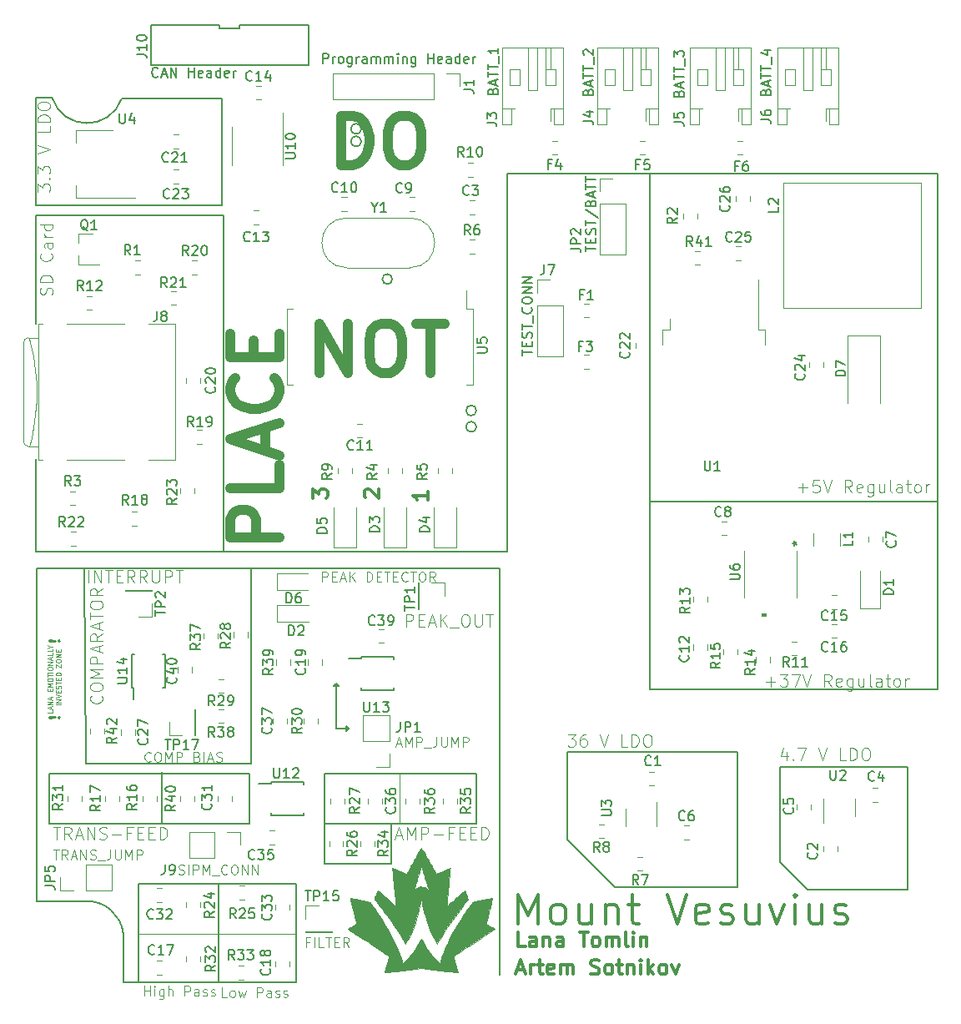
<source format=gbr>
%TF.GenerationSoftware,KiCad,Pcbnew,(5.1.9)-1*%
%TF.CreationDate,2021-06-27T13:52:13-04:00*%
%TF.ProjectId,detector_circuit,64657465-6374-46f7-925f-636972637569,rev?*%
%TF.SameCoordinates,Original*%
%TF.FileFunction,Legend,Top*%
%TF.FilePolarity,Positive*%
%FSLAX46Y46*%
G04 Gerber Fmt 4.6, Leading zero omitted, Abs format (unit mm)*
G04 Created by KiCad (PCBNEW (5.1.9)-1) date 2021-06-27 13:52:13*
%MOMM*%
%LPD*%
G01*
G04 APERTURE LIST*
%ADD10C,0.150000*%
%ADD11C,1.000000*%
%ADD12C,0.300000*%
%ADD13C,0.100000*%
%ADD14C,0.200000*%
%ADD15C,0.250000*%
%ADD16C,0.120000*%
%ADD17C,0.010000*%
G04 APERTURE END LIST*
D10*
X93853000Y-140589000D02*
X93853000Y-145542000D01*
X90043075Y-137289188D02*
X85090000Y-137287000D01*
X90042399Y-137269545D02*
G75*
G02*
X93853000Y-140589000I127601J-3700455D01*
G01*
X111379000Y-145542000D02*
X111379000Y-144780000D01*
X93853000Y-145542000D02*
X111379000Y-145542000D01*
X84963000Y-67691000D02*
X84963000Y-78740000D01*
X103886000Y-55880000D02*
X93686171Y-55870204D01*
X103886000Y-66675000D02*
X103886000Y-55880000D01*
X84963000Y-55753000D02*
X84963000Y-58039000D01*
X86614001Y-55752999D02*
X84963000Y-55753000D01*
X93686172Y-55870204D02*
G75*
G02*
X86614001Y-55752999I-3516172J1260204D01*
G01*
D11*
X109703904Y-100408095D02*
X104703904Y-100408095D01*
X104703904Y-98503333D01*
X104942000Y-98027142D01*
X105180095Y-97789047D01*
X105656285Y-97550952D01*
X106370571Y-97550952D01*
X106846761Y-97789047D01*
X107084857Y-98027142D01*
X107322952Y-98503333D01*
X107322952Y-100408095D01*
X109703904Y-93027142D02*
X109703904Y-95408095D01*
X104703904Y-95408095D01*
X108275333Y-91598571D02*
X108275333Y-89217619D01*
X109703904Y-92074761D02*
X104703904Y-90408095D01*
X109703904Y-88741428D01*
X109227714Y-84217619D02*
X109465809Y-84455714D01*
X109703904Y-85170000D01*
X109703904Y-85646190D01*
X109465809Y-86360476D01*
X108989619Y-86836666D01*
X108513428Y-87074761D01*
X107561047Y-87312857D01*
X106846761Y-87312857D01*
X105894380Y-87074761D01*
X105418190Y-86836666D01*
X104942000Y-86360476D01*
X104703904Y-85646190D01*
X104703904Y-85170000D01*
X104942000Y-84455714D01*
X105180095Y-84217619D01*
X107084857Y-82074761D02*
X107084857Y-80408095D01*
X109703904Y-79693809D02*
X109703904Y-82074761D01*
X104703904Y-82074761D01*
X104703904Y-79693809D01*
X113808619Y-83668904D02*
X113808619Y-78668904D01*
X116665761Y-83668904D01*
X116665761Y-78668904D01*
X119999095Y-78668904D02*
X120951476Y-78668904D01*
X121427666Y-78907000D01*
X121903857Y-79383190D01*
X122141952Y-80335571D01*
X122141952Y-82002238D01*
X121903857Y-82954619D01*
X121427666Y-83430809D01*
X120951476Y-83668904D01*
X119999095Y-83668904D01*
X119522904Y-83430809D01*
X119046714Y-82954619D01*
X118808619Y-82002238D01*
X118808619Y-80335571D01*
X119046714Y-79383190D01*
X119522904Y-78907000D01*
X119999095Y-78668904D01*
X123570523Y-78668904D02*
X126427666Y-78668904D01*
X124999095Y-83668904D02*
X124999095Y-78668904D01*
X115959428Y-62586904D02*
X115959428Y-57586904D01*
X117149904Y-57586904D01*
X117864190Y-57825000D01*
X118340380Y-58301190D01*
X118578476Y-58777380D01*
X118816571Y-59729761D01*
X118816571Y-60444047D01*
X118578476Y-61396428D01*
X118340380Y-61872619D01*
X117864190Y-62348809D01*
X117149904Y-62586904D01*
X115959428Y-62586904D01*
X121911809Y-57586904D02*
X122864190Y-57586904D01*
X123340380Y-57825000D01*
X123816571Y-58301190D01*
X124054666Y-59253571D01*
X124054666Y-60920238D01*
X123816571Y-61872619D01*
X123340380Y-62348809D01*
X122864190Y-62586904D01*
X121911809Y-62586904D01*
X121435619Y-62348809D01*
X120959428Y-61872619D01*
X120721333Y-60920238D01*
X120721333Y-59253571D01*
X120959428Y-58301190D01*
X121435619Y-57825000D01*
X121911809Y-57586904D01*
D10*
X147320000Y-63500000D02*
X132842000Y-63500000D01*
X132842000Y-101854000D02*
X132842000Y-63500000D01*
X84963000Y-101854000D02*
X132842000Y-101854000D01*
D12*
X133807428Y-144268000D02*
X134521714Y-144268000D01*
X133664571Y-144696571D02*
X134164571Y-143196571D01*
X134664571Y-144696571D01*
X135164571Y-144696571D02*
X135164571Y-143696571D01*
X135164571Y-143982285D02*
X135236000Y-143839428D01*
X135307428Y-143768000D01*
X135450285Y-143696571D01*
X135593142Y-143696571D01*
X135878857Y-143696571D02*
X136450285Y-143696571D01*
X136093142Y-143196571D02*
X136093142Y-144482285D01*
X136164571Y-144625142D01*
X136307428Y-144696571D01*
X136450285Y-144696571D01*
X137521714Y-144625142D02*
X137378857Y-144696571D01*
X137093142Y-144696571D01*
X136950285Y-144625142D01*
X136878857Y-144482285D01*
X136878857Y-143910857D01*
X136950285Y-143768000D01*
X137093142Y-143696571D01*
X137378857Y-143696571D01*
X137521714Y-143768000D01*
X137593142Y-143910857D01*
X137593142Y-144053714D01*
X136878857Y-144196571D01*
X138236000Y-144696571D02*
X138236000Y-143696571D01*
X138236000Y-143839428D02*
X138307428Y-143768000D01*
X138450285Y-143696571D01*
X138664571Y-143696571D01*
X138807428Y-143768000D01*
X138878857Y-143910857D01*
X138878857Y-144696571D01*
X138878857Y-143910857D02*
X138950285Y-143768000D01*
X139093142Y-143696571D01*
X139307428Y-143696571D01*
X139450285Y-143768000D01*
X139521714Y-143910857D01*
X139521714Y-144696571D01*
X141307428Y-144625142D02*
X141521714Y-144696571D01*
X141878857Y-144696571D01*
X142021714Y-144625142D01*
X142093142Y-144553714D01*
X142164571Y-144410857D01*
X142164571Y-144268000D01*
X142093142Y-144125142D01*
X142021714Y-144053714D01*
X141878857Y-143982285D01*
X141593142Y-143910857D01*
X141450285Y-143839428D01*
X141378857Y-143768000D01*
X141307428Y-143625142D01*
X141307428Y-143482285D01*
X141378857Y-143339428D01*
X141450285Y-143268000D01*
X141593142Y-143196571D01*
X141950285Y-143196571D01*
X142164571Y-143268000D01*
X143021714Y-144696571D02*
X142878857Y-144625142D01*
X142807428Y-144553714D01*
X142736000Y-144410857D01*
X142736000Y-143982285D01*
X142807428Y-143839428D01*
X142878857Y-143768000D01*
X143021714Y-143696571D01*
X143236000Y-143696571D01*
X143378857Y-143768000D01*
X143450285Y-143839428D01*
X143521714Y-143982285D01*
X143521714Y-144410857D01*
X143450285Y-144553714D01*
X143378857Y-144625142D01*
X143236000Y-144696571D01*
X143021714Y-144696571D01*
X143950285Y-143696571D02*
X144521714Y-143696571D01*
X144164571Y-143196571D02*
X144164571Y-144482285D01*
X144236000Y-144625142D01*
X144378857Y-144696571D01*
X144521714Y-144696571D01*
X145021714Y-143696571D02*
X145021714Y-144696571D01*
X145021714Y-143839428D02*
X145093142Y-143768000D01*
X145236000Y-143696571D01*
X145450285Y-143696571D01*
X145593142Y-143768000D01*
X145664571Y-143910857D01*
X145664571Y-144696571D01*
X146378857Y-144696571D02*
X146378857Y-143696571D01*
X146378857Y-143196571D02*
X146307428Y-143268000D01*
X146378857Y-143339428D01*
X146450285Y-143268000D01*
X146378857Y-143196571D01*
X146378857Y-143339428D01*
X147093142Y-144696571D02*
X147093142Y-143196571D01*
X147236000Y-144125142D02*
X147664571Y-144696571D01*
X147664571Y-143696571D02*
X147093142Y-144268000D01*
X148521714Y-144696571D02*
X148378857Y-144625142D01*
X148307428Y-144553714D01*
X148236000Y-144410857D01*
X148236000Y-143982285D01*
X148307428Y-143839428D01*
X148378857Y-143768000D01*
X148521714Y-143696571D01*
X148736000Y-143696571D01*
X148878857Y-143768000D01*
X148950285Y-143839428D01*
X149021714Y-143982285D01*
X149021714Y-144410857D01*
X148950285Y-144553714D01*
X148878857Y-144625142D01*
X148736000Y-144696571D01*
X148521714Y-144696571D01*
X149521714Y-143696571D02*
X149878857Y-144696571D01*
X150236000Y-143696571D01*
X134640571Y-141902571D02*
X133926285Y-141902571D01*
X133926285Y-140402571D01*
X135783428Y-141902571D02*
X135783428Y-141116857D01*
X135712000Y-140974000D01*
X135569142Y-140902571D01*
X135283428Y-140902571D01*
X135140571Y-140974000D01*
X135783428Y-141831142D02*
X135640571Y-141902571D01*
X135283428Y-141902571D01*
X135140571Y-141831142D01*
X135069142Y-141688285D01*
X135069142Y-141545428D01*
X135140571Y-141402571D01*
X135283428Y-141331142D01*
X135640571Y-141331142D01*
X135783428Y-141259714D01*
X136497714Y-140902571D02*
X136497714Y-141902571D01*
X136497714Y-141045428D02*
X136569142Y-140974000D01*
X136712000Y-140902571D01*
X136926285Y-140902571D01*
X137069142Y-140974000D01*
X137140571Y-141116857D01*
X137140571Y-141902571D01*
X138497714Y-141902571D02*
X138497714Y-141116857D01*
X138426285Y-140974000D01*
X138283428Y-140902571D01*
X137997714Y-140902571D01*
X137854857Y-140974000D01*
X138497714Y-141831142D02*
X138354857Y-141902571D01*
X137997714Y-141902571D01*
X137854857Y-141831142D01*
X137783428Y-141688285D01*
X137783428Y-141545428D01*
X137854857Y-141402571D01*
X137997714Y-141331142D01*
X138354857Y-141331142D01*
X138497714Y-141259714D01*
X140140571Y-140402571D02*
X140997714Y-140402571D01*
X140569142Y-141902571D02*
X140569142Y-140402571D01*
X141712000Y-141902571D02*
X141569142Y-141831142D01*
X141497714Y-141759714D01*
X141426285Y-141616857D01*
X141426285Y-141188285D01*
X141497714Y-141045428D01*
X141569142Y-140974000D01*
X141712000Y-140902571D01*
X141926285Y-140902571D01*
X142069142Y-140974000D01*
X142140571Y-141045428D01*
X142212000Y-141188285D01*
X142212000Y-141616857D01*
X142140571Y-141759714D01*
X142069142Y-141831142D01*
X141926285Y-141902571D01*
X141712000Y-141902571D01*
X142854857Y-141902571D02*
X142854857Y-140902571D01*
X142854857Y-141045428D02*
X142926285Y-140974000D01*
X143069142Y-140902571D01*
X143283428Y-140902571D01*
X143426285Y-140974000D01*
X143497714Y-141116857D01*
X143497714Y-141902571D01*
X143497714Y-141116857D02*
X143569142Y-140974000D01*
X143712000Y-140902571D01*
X143926285Y-140902571D01*
X144069142Y-140974000D01*
X144140571Y-141116857D01*
X144140571Y-141902571D01*
X145069142Y-141902571D02*
X144926285Y-141831142D01*
X144854857Y-141688285D01*
X144854857Y-140402571D01*
X145640571Y-141902571D02*
X145640571Y-140902571D01*
X145640571Y-140402571D02*
X145569142Y-140474000D01*
X145640571Y-140545428D01*
X145712000Y-140474000D01*
X145640571Y-140402571D01*
X145640571Y-140545428D01*
X146354857Y-140902571D02*
X146354857Y-141902571D01*
X146354857Y-141045428D02*
X146426285Y-140974000D01*
X146569142Y-140902571D01*
X146783428Y-140902571D01*
X146926285Y-140974000D01*
X146997714Y-141116857D01*
X146997714Y-141902571D01*
X133915642Y-139596642D02*
X133915642Y-136596642D01*
X134915642Y-138739500D01*
X135915642Y-136596642D01*
X135915642Y-139596642D01*
X137772785Y-139596642D02*
X137487071Y-139453785D01*
X137344214Y-139310928D01*
X137201357Y-139025214D01*
X137201357Y-138168071D01*
X137344214Y-137882357D01*
X137487071Y-137739500D01*
X137772785Y-137596642D01*
X138201357Y-137596642D01*
X138487071Y-137739500D01*
X138629928Y-137882357D01*
X138772785Y-138168071D01*
X138772785Y-139025214D01*
X138629928Y-139310928D01*
X138487071Y-139453785D01*
X138201357Y-139596642D01*
X137772785Y-139596642D01*
X141344214Y-137596642D02*
X141344214Y-139596642D01*
X140058500Y-137596642D02*
X140058500Y-139168071D01*
X140201357Y-139453785D01*
X140487071Y-139596642D01*
X140915642Y-139596642D01*
X141201357Y-139453785D01*
X141344214Y-139310928D01*
X142772785Y-137596642D02*
X142772785Y-139596642D01*
X142772785Y-137882357D02*
X142915642Y-137739500D01*
X143201357Y-137596642D01*
X143629928Y-137596642D01*
X143915642Y-137739500D01*
X144058500Y-138025214D01*
X144058500Y-139596642D01*
X145058500Y-137596642D02*
X146201357Y-137596642D01*
X145487071Y-136596642D02*
X145487071Y-139168071D01*
X145629928Y-139453785D01*
X145915642Y-139596642D01*
X146201357Y-139596642D01*
X149058500Y-136596642D02*
X150058500Y-139596642D01*
X151058500Y-136596642D01*
X153201357Y-139453785D02*
X152915642Y-139596642D01*
X152344214Y-139596642D01*
X152058500Y-139453785D01*
X151915642Y-139168071D01*
X151915642Y-138025214D01*
X152058500Y-137739500D01*
X152344214Y-137596642D01*
X152915642Y-137596642D01*
X153201357Y-137739500D01*
X153344214Y-138025214D01*
X153344214Y-138310928D01*
X151915642Y-138596642D01*
X154487071Y-139453785D02*
X154772785Y-139596642D01*
X155344214Y-139596642D01*
X155629928Y-139453785D01*
X155772785Y-139168071D01*
X155772785Y-139025214D01*
X155629928Y-138739500D01*
X155344214Y-138596642D01*
X154915642Y-138596642D01*
X154629928Y-138453785D01*
X154487071Y-138168071D01*
X154487071Y-138025214D01*
X154629928Y-137739500D01*
X154915642Y-137596642D01*
X155344214Y-137596642D01*
X155629928Y-137739500D01*
X158344214Y-137596642D02*
X158344214Y-139596642D01*
X157058500Y-137596642D02*
X157058500Y-139168071D01*
X157201357Y-139453785D01*
X157487071Y-139596642D01*
X157915642Y-139596642D01*
X158201357Y-139453785D01*
X158344214Y-139310928D01*
X159487071Y-137596642D02*
X160201357Y-139596642D01*
X160915642Y-137596642D01*
X162058500Y-139596642D02*
X162058500Y-137596642D01*
X162058500Y-136596642D02*
X161915642Y-136739500D01*
X162058500Y-136882357D01*
X162201357Y-136739500D01*
X162058500Y-136596642D01*
X162058500Y-136882357D01*
X164772785Y-137596642D02*
X164772785Y-139596642D01*
X163487071Y-137596642D02*
X163487071Y-139168071D01*
X163629928Y-139453785D01*
X163915642Y-139596642D01*
X164344214Y-139596642D01*
X164629928Y-139453785D01*
X164772785Y-139310928D01*
X166058500Y-139453785D02*
X166344214Y-139596642D01*
X166915642Y-139596642D01*
X167201357Y-139453785D01*
X167344214Y-139168071D01*
X167344214Y-139025214D01*
X167201357Y-138739500D01*
X166915642Y-138596642D01*
X166487071Y-138596642D01*
X166201357Y-138453785D01*
X166058500Y-138168071D01*
X166058500Y-138025214D01*
X166201357Y-137739500D01*
X166487071Y-137596642D01*
X166915642Y-137596642D01*
X167201357Y-137739500D01*
D10*
X97371352Y-53595542D02*
X97323733Y-53643161D01*
X97180876Y-53690780D01*
X97085638Y-53690780D01*
X96942780Y-53643161D01*
X96847542Y-53547923D01*
X96799923Y-53452685D01*
X96752304Y-53262209D01*
X96752304Y-53119352D01*
X96799923Y-52928876D01*
X96847542Y-52833638D01*
X96942780Y-52738400D01*
X97085638Y-52690780D01*
X97180876Y-52690780D01*
X97323733Y-52738400D01*
X97371352Y-52786019D01*
X97752304Y-53405066D02*
X98228495Y-53405066D01*
X97657066Y-53690780D02*
X97990400Y-52690780D01*
X98323733Y-53690780D01*
X98657066Y-53690780D02*
X98657066Y-52690780D01*
X99228495Y-53690780D01*
X99228495Y-52690780D01*
X100466590Y-53690780D02*
X100466590Y-52690780D01*
X100466590Y-53166971D02*
X101038019Y-53166971D01*
X101038019Y-53690780D02*
X101038019Y-52690780D01*
X101895161Y-53643161D02*
X101799923Y-53690780D01*
X101609447Y-53690780D01*
X101514209Y-53643161D01*
X101466590Y-53547923D01*
X101466590Y-53166971D01*
X101514209Y-53071733D01*
X101609447Y-53024114D01*
X101799923Y-53024114D01*
X101895161Y-53071733D01*
X101942780Y-53166971D01*
X101942780Y-53262209D01*
X101466590Y-53357447D01*
X102799923Y-53690780D02*
X102799923Y-53166971D01*
X102752304Y-53071733D01*
X102657066Y-53024114D01*
X102466590Y-53024114D01*
X102371352Y-53071733D01*
X102799923Y-53643161D02*
X102704685Y-53690780D01*
X102466590Y-53690780D01*
X102371352Y-53643161D01*
X102323733Y-53547923D01*
X102323733Y-53452685D01*
X102371352Y-53357447D01*
X102466590Y-53309828D01*
X102704685Y-53309828D01*
X102799923Y-53262209D01*
X103704685Y-53690780D02*
X103704685Y-52690780D01*
X103704685Y-53643161D02*
X103609447Y-53690780D01*
X103418971Y-53690780D01*
X103323733Y-53643161D01*
X103276114Y-53595542D01*
X103228495Y-53500304D01*
X103228495Y-53214590D01*
X103276114Y-53119352D01*
X103323733Y-53071733D01*
X103418971Y-53024114D01*
X103609447Y-53024114D01*
X103704685Y-53071733D01*
X104561828Y-53643161D02*
X104466590Y-53690780D01*
X104276114Y-53690780D01*
X104180876Y-53643161D01*
X104133257Y-53547923D01*
X104133257Y-53166971D01*
X104180876Y-53071733D01*
X104276114Y-53024114D01*
X104466590Y-53024114D01*
X104561828Y-53071733D01*
X104609447Y-53166971D01*
X104609447Y-53262209D01*
X104133257Y-53357447D01*
X105038019Y-53690780D02*
X105038019Y-53024114D01*
X105038019Y-53214590D02*
X105085638Y-53119352D01*
X105133257Y-53071733D01*
X105228495Y-53024114D01*
X105323733Y-53024114D01*
D13*
X114046714Y-104846380D02*
X114046714Y-103846380D01*
X114427666Y-103846380D01*
X114522904Y-103894000D01*
X114570523Y-103941619D01*
X114618142Y-104036857D01*
X114618142Y-104179714D01*
X114570523Y-104274952D01*
X114522904Y-104322571D01*
X114427666Y-104370190D01*
X114046714Y-104370190D01*
X115046714Y-104322571D02*
X115380047Y-104322571D01*
X115522904Y-104846380D02*
X115046714Y-104846380D01*
X115046714Y-103846380D01*
X115522904Y-103846380D01*
X115903857Y-104560666D02*
X116380047Y-104560666D01*
X115808619Y-104846380D02*
X116141952Y-103846380D01*
X116475285Y-104846380D01*
X116808619Y-104846380D02*
X116808619Y-103846380D01*
X117380047Y-104846380D02*
X116951476Y-104274952D01*
X117380047Y-103846380D02*
X116808619Y-104417809D01*
X118570523Y-104846380D02*
X118570523Y-103846380D01*
X118808619Y-103846380D01*
X118951476Y-103894000D01*
X119046714Y-103989238D01*
X119094333Y-104084476D01*
X119141952Y-104274952D01*
X119141952Y-104417809D01*
X119094333Y-104608285D01*
X119046714Y-104703523D01*
X118951476Y-104798761D01*
X118808619Y-104846380D01*
X118570523Y-104846380D01*
X119570523Y-104322571D02*
X119903857Y-104322571D01*
X120046714Y-104846380D02*
X119570523Y-104846380D01*
X119570523Y-103846380D01*
X120046714Y-103846380D01*
X120332428Y-103846380D02*
X120903857Y-103846380D01*
X120618142Y-104846380D02*
X120618142Y-103846380D01*
X121237190Y-104322571D02*
X121570523Y-104322571D01*
X121713380Y-104846380D02*
X121237190Y-104846380D01*
X121237190Y-103846380D01*
X121713380Y-103846380D01*
X122713380Y-104751142D02*
X122665761Y-104798761D01*
X122522904Y-104846380D01*
X122427666Y-104846380D01*
X122284809Y-104798761D01*
X122189571Y-104703523D01*
X122141952Y-104608285D01*
X122094333Y-104417809D01*
X122094333Y-104274952D01*
X122141952Y-104084476D01*
X122189571Y-103989238D01*
X122284809Y-103894000D01*
X122427666Y-103846380D01*
X122522904Y-103846380D01*
X122665761Y-103894000D01*
X122713380Y-103941619D01*
X122999095Y-103846380D02*
X123570523Y-103846380D01*
X123284809Y-104846380D02*
X123284809Y-103846380D01*
X124094333Y-103846380D02*
X124284809Y-103846380D01*
X124380047Y-103894000D01*
X124475285Y-103989238D01*
X124522904Y-104179714D01*
X124522904Y-104513047D01*
X124475285Y-104703523D01*
X124380047Y-104798761D01*
X124284809Y-104846380D01*
X124094333Y-104846380D01*
X123999095Y-104798761D01*
X123903857Y-104703523D01*
X123856238Y-104513047D01*
X123856238Y-104179714D01*
X123903857Y-103989238D01*
X123999095Y-103894000D01*
X124094333Y-103846380D01*
X125522904Y-104846380D02*
X125189571Y-104370190D01*
X124951476Y-104846380D02*
X124951476Y-103846380D01*
X125332428Y-103846380D01*
X125427666Y-103894000D01*
X125475285Y-103941619D01*
X125522904Y-104036857D01*
X125522904Y-104179714D01*
X125475285Y-104274952D01*
X125427666Y-104322571D01*
X125332428Y-104370190D01*
X124951476Y-104370190D01*
D10*
X106807000Y-105283000D02*
X106807000Y-103505000D01*
X176530000Y-115824000D02*
X176530000Y-63500000D01*
X147320000Y-63500000D02*
X147320000Y-115824000D01*
X176530000Y-63500000D02*
X147320000Y-63500000D01*
D13*
X162332619Y-95339285D02*
X163285000Y-95339285D01*
X162808809Y-95815476D02*
X162808809Y-94863095D01*
X164475476Y-94565476D02*
X163880238Y-94565476D01*
X163820714Y-95160714D01*
X163880238Y-95101190D01*
X163999285Y-95041666D01*
X164296904Y-95041666D01*
X164415952Y-95101190D01*
X164475476Y-95160714D01*
X164535000Y-95279761D01*
X164535000Y-95577380D01*
X164475476Y-95696428D01*
X164415952Y-95755952D01*
X164296904Y-95815476D01*
X163999285Y-95815476D01*
X163880238Y-95755952D01*
X163820714Y-95696428D01*
X164892142Y-94565476D02*
X165308809Y-95815476D01*
X165725476Y-94565476D01*
X167808809Y-95815476D02*
X167392142Y-95220238D01*
X167094523Y-95815476D02*
X167094523Y-94565476D01*
X167570714Y-94565476D01*
X167689761Y-94625000D01*
X167749285Y-94684523D01*
X167808809Y-94803571D01*
X167808809Y-94982142D01*
X167749285Y-95101190D01*
X167689761Y-95160714D01*
X167570714Y-95220238D01*
X167094523Y-95220238D01*
X168820714Y-95755952D02*
X168701666Y-95815476D01*
X168463571Y-95815476D01*
X168344523Y-95755952D01*
X168285000Y-95636904D01*
X168285000Y-95160714D01*
X168344523Y-95041666D01*
X168463571Y-94982142D01*
X168701666Y-94982142D01*
X168820714Y-95041666D01*
X168880238Y-95160714D01*
X168880238Y-95279761D01*
X168285000Y-95398809D01*
X169951666Y-94982142D02*
X169951666Y-95994047D01*
X169892142Y-96113095D01*
X169832619Y-96172619D01*
X169713571Y-96232142D01*
X169535000Y-96232142D01*
X169415952Y-96172619D01*
X169951666Y-95755952D02*
X169832619Y-95815476D01*
X169594523Y-95815476D01*
X169475476Y-95755952D01*
X169415952Y-95696428D01*
X169356428Y-95577380D01*
X169356428Y-95220238D01*
X169415952Y-95101190D01*
X169475476Y-95041666D01*
X169594523Y-94982142D01*
X169832619Y-94982142D01*
X169951666Y-95041666D01*
X171082619Y-94982142D02*
X171082619Y-95815476D01*
X170546904Y-94982142D02*
X170546904Y-95636904D01*
X170606428Y-95755952D01*
X170725476Y-95815476D01*
X170904047Y-95815476D01*
X171023095Y-95755952D01*
X171082619Y-95696428D01*
X171856428Y-95815476D02*
X171737380Y-95755952D01*
X171677857Y-95636904D01*
X171677857Y-94565476D01*
X172868333Y-95815476D02*
X172868333Y-95160714D01*
X172808809Y-95041666D01*
X172689761Y-94982142D01*
X172451666Y-94982142D01*
X172332619Y-95041666D01*
X172868333Y-95755952D02*
X172749285Y-95815476D01*
X172451666Y-95815476D01*
X172332619Y-95755952D01*
X172273095Y-95636904D01*
X172273095Y-95517857D01*
X172332619Y-95398809D01*
X172451666Y-95339285D01*
X172749285Y-95339285D01*
X172868333Y-95279761D01*
X173285000Y-94982142D02*
X173761190Y-94982142D01*
X173463571Y-94565476D02*
X173463571Y-95636904D01*
X173523095Y-95755952D01*
X173642142Y-95815476D01*
X173761190Y-95815476D01*
X174356428Y-95815476D02*
X174237380Y-95755952D01*
X174177857Y-95696428D01*
X174118333Y-95577380D01*
X174118333Y-95220238D01*
X174177857Y-95101190D01*
X174237380Y-95041666D01*
X174356428Y-94982142D01*
X174535000Y-94982142D01*
X174654047Y-95041666D01*
X174713571Y-95101190D01*
X174773095Y-95220238D01*
X174773095Y-95577380D01*
X174713571Y-95696428D01*
X174654047Y-95755952D01*
X174535000Y-95815476D01*
X174356428Y-95815476D01*
X175308809Y-95815476D02*
X175308809Y-94982142D01*
X175308809Y-95220238D02*
X175368333Y-95101190D01*
X175427857Y-95041666D01*
X175546904Y-94982142D01*
X175665952Y-94982142D01*
X121535619Y-130637333D02*
X122130857Y-130637333D01*
X121416571Y-130994476D02*
X121833238Y-129744476D01*
X122249904Y-130994476D01*
X122666571Y-130994476D02*
X122666571Y-129744476D01*
X123083238Y-130637333D01*
X123499904Y-129744476D01*
X123499904Y-130994476D01*
X124095142Y-130994476D02*
X124095142Y-129744476D01*
X124571333Y-129744476D01*
X124690380Y-129804000D01*
X124749904Y-129863523D01*
X124809428Y-129982571D01*
X124809428Y-130161142D01*
X124749904Y-130280190D01*
X124690380Y-130339714D01*
X124571333Y-130399238D01*
X124095142Y-130399238D01*
X125345142Y-130518285D02*
X126297523Y-130518285D01*
X127309428Y-130339714D02*
X126892761Y-130339714D01*
X126892761Y-130994476D02*
X126892761Y-129744476D01*
X127488000Y-129744476D01*
X127964190Y-130339714D02*
X128380857Y-130339714D01*
X128559428Y-130994476D02*
X127964190Y-130994476D01*
X127964190Y-129744476D01*
X128559428Y-129744476D01*
X129095142Y-130339714D02*
X129511809Y-130339714D01*
X129690380Y-130994476D02*
X129095142Y-130994476D01*
X129095142Y-129744476D01*
X129690380Y-129744476D01*
X130226095Y-130994476D02*
X130226095Y-129744476D01*
X130523714Y-129744476D01*
X130702285Y-129804000D01*
X130821333Y-129923047D01*
X130880857Y-130042095D01*
X130940380Y-130280190D01*
X130940380Y-130458761D01*
X130880857Y-130696857D01*
X130821333Y-130815904D01*
X130702285Y-130934952D01*
X130523714Y-130994476D01*
X130226095Y-130994476D01*
D10*
X95377000Y-135509000D02*
X95377000Y-136144000D01*
X111379000Y-135509000D02*
X95377000Y-135509000D01*
D13*
X103505000Y-140589000D02*
X95377000Y-140589000D01*
X104378476Y-147010380D02*
X103902285Y-147010380D01*
X103902285Y-146010380D01*
X104854666Y-147010380D02*
X104759428Y-146962761D01*
X104711809Y-146915142D01*
X104664190Y-146819904D01*
X104664190Y-146534190D01*
X104711809Y-146438952D01*
X104759428Y-146391333D01*
X104854666Y-146343714D01*
X104997523Y-146343714D01*
X105092761Y-146391333D01*
X105140380Y-146438952D01*
X105188000Y-146534190D01*
X105188000Y-146819904D01*
X105140380Y-146915142D01*
X105092761Y-146962761D01*
X104997523Y-147010380D01*
X104854666Y-147010380D01*
X105521333Y-146343714D02*
X105711809Y-147010380D01*
X105902285Y-146534190D01*
X106092761Y-147010380D01*
X106283238Y-146343714D01*
X107426095Y-147010380D02*
X107426095Y-146010380D01*
X107807047Y-146010380D01*
X107902285Y-146058000D01*
X107949904Y-146105619D01*
X107997523Y-146200857D01*
X107997523Y-146343714D01*
X107949904Y-146438952D01*
X107902285Y-146486571D01*
X107807047Y-146534190D01*
X107426095Y-146534190D01*
X108854666Y-147010380D02*
X108854666Y-146486571D01*
X108807047Y-146391333D01*
X108711809Y-146343714D01*
X108521333Y-146343714D01*
X108426095Y-146391333D01*
X108854666Y-146962761D02*
X108759428Y-147010380D01*
X108521333Y-147010380D01*
X108426095Y-146962761D01*
X108378476Y-146867523D01*
X108378476Y-146772285D01*
X108426095Y-146677047D01*
X108521333Y-146629428D01*
X108759428Y-146629428D01*
X108854666Y-146581809D01*
X109283238Y-146962761D02*
X109378476Y-147010380D01*
X109568952Y-147010380D01*
X109664190Y-146962761D01*
X109711809Y-146867523D01*
X109711809Y-146819904D01*
X109664190Y-146724666D01*
X109568952Y-146677047D01*
X109426095Y-146677047D01*
X109330857Y-146629428D01*
X109283238Y-146534190D01*
X109283238Y-146486571D01*
X109330857Y-146391333D01*
X109426095Y-146343714D01*
X109568952Y-146343714D01*
X109664190Y-146391333D01*
X110092761Y-146962761D02*
X110188000Y-147010380D01*
X110378476Y-147010380D01*
X110473714Y-146962761D01*
X110521333Y-146867523D01*
X110521333Y-146819904D01*
X110473714Y-146724666D01*
X110378476Y-146677047D01*
X110235619Y-146677047D01*
X110140380Y-146629428D01*
X110092761Y-146534190D01*
X110092761Y-146486571D01*
X110140380Y-146391333D01*
X110235619Y-146343714D01*
X110378476Y-146343714D01*
X110473714Y-146391333D01*
X95996571Y-146883380D02*
X95996571Y-145883380D01*
X95996571Y-146359571D02*
X96568000Y-146359571D01*
X96568000Y-146883380D02*
X96568000Y-145883380D01*
X97044190Y-146883380D02*
X97044190Y-146216714D01*
X97044190Y-145883380D02*
X96996571Y-145931000D01*
X97044190Y-145978619D01*
X97091809Y-145931000D01*
X97044190Y-145883380D01*
X97044190Y-145978619D01*
X97948952Y-146216714D02*
X97948952Y-147026238D01*
X97901333Y-147121476D01*
X97853714Y-147169095D01*
X97758476Y-147216714D01*
X97615619Y-147216714D01*
X97520380Y-147169095D01*
X97948952Y-146835761D02*
X97853714Y-146883380D01*
X97663238Y-146883380D01*
X97568000Y-146835761D01*
X97520380Y-146788142D01*
X97472761Y-146692904D01*
X97472761Y-146407190D01*
X97520380Y-146311952D01*
X97568000Y-146264333D01*
X97663238Y-146216714D01*
X97853714Y-146216714D01*
X97948952Y-146264333D01*
X98425142Y-146883380D02*
X98425142Y-145883380D01*
X98853714Y-146883380D02*
X98853714Y-146359571D01*
X98806095Y-146264333D01*
X98710857Y-146216714D01*
X98568000Y-146216714D01*
X98472761Y-146264333D01*
X98425142Y-146311952D01*
X100091809Y-146883380D02*
X100091809Y-145883380D01*
X100472761Y-145883380D01*
X100568000Y-145931000D01*
X100615619Y-145978619D01*
X100663238Y-146073857D01*
X100663238Y-146216714D01*
X100615619Y-146311952D01*
X100568000Y-146359571D01*
X100472761Y-146407190D01*
X100091809Y-146407190D01*
X101520380Y-146883380D02*
X101520380Y-146359571D01*
X101472761Y-146264333D01*
X101377523Y-146216714D01*
X101187047Y-146216714D01*
X101091809Y-146264333D01*
X101520380Y-146835761D02*
X101425142Y-146883380D01*
X101187047Y-146883380D01*
X101091809Y-146835761D01*
X101044190Y-146740523D01*
X101044190Y-146645285D01*
X101091809Y-146550047D01*
X101187047Y-146502428D01*
X101425142Y-146502428D01*
X101520380Y-146454809D01*
X101948952Y-146835761D02*
X102044190Y-146883380D01*
X102234666Y-146883380D01*
X102329904Y-146835761D01*
X102377523Y-146740523D01*
X102377523Y-146692904D01*
X102329904Y-146597666D01*
X102234666Y-146550047D01*
X102091809Y-146550047D01*
X101996571Y-146502428D01*
X101948952Y-146407190D01*
X101948952Y-146359571D01*
X101996571Y-146264333D01*
X102091809Y-146216714D01*
X102234666Y-146216714D01*
X102329904Y-146264333D01*
X102758476Y-146835761D02*
X102853714Y-146883380D01*
X103044190Y-146883380D01*
X103139428Y-146835761D01*
X103187047Y-146740523D01*
X103187047Y-146692904D01*
X103139428Y-146597666D01*
X103044190Y-146550047D01*
X102901333Y-146550047D01*
X102806095Y-146502428D01*
X102758476Y-146407190D01*
X102758476Y-146359571D01*
X102806095Y-146264333D01*
X102901333Y-146216714D01*
X103044190Y-146216714D01*
X103139428Y-146264333D01*
D10*
X115697000Y-115443000D02*
X115443000Y-115189000D01*
X115189000Y-115443000D02*
X115697000Y-115443000D01*
X115443000Y-115189000D02*
X115189000Y-115443000D01*
X116459000Y-119507000D02*
X116459000Y-120015000D01*
X116459000Y-120015000D02*
X116713000Y-119761000D01*
X116459000Y-119507000D02*
X116713000Y-119761000D01*
X116713000Y-119761000D02*
X116459000Y-119507000D01*
X115443000Y-119761000D02*
X116713000Y-119761000D01*
X115443000Y-115189000D02*
X115443000Y-119761000D01*
X129667000Y-129413000D02*
X129667000Y-124333000D01*
X114300000Y-129413000D02*
X114300000Y-133477000D01*
D14*
X117998634Y-60198000D02*
G75*
G03*
X117998634Y-60198000I-523634J0D01*
G01*
X117998634Y-58928000D02*
G75*
G03*
X117998634Y-58928000I-523634J0D01*
G01*
X129682634Y-89154000D02*
G75*
G03*
X129682634Y-89154000I-523634J0D01*
G01*
X129682634Y-87503000D02*
G75*
G03*
X129682634Y-87503000I-523634J0D01*
G01*
D13*
X161171428Y-122160142D02*
X161171428Y-122993476D01*
X160873809Y-121683952D02*
X160576190Y-122576809D01*
X161350000Y-122576809D01*
X161826190Y-122874428D02*
X161885714Y-122933952D01*
X161826190Y-122993476D01*
X161766666Y-122933952D01*
X161826190Y-122874428D01*
X161826190Y-122993476D01*
X162302380Y-121743476D02*
X163135714Y-121743476D01*
X162600000Y-122993476D01*
X164385714Y-121743476D02*
X164802380Y-122993476D01*
X165219047Y-121743476D01*
X167183333Y-122993476D02*
X166588095Y-122993476D01*
X166588095Y-121743476D01*
X167600000Y-122993476D02*
X167600000Y-121743476D01*
X167897619Y-121743476D01*
X168076190Y-121803000D01*
X168195238Y-121922047D01*
X168254761Y-122041095D01*
X168314285Y-122279190D01*
X168314285Y-122457761D01*
X168254761Y-122695857D01*
X168195238Y-122814904D01*
X168076190Y-122933952D01*
X167897619Y-122993476D01*
X167600000Y-122993476D01*
X169088095Y-121743476D02*
X169326190Y-121743476D01*
X169445238Y-121803000D01*
X169564285Y-121922047D01*
X169623809Y-122160142D01*
X169623809Y-122576809D01*
X169564285Y-122814904D01*
X169445238Y-122933952D01*
X169326190Y-122993476D01*
X169088095Y-122993476D01*
X168969047Y-122933952D01*
X168850000Y-122814904D01*
X168790476Y-122576809D01*
X168790476Y-122160142D01*
X168850000Y-121922047D01*
X168969047Y-121803000D01*
X169088095Y-121743476D01*
D14*
X160528000Y-123698000D02*
X160528000Y-124206000D01*
X173482000Y-123698000D02*
X160528000Y-123698000D01*
X173482000Y-136144000D02*
X173482000Y-123698000D01*
X163322000Y-136144000D02*
X173482000Y-136144000D01*
X160528000Y-133350000D02*
X163322000Y-136144000D01*
X160528000Y-124206000D02*
X160528000Y-133350000D01*
D13*
X138970285Y-120346476D02*
X139744095Y-120346476D01*
X139327428Y-120822666D01*
X139506000Y-120822666D01*
X139625047Y-120882190D01*
X139684571Y-120941714D01*
X139744095Y-121060761D01*
X139744095Y-121358380D01*
X139684571Y-121477428D01*
X139625047Y-121536952D01*
X139506000Y-121596476D01*
X139148857Y-121596476D01*
X139029809Y-121536952D01*
X138970285Y-121477428D01*
X140815523Y-120346476D02*
X140577428Y-120346476D01*
X140458380Y-120406000D01*
X140398857Y-120465523D01*
X140279809Y-120644095D01*
X140220285Y-120882190D01*
X140220285Y-121358380D01*
X140279809Y-121477428D01*
X140339333Y-121536952D01*
X140458380Y-121596476D01*
X140696476Y-121596476D01*
X140815523Y-121536952D01*
X140875047Y-121477428D01*
X140934571Y-121358380D01*
X140934571Y-121060761D01*
X140875047Y-120941714D01*
X140815523Y-120882190D01*
X140696476Y-120822666D01*
X140458380Y-120822666D01*
X140339333Y-120882190D01*
X140279809Y-120941714D01*
X140220285Y-121060761D01*
X142244095Y-120346476D02*
X142660761Y-121596476D01*
X143077428Y-120346476D01*
X145041714Y-121596476D02*
X144446476Y-121596476D01*
X144446476Y-120346476D01*
X145458380Y-121596476D02*
X145458380Y-120346476D01*
X145756000Y-120346476D01*
X145934571Y-120406000D01*
X146053619Y-120525047D01*
X146113142Y-120644095D01*
X146172666Y-120882190D01*
X146172666Y-121060761D01*
X146113142Y-121298857D01*
X146053619Y-121417904D01*
X145934571Y-121536952D01*
X145756000Y-121596476D01*
X145458380Y-121596476D01*
X146946476Y-120346476D02*
X147184571Y-120346476D01*
X147303619Y-120406000D01*
X147422666Y-120525047D01*
X147482190Y-120763142D01*
X147482190Y-121179809D01*
X147422666Y-121417904D01*
X147303619Y-121536952D01*
X147184571Y-121596476D01*
X146946476Y-121596476D01*
X146827428Y-121536952D01*
X146708380Y-121417904D01*
X146648857Y-121179809D01*
X146648857Y-120763142D01*
X146708380Y-120525047D01*
X146827428Y-120406000D01*
X146946476Y-120346476D01*
D14*
X138938000Y-122174000D02*
X138938000Y-127762000D01*
X143510000Y-122174000D02*
X138938000Y-122174000D01*
X156210000Y-122174000D02*
X143510000Y-122174000D01*
X156210000Y-135890000D02*
X156210000Y-122174000D01*
X143764000Y-135890000D02*
X156210000Y-135890000D01*
X138938000Y-131064000D02*
X143764000Y-135890000D01*
X138938000Y-127508000D02*
X138938000Y-131064000D01*
D15*
X87225142Y-110871000D02*
X87272761Y-110823380D01*
X87320380Y-110871000D01*
X87272761Y-110918619D01*
X87225142Y-110871000D01*
X87320380Y-110871000D01*
X86939428Y-110871000D02*
X86368000Y-110918619D01*
X86320380Y-110871000D01*
X86368000Y-110823380D01*
X86939428Y-110871000D01*
X86320380Y-110871000D01*
X87225142Y-118618000D02*
X87272761Y-118570380D01*
X87320380Y-118618000D01*
X87272761Y-118665619D01*
X87225142Y-118618000D01*
X87320380Y-118618000D01*
X86939428Y-118618000D02*
X86368000Y-118665619D01*
X86320380Y-118618000D01*
X86368000Y-118570380D01*
X86939428Y-118618000D01*
X86320380Y-118618000D01*
D14*
X121158000Y-74168000D02*
G75*
G03*
X121158000Y-74168000I-508000J0D01*
G01*
D13*
X86669190Y-117911142D02*
X86669190Y-118149238D01*
X86169190Y-118149238D01*
X86526333Y-117768285D02*
X86526333Y-117530190D01*
X86669190Y-117815904D02*
X86169190Y-117649238D01*
X86669190Y-117482571D01*
X86669190Y-117315904D02*
X86169190Y-117315904D01*
X86669190Y-117030190D01*
X86169190Y-117030190D01*
X86526333Y-116815904D02*
X86526333Y-116577809D01*
X86669190Y-116863523D02*
X86169190Y-116696857D01*
X86669190Y-116530190D01*
X86407285Y-115982571D02*
X86407285Y-115815904D01*
X86669190Y-115744476D02*
X86669190Y-115982571D01*
X86169190Y-115982571D01*
X86169190Y-115744476D01*
X86669190Y-115530190D02*
X86169190Y-115530190D01*
X86526333Y-115363523D01*
X86169190Y-115196857D01*
X86669190Y-115196857D01*
X86169190Y-114863523D02*
X86169190Y-114768285D01*
X86193000Y-114720666D01*
X86240619Y-114673047D01*
X86335857Y-114649238D01*
X86502523Y-114649238D01*
X86597761Y-114673047D01*
X86645380Y-114720666D01*
X86669190Y-114768285D01*
X86669190Y-114863523D01*
X86645380Y-114911142D01*
X86597761Y-114958761D01*
X86502523Y-114982571D01*
X86335857Y-114982571D01*
X86240619Y-114958761D01*
X86193000Y-114911142D01*
X86169190Y-114863523D01*
X86169190Y-114506380D02*
X86169190Y-114220666D01*
X86669190Y-114363523D02*
X86169190Y-114363523D01*
X86669190Y-114054000D02*
X86169190Y-114054000D01*
X86169190Y-113720666D02*
X86169190Y-113625428D01*
X86193000Y-113577809D01*
X86240619Y-113530190D01*
X86335857Y-113506380D01*
X86502523Y-113506380D01*
X86597761Y-113530190D01*
X86645380Y-113577809D01*
X86669190Y-113625428D01*
X86669190Y-113720666D01*
X86645380Y-113768285D01*
X86597761Y-113815904D01*
X86502523Y-113839714D01*
X86335857Y-113839714D01*
X86240619Y-113815904D01*
X86193000Y-113768285D01*
X86169190Y-113720666D01*
X86669190Y-113292095D02*
X86169190Y-113292095D01*
X86669190Y-113006380D01*
X86169190Y-113006380D01*
X86526333Y-112792095D02*
X86526333Y-112554000D01*
X86669190Y-112839714D02*
X86169190Y-112673047D01*
X86669190Y-112506380D01*
X86669190Y-112101619D02*
X86669190Y-112339714D01*
X86169190Y-112339714D01*
X86669190Y-111696857D02*
X86669190Y-111934952D01*
X86169190Y-111934952D01*
X86431095Y-111434952D02*
X86669190Y-111434952D01*
X86169190Y-111601619D02*
X86431095Y-111434952D01*
X86169190Y-111268285D01*
X87519190Y-117339714D02*
X87019190Y-117339714D01*
X87519190Y-117101619D02*
X87019190Y-117101619D01*
X87519190Y-116815904D01*
X87019190Y-116815904D01*
X87019190Y-116649238D02*
X87519190Y-116482571D01*
X87019190Y-116315904D01*
X87257285Y-116149238D02*
X87257285Y-115982571D01*
X87519190Y-115911142D02*
X87519190Y-116149238D01*
X87019190Y-116149238D01*
X87019190Y-115911142D01*
X87495380Y-115720666D02*
X87519190Y-115649238D01*
X87519190Y-115530190D01*
X87495380Y-115482571D01*
X87471571Y-115458761D01*
X87423952Y-115434952D01*
X87376333Y-115434952D01*
X87328714Y-115458761D01*
X87304904Y-115482571D01*
X87281095Y-115530190D01*
X87257285Y-115625428D01*
X87233476Y-115673047D01*
X87209666Y-115696857D01*
X87162047Y-115720666D01*
X87114428Y-115720666D01*
X87066809Y-115696857D01*
X87043000Y-115673047D01*
X87019190Y-115625428D01*
X87019190Y-115506380D01*
X87043000Y-115434952D01*
X87019190Y-115292095D02*
X87019190Y-115006380D01*
X87519190Y-115149238D02*
X87019190Y-115149238D01*
X87257285Y-114839714D02*
X87257285Y-114673047D01*
X87519190Y-114601619D02*
X87519190Y-114839714D01*
X87019190Y-114839714D01*
X87019190Y-114601619D01*
X87519190Y-114387333D02*
X87019190Y-114387333D01*
X87019190Y-114268285D01*
X87043000Y-114196857D01*
X87090619Y-114149238D01*
X87138238Y-114125428D01*
X87233476Y-114101619D01*
X87304904Y-114101619D01*
X87400142Y-114125428D01*
X87447761Y-114149238D01*
X87495380Y-114196857D01*
X87519190Y-114268285D01*
X87519190Y-114387333D01*
X87019190Y-113554000D02*
X87019190Y-113220666D01*
X87519190Y-113554000D01*
X87519190Y-113220666D01*
X87019190Y-112934952D02*
X87019190Y-112839714D01*
X87043000Y-112792095D01*
X87090619Y-112744476D01*
X87185857Y-112720666D01*
X87352523Y-112720666D01*
X87447761Y-112744476D01*
X87495380Y-112792095D01*
X87519190Y-112839714D01*
X87519190Y-112934952D01*
X87495380Y-112982571D01*
X87447761Y-113030190D01*
X87352523Y-113054000D01*
X87185857Y-113054000D01*
X87090619Y-113030190D01*
X87043000Y-112982571D01*
X87019190Y-112934952D01*
X87519190Y-112506380D02*
X87019190Y-112506380D01*
X87519190Y-112220666D01*
X87019190Y-112220666D01*
X87257285Y-111982571D02*
X87257285Y-111815904D01*
X87519190Y-111744476D02*
X87519190Y-111982571D01*
X87019190Y-111982571D01*
X87019190Y-111744476D01*
D10*
X85090000Y-103505000D02*
X85090000Y-137287000D01*
X132080000Y-103505000D02*
X85090000Y-103505000D01*
X132080000Y-144780000D02*
X132080000Y-103505000D01*
X114300000Y-133477000D02*
X121031000Y-133477000D01*
X121031000Y-133477000D02*
X121031000Y-129413000D01*
D13*
X91632428Y-116438523D02*
X91691952Y-116498047D01*
X91751476Y-116676619D01*
X91751476Y-116795666D01*
X91691952Y-116974238D01*
X91572904Y-117093285D01*
X91453857Y-117152809D01*
X91215761Y-117212333D01*
X91037190Y-117212333D01*
X90799095Y-117152809D01*
X90680047Y-117093285D01*
X90561000Y-116974238D01*
X90501476Y-116795666D01*
X90501476Y-116676619D01*
X90561000Y-116498047D01*
X90620523Y-116438523D01*
X90501476Y-115664714D02*
X90501476Y-115426619D01*
X90561000Y-115307571D01*
X90680047Y-115188523D01*
X90918142Y-115129000D01*
X91334809Y-115129000D01*
X91572904Y-115188523D01*
X91691952Y-115307571D01*
X91751476Y-115426619D01*
X91751476Y-115664714D01*
X91691952Y-115783761D01*
X91572904Y-115902809D01*
X91334809Y-115962333D01*
X90918142Y-115962333D01*
X90680047Y-115902809D01*
X90561000Y-115783761D01*
X90501476Y-115664714D01*
X91751476Y-114593285D02*
X90501476Y-114593285D01*
X91394333Y-114176619D01*
X90501476Y-113759952D01*
X91751476Y-113759952D01*
X91751476Y-113164714D02*
X90501476Y-113164714D01*
X90501476Y-112688523D01*
X90561000Y-112569476D01*
X90620523Y-112509952D01*
X90739571Y-112450428D01*
X90918142Y-112450428D01*
X91037190Y-112509952D01*
X91096714Y-112569476D01*
X91156238Y-112688523D01*
X91156238Y-113164714D01*
X91394333Y-111974238D02*
X91394333Y-111379000D01*
X91751476Y-112093285D02*
X90501476Y-111676619D01*
X91751476Y-111259952D01*
X91751476Y-110129000D02*
X91156238Y-110545666D01*
X91751476Y-110843285D02*
X90501476Y-110843285D01*
X90501476Y-110367095D01*
X90561000Y-110248047D01*
X90620523Y-110188523D01*
X90739571Y-110129000D01*
X90918142Y-110129000D01*
X91037190Y-110188523D01*
X91096714Y-110248047D01*
X91156238Y-110367095D01*
X91156238Y-110843285D01*
X91394333Y-109652809D02*
X91394333Y-109057571D01*
X91751476Y-109771857D02*
X90501476Y-109355190D01*
X91751476Y-108938523D01*
X90501476Y-108700428D02*
X90501476Y-107986142D01*
X91751476Y-108343285D02*
X90501476Y-108343285D01*
X90501476Y-107331380D02*
X90501476Y-107093285D01*
X90561000Y-106974238D01*
X90680047Y-106855190D01*
X90918142Y-106795666D01*
X91334809Y-106795666D01*
X91572904Y-106855190D01*
X91691952Y-106974238D01*
X91751476Y-107093285D01*
X91751476Y-107331380D01*
X91691952Y-107450428D01*
X91572904Y-107569476D01*
X91334809Y-107629000D01*
X90918142Y-107629000D01*
X90680047Y-107569476D01*
X90561000Y-107450428D01*
X90501476Y-107331380D01*
X91751476Y-105545666D02*
X91156238Y-105962333D01*
X91751476Y-106259952D02*
X90501476Y-106259952D01*
X90501476Y-105783761D01*
X90561000Y-105664714D01*
X90620523Y-105605190D01*
X90739571Y-105545666D01*
X90918142Y-105545666D01*
X91037190Y-105605190D01*
X91096714Y-105664714D01*
X91156238Y-105783761D01*
X91156238Y-106259952D01*
D10*
X106807000Y-123317000D02*
X90043000Y-123317000D01*
X106807000Y-105283000D02*
X106807000Y-123317000D01*
X90043000Y-123317000D02*
X89916000Y-103505000D01*
D13*
X86749666Y-129744476D02*
X87463952Y-129744476D01*
X87106809Y-130994476D02*
X87106809Y-129744476D01*
X88594904Y-130994476D02*
X88178238Y-130399238D01*
X87880619Y-130994476D02*
X87880619Y-129744476D01*
X88356809Y-129744476D01*
X88475857Y-129804000D01*
X88535380Y-129863523D01*
X88594904Y-129982571D01*
X88594904Y-130161142D01*
X88535380Y-130280190D01*
X88475857Y-130339714D01*
X88356809Y-130399238D01*
X87880619Y-130399238D01*
X89071095Y-130637333D02*
X89666333Y-130637333D01*
X88952047Y-130994476D02*
X89368714Y-129744476D01*
X89785380Y-130994476D01*
X90202047Y-130994476D02*
X90202047Y-129744476D01*
X90916333Y-130994476D01*
X90916333Y-129744476D01*
X91452047Y-130934952D02*
X91630619Y-130994476D01*
X91928238Y-130994476D01*
X92047285Y-130934952D01*
X92106809Y-130875428D01*
X92166333Y-130756380D01*
X92166333Y-130637333D01*
X92106809Y-130518285D01*
X92047285Y-130458761D01*
X91928238Y-130399238D01*
X91690142Y-130339714D01*
X91571095Y-130280190D01*
X91511571Y-130220666D01*
X91452047Y-130101619D01*
X91452047Y-129982571D01*
X91511571Y-129863523D01*
X91571095Y-129804000D01*
X91690142Y-129744476D01*
X91987761Y-129744476D01*
X92166333Y-129804000D01*
X92702047Y-130518285D02*
X93654428Y-130518285D01*
X94666333Y-130339714D02*
X94249666Y-130339714D01*
X94249666Y-130994476D02*
X94249666Y-129744476D01*
X94844904Y-129744476D01*
X95321095Y-130339714D02*
X95737761Y-130339714D01*
X95916333Y-130994476D02*
X95321095Y-130994476D01*
X95321095Y-129744476D01*
X95916333Y-129744476D01*
X96452047Y-130339714D02*
X96868714Y-130339714D01*
X97047285Y-130994476D02*
X96452047Y-130994476D01*
X96452047Y-129744476D01*
X97047285Y-129744476D01*
X97583000Y-130994476D02*
X97583000Y-129744476D01*
X97880619Y-129744476D01*
X98059190Y-129804000D01*
X98178238Y-129923047D01*
X98237761Y-130042095D01*
X98297285Y-130280190D01*
X98297285Y-130458761D01*
X98237761Y-130696857D01*
X98178238Y-130815904D01*
X98059190Y-130934952D01*
X97880619Y-130994476D01*
X97583000Y-130994476D01*
D12*
X113097571Y-96385000D02*
X113097571Y-95456428D01*
X113669000Y-95956428D01*
X113669000Y-95742142D01*
X113740428Y-95599285D01*
X113811857Y-95527857D01*
X113954714Y-95456428D01*
X114311857Y-95456428D01*
X114454714Y-95527857D01*
X114526142Y-95599285D01*
X114597571Y-95742142D01*
X114597571Y-96170714D01*
X114526142Y-96313571D01*
X114454714Y-96385000D01*
X118447428Y-96313571D02*
X118376000Y-96242142D01*
X118304571Y-96099285D01*
X118304571Y-95742142D01*
X118376000Y-95599285D01*
X118447428Y-95527857D01*
X118590285Y-95456428D01*
X118733142Y-95456428D01*
X118947428Y-95527857D01*
X119804571Y-96385000D01*
X119804571Y-95456428D01*
X124757571Y-95710428D02*
X124757571Y-96567571D01*
X124757571Y-96139000D02*
X123257571Y-96139000D01*
X123471857Y-96281857D01*
X123614714Y-96424714D01*
X123686142Y-96567571D01*
D10*
X147320000Y-115824000D02*
X176530000Y-115824000D01*
X84963000Y-101854000D02*
X104013000Y-101854000D01*
X84963000Y-92456000D02*
X84963000Y-101854000D01*
X104013000Y-67691000D02*
X84963000Y-67691000D01*
X104013000Y-101854000D02*
X104013000Y-67691000D01*
D13*
X111379000Y-140589000D02*
X103505000Y-140589000D01*
D10*
X103505000Y-135509000D02*
X103505000Y-145415000D01*
X95377000Y-145542000D02*
X95377000Y-136017000D01*
X111379000Y-135509000D02*
X111379000Y-144780000D01*
X97790000Y-124206000D02*
X97790000Y-129286000D01*
D13*
X121920000Y-124333000D02*
X121920000Y-129413000D01*
D10*
X129667000Y-124333000D02*
X114300000Y-124333000D01*
X114300000Y-129413000D02*
X129667000Y-129413000D01*
X114300000Y-124333000D02*
X114300000Y-129413000D01*
X106680000Y-124333000D02*
X86360000Y-124333000D01*
X106680000Y-129413000D02*
X106680000Y-124333000D01*
X86360000Y-129413000D02*
X106680000Y-129413000D01*
X86360000Y-124333000D02*
X86360000Y-129413000D01*
D13*
X159070380Y-115024285D02*
X160022761Y-115024285D01*
X159546571Y-115500476D02*
X159546571Y-114548095D01*
X160498952Y-114250476D02*
X161272761Y-114250476D01*
X160856095Y-114726666D01*
X161034666Y-114726666D01*
X161153714Y-114786190D01*
X161213238Y-114845714D01*
X161272761Y-114964761D01*
X161272761Y-115262380D01*
X161213238Y-115381428D01*
X161153714Y-115440952D01*
X161034666Y-115500476D01*
X160677523Y-115500476D01*
X160558476Y-115440952D01*
X160498952Y-115381428D01*
X161689428Y-114250476D02*
X162522761Y-114250476D01*
X161987047Y-115500476D01*
X162820380Y-114250476D02*
X163237047Y-115500476D01*
X163653714Y-114250476D01*
X165737047Y-115500476D02*
X165320380Y-114905238D01*
X165022761Y-115500476D02*
X165022761Y-114250476D01*
X165498952Y-114250476D01*
X165618000Y-114310000D01*
X165677523Y-114369523D01*
X165737047Y-114488571D01*
X165737047Y-114667142D01*
X165677523Y-114786190D01*
X165618000Y-114845714D01*
X165498952Y-114905238D01*
X165022761Y-114905238D01*
X166748952Y-115440952D02*
X166629904Y-115500476D01*
X166391809Y-115500476D01*
X166272761Y-115440952D01*
X166213238Y-115321904D01*
X166213238Y-114845714D01*
X166272761Y-114726666D01*
X166391809Y-114667142D01*
X166629904Y-114667142D01*
X166748952Y-114726666D01*
X166808476Y-114845714D01*
X166808476Y-114964761D01*
X166213238Y-115083809D01*
X167879904Y-114667142D02*
X167879904Y-115679047D01*
X167820380Y-115798095D01*
X167760857Y-115857619D01*
X167641809Y-115917142D01*
X167463238Y-115917142D01*
X167344190Y-115857619D01*
X167879904Y-115440952D02*
X167760857Y-115500476D01*
X167522761Y-115500476D01*
X167403714Y-115440952D01*
X167344190Y-115381428D01*
X167284666Y-115262380D01*
X167284666Y-114905238D01*
X167344190Y-114786190D01*
X167403714Y-114726666D01*
X167522761Y-114667142D01*
X167760857Y-114667142D01*
X167879904Y-114726666D01*
X169010857Y-114667142D02*
X169010857Y-115500476D01*
X168475142Y-114667142D02*
X168475142Y-115321904D01*
X168534666Y-115440952D01*
X168653714Y-115500476D01*
X168832285Y-115500476D01*
X168951333Y-115440952D01*
X169010857Y-115381428D01*
X169784666Y-115500476D02*
X169665619Y-115440952D01*
X169606095Y-115321904D01*
X169606095Y-114250476D01*
X170796571Y-115500476D02*
X170796571Y-114845714D01*
X170737047Y-114726666D01*
X170618000Y-114667142D01*
X170379904Y-114667142D01*
X170260857Y-114726666D01*
X170796571Y-115440952D02*
X170677523Y-115500476D01*
X170379904Y-115500476D01*
X170260857Y-115440952D01*
X170201333Y-115321904D01*
X170201333Y-115202857D01*
X170260857Y-115083809D01*
X170379904Y-115024285D01*
X170677523Y-115024285D01*
X170796571Y-114964761D01*
X171213238Y-114667142D02*
X171689428Y-114667142D01*
X171391809Y-114250476D02*
X171391809Y-115321904D01*
X171451333Y-115440952D01*
X171570380Y-115500476D01*
X171689428Y-115500476D01*
X172284666Y-115500476D02*
X172165619Y-115440952D01*
X172106095Y-115381428D01*
X172046571Y-115262380D01*
X172046571Y-114905238D01*
X172106095Y-114786190D01*
X172165619Y-114726666D01*
X172284666Y-114667142D01*
X172463238Y-114667142D01*
X172582285Y-114726666D01*
X172641809Y-114786190D01*
X172701333Y-114905238D01*
X172701333Y-115262380D01*
X172641809Y-115381428D01*
X172582285Y-115440952D01*
X172463238Y-115500476D01*
X172284666Y-115500476D01*
X173237047Y-115500476D02*
X173237047Y-114667142D01*
X173237047Y-114905238D02*
X173296571Y-114786190D01*
X173356095Y-114726666D01*
X173475142Y-114667142D01*
X173594190Y-114667142D01*
D10*
X147320000Y-96774000D02*
X176530000Y-96774000D01*
D13*
X86583452Y-75737190D02*
X86642976Y-75558619D01*
X86642976Y-75261000D01*
X86583452Y-75141952D01*
X86523928Y-75082428D01*
X86404880Y-75022904D01*
X86285833Y-75022904D01*
X86166785Y-75082428D01*
X86107261Y-75141952D01*
X86047738Y-75261000D01*
X85988214Y-75499095D01*
X85928690Y-75618142D01*
X85869166Y-75677666D01*
X85750119Y-75737190D01*
X85631071Y-75737190D01*
X85512023Y-75677666D01*
X85452500Y-75618142D01*
X85392976Y-75499095D01*
X85392976Y-75201476D01*
X85452500Y-75022904D01*
X86642976Y-74487190D02*
X85392976Y-74487190D01*
X85392976Y-74189571D01*
X85452500Y-74011000D01*
X85571547Y-73891952D01*
X85690595Y-73832428D01*
X85928690Y-73772904D01*
X86107261Y-73772904D01*
X86345357Y-73832428D01*
X86464404Y-73891952D01*
X86583452Y-74011000D01*
X86642976Y-74189571D01*
X86642976Y-74487190D01*
X86523928Y-71570523D02*
X86583452Y-71630047D01*
X86642976Y-71808619D01*
X86642976Y-71927666D01*
X86583452Y-72106238D01*
X86464404Y-72225285D01*
X86345357Y-72284809D01*
X86107261Y-72344333D01*
X85928690Y-72344333D01*
X85690595Y-72284809D01*
X85571547Y-72225285D01*
X85452500Y-72106238D01*
X85392976Y-71927666D01*
X85392976Y-71808619D01*
X85452500Y-71630047D01*
X85512023Y-71570523D01*
X86642976Y-70499095D02*
X85988214Y-70499095D01*
X85869166Y-70558619D01*
X85809642Y-70677666D01*
X85809642Y-70915761D01*
X85869166Y-71034809D01*
X86583452Y-70499095D02*
X86642976Y-70618142D01*
X86642976Y-70915761D01*
X86583452Y-71034809D01*
X86464404Y-71094333D01*
X86345357Y-71094333D01*
X86226309Y-71034809D01*
X86166785Y-70915761D01*
X86166785Y-70618142D01*
X86107261Y-70499095D01*
X86642976Y-69903857D02*
X85809642Y-69903857D01*
X86047738Y-69903857D02*
X85928690Y-69844333D01*
X85869166Y-69784809D01*
X85809642Y-69665761D01*
X85809642Y-69546714D01*
X86642976Y-68594333D02*
X85392976Y-68594333D01*
X86583452Y-68594333D02*
X86642976Y-68713380D01*
X86642976Y-68951476D01*
X86583452Y-69070523D01*
X86523928Y-69130047D01*
X86404880Y-69189571D01*
X86047738Y-69189571D01*
X85928690Y-69130047D01*
X85869166Y-69070523D01*
X85809642Y-68951476D01*
X85809642Y-68713380D01*
X85869166Y-68594333D01*
X85167476Y-65289333D02*
X85167476Y-64515523D01*
X85643666Y-64932190D01*
X85643666Y-64753619D01*
X85703190Y-64634571D01*
X85762714Y-64575047D01*
X85881761Y-64515523D01*
X86179380Y-64515523D01*
X86298428Y-64575047D01*
X86357952Y-64634571D01*
X86417476Y-64753619D01*
X86417476Y-65110761D01*
X86357952Y-65229809D01*
X86298428Y-65289333D01*
X86298428Y-63979809D02*
X86357952Y-63920285D01*
X86417476Y-63979809D01*
X86357952Y-64039333D01*
X86298428Y-63979809D01*
X86417476Y-63979809D01*
X85167476Y-63503619D02*
X85167476Y-62729809D01*
X85643666Y-63146476D01*
X85643666Y-62967904D01*
X85703190Y-62848857D01*
X85762714Y-62789333D01*
X85881761Y-62729809D01*
X86179380Y-62729809D01*
X86298428Y-62789333D01*
X86357952Y-62848857D01*
X86417476Y-62967904D01*
X86417476Y-63325047D01*
X86357952Y-63444095D01*
X86298428Y-63503619D01*
X85167476Y-61420285D02*
X86417476Y-61003619D01*
X85167476Y-60586952D01*
X86417476Y-58622666D02*
X86417476Y-59217904D01*
X85167476Y-59217904D01*
X86417476Y-58206000D02*
X85167476Y-58206000D01*
X85167476Y-57908380D01*
X85227000Y-57729809D01*
X85346047Y-57610761D01*
X85465095Y-57551238D01*
X85703190Y-57491714D01*
X85881761Y-57491714D01*
X86119857Y-57551238D01*
X86238904Y-57610761D01*
X86357952Y-57729809D01*
X86417476Y-57908380D01*
X86417476Y-58206000D01*
X85167476Y-56717904D02*
X85167476Y-56479809D01*
X85227000Y-56360761D01*
X85346047Y-56241714D01*
X85584142Y-56182190D01*
X86000809Y-56182190D01*
X86238904Y-56241714D01*
X86357952Y-56360761D01*
X86417476Y-56479809D01*
X86417476Y-56717904D01*
X86357952Y-56836952D01*
X86238904Y-56956000D01*
X86000809Y-57015523D01*
X85584142Y-57015523D01*
X85346047Y-56956000D01*
X85227000Y-56836952D01*
X85167476Y-56717904D01*
D10*
X84963000Y-66675000D02*
X84963000Y-58039000D01*
X103886000Y-66675000D02*
X84963000Y-66675000D01*
D16*
%TO.C,C13*%
X107079148Y-67184200D02*
X107601652Y-67184200D01*
X107079148Y-68604200D02*
X107601652Y-68604200D01*
%TO.C,U10*%
X104882000Y-60706000D02*
X104882000Y-62656000D01*
X104882000Y-60706000D02*
X104882000Y-58756000D01*
X110002000Y-60706000D02*
X110002000Y-62656000D01*
X110002000Y-60706000D02*
X110002000Y-57256000D01*
D17*
%TO.C,G\u002A\u002A\u002A*%
G36*
X124102736Y-131871442D02*
G01*
X124134531Y-131922919D01*
X124183171Y-132005171D01*
X124247005Y-132115305D01*
X124324384Y-132250429D01*
X124413658Y-132407650D01*
X124513177Y-132584075D01*
X124621290Y-132776813D01*
X124736348Y-132982971D01*
X124836134Y-133162554D01*
X124955867Y-133378413D01*
X125069922Y-133583941D01*
X125176648Y-133776168D01*
X125274393Y-133952123D01*
X125361506Y-134108837D01*
X125436335Y-134243340D01*
X125497229Y-134352662D01*
X125542537Y-134433833D01*
X125570608Y-134483885D01*
X125579590Y-134499597D01*
X125592257Y-134503807D01*
X125621807Y-134498857D01*
X125671304Y-134483563D01*
X125743814Y-134456743D01*
X125842402Y-134417213D01*
X125970135Y-134363790D01*
X126130078Y-134295291D01*
X126300739Y-134221237D01*
X126461035Y-134151880D01*
X126609205Y-134088713D01*
X126740935Y-134033504D01*
X126851910Y-133988022D01*
X126937814Y-133954034D01*
X126994331Y-133933306D01*
X127017147Y-133927608D01*
X127017294Y-133927714D01*
X127017236Y-133949926D01*
X127013381Y-134010765D01*
X127005987Y-134107310D01*
X126995314Y-134236644D01*
X126981620Y-134395848D01*
X126965162Y-134582002D01*
X126946200Y-134792189D01*
X126924992Y-135023490D01*
X126901797Y-135272985D01*
X126876873Y-135537756D01*
X126850479Y-135814885D01*
X126846060Y-135860973D01*
X126819411Y-136139730D01*
X126794103Y-136406525D01*
X126770399Y-136658445D01*
X126748566Y-136892582D01*
X126728869Y-137106025D01*
X126711571Y-137295863D01*
X126696937Y-137459187D01*
X126685234Y-137593087D01*
X126676725Y-137694651D01*
X126671675Y-137760970D01*
X126670350Y-137789134D01*
X126670508Y-137789912D01*
X126687240Y-137778040D01*
X126732336Y-137740779D01*
X126803023Y-137680543D01*
X126896530Y-137599745D01*
X127010084Y-137500801D01*
X127140914Y-137386124D01*
X127286247Y-137258127D01*
X127443313Y-137119225D01*
X127582224Y-136995941D01*
X127747319Y-136849442D01*
X127903251Y-136711569D01*
X128047214Y-136584771D01*
X128176399Y-136471495D01*
X128288001Y-136374191D01*
X128379213Y-136295306D01*
X128447228Y-136237291D01*
X128489239Y-136202593D01*
X128502347Y-136193255D01*
X128508720Y-136197928D01*
X128518511Y-136214260D01*
X128533077Y-136245721D01*
X128553777Y-136295780D01*
X128581968Y-136367908D01*
X128619007Y-136465574D01*
X128666253Y-136592248D01*
X128725061Y-136751400D01*
X128792968Y-136936088D01*
X128854971Y-137104968D01*
X128677118Y-137310143D01*
X128447651Y-137581579D01*
X128206969Y-137878765D01*
X127958449Y-138196874D01*
X127705465Y-138531075D01*
X127451395Y-138876541D01*
X127199614Y-139228443D01*
X126953499Y-139581951D01*
X126716424Y-139932238D01*
X126491768Y-140274473D01*
X126282904Y-140603829D01*
X126093210Y-140915477D01*
X125926061Y-141204588D01*
X125825098Y-141389428D01*
X125711754Y-141602928D01*
X125642906Y-141502860D01*
X125511659Y-141297829D01*
X125375660Y-141058876D01*
X125238181Y-140793043D01*
X125102492Y-140507372D01*
X124971862Y-140208906D01*
X124849563Y-139904687D01*
X124738865Y-139601756D01*
X124684257Y-139438695D01*
X124585786Y-139117682D01*
X124487221Y-138765028D01*
X124391049Y-138390757D01*
X124299753Y-138004890D01*
X124215819Y-137617449D01*
X124150519Y-137285834D01*
X124091384Y-136969620D01*
X123983937Y-137504979D01*
X123865198Y-138062487D01*
X123740114Y-138581758D01*
X123607559Y-139065969D01*
X123466409Y-139518299D01*
X123315537Y-139941924D01*
X123153819Y-140340022D01*
X122980129Y-140715770D01*
X122793343Y-141072346D01*
X122610209Y-141384186D01*
X122560346Y-141463411D01*
X122517723Y-141528647D01*
X122487507Y-141572136D01*
X122475777Y-141586032D01*
X122460286Y-141572985D01*
X122431449Y-141530099D01*
X122394172Y-141465076D01*
X122372355Y-141423655D01*
X122251046Y-141197624D01*
X122105215Y-140944424D01*
X121937824Y-140668301D01*
X121751836Y-140373502D01*
X121550215Y-140064272D01*
X121335924Y-139744859D01*
X121111926Y-139419507D01*
X120881184Y-139092463D01*
X120646662Y-138767975D01*
X120411322Y-138450286D01*
X120178129Y-138143645D01*
X119950044Y-137852297D01*
X119730032Y-137580488D01*
X119521055Y-137332464D01*
X119501754Y-137310143D01*
X119323901Y-137104968D01*
X119385903Y-136936088D01*
X119456979Y-136742798D01*
X119515197Y-136585289D01*
X119561913Y-136460091D01*
X119598482Y-136363738D01*
X119626260Y-136292761D01*
X119646604Y-136243694D01*
X119660867Y-136213067D01*
X119670407Y-136197415D01*
X119676302Y-136193255D01*
X119694568Y-136206740D01*
X119741179Y-136245561D01*
X119813328Y-136307273D01*
X119908208Y-136389428D01*
X120023012Y-136489578D01*
X120154934Y-136605277D01*
X120301168Y-136734077D01*
X120458906Y-136873532D01*
X120596658Y-136995709D01*
X120761500Y-137141854D01*
X120916926Y-137279132D01*
X121060166Y-137405129D01*
X121188447Y-137517432D01*
X121298997Y-137613627D01*
X121389044Y-137691303D01*
X121455817Y-137748044D01*
X121496543Y-137781438D01*
X121508596Y-137789680D01*
X121507878Y-137768138D01*
X121503394Y-137707958D01*
X121495408Y-137612052D01*
X121484186Y-137483328D01*
X121469994Y-137324696D01*
X121453096Y-137139067D01*
X121433757Y-136929349D01*
X121412243Y-136698452D01*
X121388819Y-136449287D01*
X121363750Y-136184763D01*
X121360510Y-136150830D01*
X123331064Y-136150830D01*
X123338690Y-136153056D01*
X123369359Y-136130470D01*
X123416685Y-136087862D01*
X123422809Y-136081989D01*
X123496642Y-136020529D01*
X123588389Y-135957530D01*
X123672016Y-135909905D01*
X123858297Y-135839170D01*
X124047392Y-135808969D01*
X124235177Y-135818674D01*
X124417522Y-135867659D01*
X124590302Y-135955295D01*
X124740176Y-136072234D01*
X124793589Y-136119820D01*
X124831505Y-136148926D01*
X124847665Y-136154923D01*
X124847332Y-136151513D01*
X124839281Y-136126411D01*
X124819937Y-136065030D01*
X124790416Y-135970946D01*
X124751837Y-135847732D01*
X124705317Y-135698964D01*
X124651976Y-135528217D01*
X124592929Y-135339066D01*
X124529296Y-135135086D01*
X124465532Y-134930560D01*
X124398854Y-134716746D01*
X124335902Y-134515115D01*
X124277765Y-134329137D01*
X124225530Y-134162282D01*
X124180286Y-134018022D01*
X124143123Y-133899827D01*
X124115127Y-133811169D01*
X124097389Y-133755517D01*
X124091009Y-133736351D01*
X124084308Y-133754873D01*
X124066299Y-133809826D01*
X124038066Y-133897779D01*
X124000694Y-134015305D01*
X123955267Y-134158972D01*
X123902870Y-134325353D01*
X123844587Y-134511016D01*
X123781502Y-134712534D01*
X123714849Y-134925998D01*
X123647722Y-135141156D01*
X123584107Y-135344870D01*
X123525123Y-135533575D01*
X123471886Y-135703707D01*
X123425514Y-135851699D01*
X123387122Y-135973988D01*
X123357829Y-136067009D01*
X123338751Y-136127196D01*
X123331064Y-136150830D01*
X121360510Y-136150830D01*
X121337302Y-135907790D01*
X121332812Y-135860973D01*
X121306204Y-135582103D01*
X121281029Y-135315113D01*
X121257544Y-135062920D01*
X121236007Y-134828444D01*
X121216678Y-134614604D01*
X121199813Y-134424320D01*
X121185672Y-134260509D01*
X121174512Y-134126092D01*
X121166592Y-134023987D01*
X121162170Y-133957113D01*
X121161504Y-133928390D01*
X121161768Y-133927524D01*
X121183250Y-133932546D01*
X121238591Y-133952651D01*
X121323464Y-133986070D01*
X121433538Y-134031033D01*
X121564484Y-134085772D01*
X121711974Y-134148517D01*
X121871677Y-134217501D01*
X121874978Y-134218937D01*
X122034717Y-134288375D01*
X122182036Y-134352254D01*
X122312642Y-134408727D01*
X122422243Y-134455945D01*
X122506547Y-134492057D01*
X122561262Y-134515216D01*
X122582095Y-134523572D01*
X122582137Y-134523576D01*
X122593160Y-134505787D01*
X122622779Y-134454327D01*
X122669392Y-134372057D01*
X122731401Y-134261837D01*
X122807205Y-134126527D01*
X122895204Y-133968987D01*
X122993798Y-133792080D01*
X123101386Y-133598663D01*
X123216370Y-133391599D01*
X123328939Y-133188564D01*
X123449619Y-132971243D01*
X123564736Y-132764914D01*
X123672660Y-132572442D01*
X123771759Y-132396690D01*
X123860400Y-132240524D01*
X123936952Y-132106808D01*
X123999783Y-131998405D01*
X124047261Y-131918181D01*
X124077755Y-131869000D01*
X124089436Y-131853631D01*
X124102736Y-131871442D01*
G37*
X124102736Y-131871442D02*
X124134531Y-131922919D01*
X124183171Y-132005171D01*
X124247005Y-132115305D01*
X124324384Y-132250429D01*
X124413658Y-132407650D01*
X124513177Y-132584075D01*
X124621290Y-132776813D01*
X124736348Y-132982971D01*
X124836134Y-133162554D01*
X124955867Y-133378413D01*
X125069922Y-133583941D01*
X125176648Y-133776168D01*
X125274393Y-133952123D01*
X125361506Y-134108837D01*
X125436335Y-134243340D01*
X125497229Y-134352662D01*
X125542537Y-134433833D01*
X125570608Y-134483885D01*
X125579590Y-134499597D01*
X125592257Y-134503807D01*
X125621807Y-134498857D01*
X125671304Y-134483563D01*
X125743814Y-134456743D01*
X125842402Y-134417213D01*
X125970135Y-134363790D01*
X126130078Y-134295291D01*
X126300739Y-134221237D01*
X126461035Y-134151880D01*
X126609205Y-134088713D01*
X126740935Y-134033504D01*
X126851910Y-133988022D01*
X126937814Y-133954034D01*
X126994331Y-133933306D01*
X127017147Y-133927608D01*
X127017294Y-133927714D01*
X127017236Y-133949926D01*
X127013381Y-134010765D01*
X127005987Y-134107310D01*
X126995314Y-134236644D01*
X126981620Y-134395848D01*
X126965162Y-134582002D01*
X126946200Y-134792189D01*
X126924992Y-135023490D01*
X126901797Y-135272985D01*
X126876873Y-135537756D01*
X126850479Y-135814885D01*
X126846060Y-135860973D01*
X126819411Y-136139730D01*
X126794103Y-136406525D01*
X126770399Y-136658445D01*
X126748566Y-136892582D01*
X126728869Y-137106025D01*
X126711571Y-137295863D01*
X126696937Y-137459187D01*
X126685234Y-137593087D01*
X126676725Y-137694651D01*
X126671675Y-137760970D01*
X126670350Y-137789134D01*
X126670508Y-137789912D01*
X126687240Y-137778040D01*
X126732336Y-137740779D01*
X126803023Y-137680543D01*
X126896530Y-137599745D01*
X127010084Y-137500801D01*
X127140914Y-137386124D01*
X127286247Y-137258127D01*
X127443313Y-137119225D01*
X127582224Y-136995941D01*
X127747319Y-136849442D01*
X127903251Y-136711569D01*
X128047214Y-136584771D01*
X128176399Y-136471495D01*
X128288001Y-136374191D01*
X128379213Y-136295306D01*
X128447228Y-136237291D01*
X128489239Y-136202593D01*
X128502347Y-136193255D01*
X128508720Y-136197928D01*
X128518511Y-136214260D01*
X128533077Y-136245721D01*
X128553777Y-136295780D01*
X128581968Y-136367908D01*
X128619007Y-136465574D01*
X128666253Y-136592248D01*
X128725061Y-136751400D01*
X128792968Y-136936088D01*
X128854971Y-137104968D01*
X128677118Y-137310143D01*
X128447651Y-137581579D01*
X128206969Y-137878765D01*
X127958449Y-138196874D01*
X127705465Y-138531075D01*
X127451395Y-138876541D01*
X127199614Y-139228443D01*
X126953499Y-139581951D01*
X126716424Y-139932238D01*
X126491768Y-140274473D01*
X126282904Y-140603829D01*
X126093210Y-140915477D01*
X125926061Y-141204588D01*
X125825098Y-141389428D01*
X125711754Y-141602928D01*
X125642906Y-141502860D01*
X125511659Y-141297829D01*
X125375660Y-141058876D01*
X125238181Y-140793043D01*
X125102492Y-140507372D01*
X124971862Y-140208906D01*
X124849563Y-139904687D01*
X124738865Y-139601756D01*
X124684257Y-139438695D01*
X124585786Y-139117682D01*
X124487221Y-138765028D01*
X124391049Y-138390757D01*
X124299753Y-138004890D01*
X124215819Y-137617449D01*
X124150519Y-137285834D01*
X124091384Y-136969620D01*
X123983937Y-137504979D01*
X123865198Y-138062487D01*
X123740114Y-138581758D01*
X123607559Y-139065969D01*
X123466409Y-139518299D01*
X123315537Y-139941924D01*
X123153819Y-140340022D01*
X122980129Y-140715770D01*
X122793343Y-141072346D01*
X122610209Y-141384186D01*
X122560346Y-141463411D01*
X122517723Y-141528647D01*
X122487507Y-141572136D01*
X122475777Y-141586032D01*
X122460286Y-141572985D01*
X122431449Y-141530099D01*
X122394172Y-141465076D01*
X122372355Y-141423655D01*
X122251046Y-141197624D01*
X122105215Y-140944424D01*
X121937824Y-140668301D01*
X121751836Y-140373502D01*
X121550215Y-140064272D01*
X121335924Y-139744859D01*
X121111926Y-139419507D01*
X120881184Y-139092463D01*
X120646662Y-138767975D01*
X120411322Y-138450286D01*
X120178129Y-138143645D01*
X119950044Y-137852297D01*
X119730032Y-137580488D01*
X119521055Y-137332464D01*
X119501754Y-137310143D01*
X119323901Y-137104968D01*
X119385903Y-136936088D01*
X119456979Y-136742798D01*
X119515197Y-136585289D01*
X119561913Y-136460091D01*
X119598482Y-136363738D01*
X119626260Y-136292761D01*
X119646604Y-136243694D01*
X119660867Y-136213067D01*
X119670407Y-136197415D01*
X119676302Y-136193255D01*
X119694568Y-136206740D01*
X119741179Y-136245561D01*
X119813328Y-136307273D01*
X119908208Y-136389428D01*
X120023012Y-136489578D01*
X120154934Y-136605277D01*
X120301168Y-136734077D01*
X120458906Y-136873532D01*
X120596658Y-136995709D01*
X120761500Y-137141854D01*
X120916926Y-137279132D01*
X121060166Y-137405129D01*
X121188447Y-137517432D01*
X121298997Y-137613627D01*
X121389044Y-137691303D01*
X121455817Y-137748044D01*
X121496543Y-137781438D01*
X121508596Y-137789680D01*
X121507878Y-137768138D01*
X121503394Y-137707958D01*
X121495408Y-137612052D01*
X121484186Y-137483328D01*
X121469994Y-137324696D01*
X121453096Y-137139067D01*
X121433757Y-136929349D01*
X121412243Y-136698452D01*
X121388819Y-136449287D01*
X121363750Y-136184763D01*
X121360510Y-136150830D01*
X123331064Y-136150830D01*
X123338690Y-136153056D01*
X123369359Y-136130470D01*
X123416685Y-136087862D01*
X123422809Y-136081989D01*
X123496642Y-136020529D01*
X123588389Y-135957530D01*
X123672016Y-135909905D01*
X123858297Y-135839170D01*
X124047392Y-135808969D01*
X124235177Y-135818674D01*
X124417522Y-135867659D01*
X124590302Y-135955295D01*
X124740176Y-136072234D01*
X124793589Y-136119820D01*
X124831505Y-136148926D01*
X124847665Y-136154923D01*
X124847332Y-136151513D01*
X124839281Y-136126411D01*
X124819937Y-136065030D01*
X124790416Y-135970946D01*
X124751837Y-135847732D01*
X124705317Y-135698964D01*
X124651976Y-135528217D01*
X124592929Y-135339066D01*
X124529296Y-135135086D01*
X124465532Y-134930560D01*
X124398854Y-134716746D01*
X124335902Y-134515115D01*
X124277765Y-134329137D01*
X124225530Y-134162282D01*
X124180286Y-134018022D01*
X124143123Y-133899827D01*
X124115127Y-133811169D01*
X124097389Y-133755517D01*
X124091009Y-133736351D01*
X124084308Y-133754873D01*
X124066299Y-133809826D01*
X124038066Y-133897779D01*
X124000694Y-134015305D01*
X123955267Y-134158972D01*
X123902870Y-134325353D01*
X123844587Y-134511016D01*
X123781502Y-134712534D01*
X123714849Y-134925998D01*
X123647722Y-135141156D01*
X123584107Y-135344870D01*
X123525123Y-135533575D01*
X123471886Y-135703707D01*
X123425514Y-135851699D01*
X123387122Y-135973988D01*
X123357829Y-136067009D01*
X123338751Y-136127196D01*
X123331064Y-136150830D01*
X121360510Y-136150830D01*
X121337302Y-135907790D01*
X121332812Y-135860973D01*
X121306204Y-135582103D01*
X121281029Y-135315113D01*
X121257544Y-135062920D01*
X121236007Y-134828444D01*
X121216678Y-134614604D01*
X121199813Y-134424320D01*
X121185672Y-134260509D01*
X121174512Y-134126092D01*
X121166592Y-134023987D01*
X121162170Y-133957113D01*
X121161504Y-133928390D01*
X121161768Y-133927524D01*
X121183250Y-133932546D01*
X121238591Y-133952651D01*
X121323464Y-133986070D01*
X121433538Y-134031033D01*
X121564484Y-134085772D01*
X121711974Y-134148517D01*
X121871677Y-134217501D01*
X121874978Y-134218937D01*
X122034717Y-134288375D01*
X122182036Y-134352254D01*
X122312642Y-134408727D01*
X122422243Y-134455945D01*
X122506547Y-134492057D01*
X122561262Y-134515216D01*
X122582095Y-134523572D01*
X122582137Y-134523576D01*
X122593160Y-134505787D01*
X122622779Y-134454327D01*
X122669392Y-134372057D01*
X122731401Y-134261837D01*
X122807205Y-134126527D01*
X122895204Y-133968987D01*
X122993798Y-133792080D01*
X123101386Y-133598663D01*
X123216370Y-133391599D01*
X123328939Y-133188564D01*
X123449619Y-132971243D01*
X123564736Y-132764914D01*
X123672660Y-132572442D01*
X123771759Y-132396690D01*
X123860400Y-132240524D01*
X123936952Y-132106808D01*
X123999783Y-131998405D01*
X124047261Y-131918181D01*
X124077755Y-131869000D01*
X124089436Y-131853631D01*
X124102736Y-131871442D01*
G36*
X116883062Y-136958241D02*
G01*
X116941055Y-136968529D01*
X117031987Y-136985415D01*
X117151855Y-137008135D01*
X117296656Y-137035924D01*
X117462388Y-137068019D01*
X117645049Y-137103656D01*
X117840635Y-137142072D01*
X117843991Y-137142733D01*
X118085674Y-137190689D01*
X118289012Y-137231803D01*
X118456728Y-137266693D01*
X118591547Y-137295979D01*
X118696192Y-137320281D01*
X118773389Y-137340218D01*
X118825860Y-137356409D01*
X118856329Y-137369474D01*
X118863735Y-137374630D01*
X118901139Y-137414887D01*
X118958581Y-137485155D01*
X119032723Y-137580860D01*
X119120230Y-137697429D01*
X119217765Y-137830288D01*
X119321992Y-137974865D01*
X119429574Y-138126585D01*
X119537176Y-138280876D01*
X119641461Y-138433164D01*
X119707018Y-138530603D01*
X120016738Y-139007774D01*
X120320186Y-139500964D01*
X120613912Y-140003785D01*
X120894468Y-140509848D01*
X121158405Y-141012763D01*
X121402273Y-141506142D01*
X121622625Y-141983595D01*
X121813966Y-142433683D01*
X121862206Y-142556689D01*
X121914641Y-142697073D01*
X121968811Y-142847573D01*
X122022254Y-143000924D01*
X122072510Y-143149863D01*
X122117119Y-143287127D01*
X122153619Y-143405453D01*
X122179549Y-143497578D01*
X122190683Y-143545645D01*
X122203454Y-143595560D01*
X122216871Y-143622041D01*
X122219739Y-143623329D01*
X122239767Y-143608213D01*
X122282709Y-143565948D01*
X122344412Y-143501162D01*
X122420719Y-143418481D01*
X122507477Y-143322532D01*
X122600531Y-143217942D01*
X122695726Y-143109337D01*
X122788907Y-143001344D01*
X122875920Y-142898589D01*
X122939460Y-142821844D01*
X123134053Y-142576214D01*
X123313248Y-142333228D01*
X123483415Y-142083365D01*
X123650920Y-141817104D01*
X123822131Y-141524925D01*
X123901483Y-141383533D01*
X123960571Y-141279418D01*
X124013515Y-141190671D01*
X124056867Y-141122707D01*
X124087180Y-141080940D01*
X124100771Y-141070468D01*
X124116568Y-141094637D01*
X124147509Y-141147727D01*
X124189085Y-141221833D01*
X124235491Y-141306649D01*
X124466160Y-141714177D01*
X124700570Y-142089356D01*
X124944893Y-142441505D01*
X125205303Y-142779946D01*
X125237694Y-142819796D01*
X125317003Y-142915332D01*
X125405789Y-143019792D01*
X125499910Y-143128558D01*
X125595221Y-143237016D01*
X125687577Y-143340550D01*
X125772834Y-143434544D01*
X125846849Y-143514381D01*
X125905476Y-143575446D01*
X125944572Y-143613124D01*
X125959133Y-143623329D01*
X125971867Y-143605054D01*
X125985306Y-143559730D01*
X125988189Y-143545645D01*
X126004429Y-143478323D01*
X126033111Y-143379273D01*
X126071774Y-143255758D01*
X126117956Y-143115042D01*
X126169198Y-142964387D01*
X126223039Y-142811058D01*
X126277018Y-142662316D01*
X126328674Y-142525426D01*
X126364906Y-142433683D01*
X126554799Y-141987057D01*
X126771238Y-141517865D01*
X127010750Y-141032540D01*
X127269861Y-140537520D01*
X127545099Y-140039240D01*
X127832988Y-139544137D01*
X128130057Y-139058645D01*
X128432831Y-138589201D01*
X128469782Y-138533652D01*
X128569903Y-138385408D01*
X128675573Y-138232066D01*
X128783465Y-138078193D01*
X128890247Y-137928356D01*
X128992590Y-137787122D01*
X129087164Y-137659058D01*
X129170639Y-137548731D01*
X129239687Y-137460707D01*
X129290976Y-137399554D01*
X129314225Y-137375455D01*
X129336277Y-137363553D01*
X129380920Y-137348423D01*
X129450698Y-137329487D01*
X129548156Y-137306167D01*
X129675839Y-137277886D01*
X129836293Y-137244066D01*
X130032062Y-137204129D01*
X130265690Y-137157498D01*
X130333970Y-137144005D01*
X130529830Y-137105483D01*
X130712834Y-137069711D01*
X130878980Y-137037456D01*
X131024267Y-137009484D01*
X131144697Y-136986560D01*
X131236267Y-136969452D01*
X131294978Y-136958925D01*
X131316828Y-136955745D01*
X131316862Y-136955762D01*
X131312630Y-136975856D01*
X131299094Y-137032249D01*
X131277302Y-137120801D01*
X131248307Y-137237372D01*
X131213157Y-137377825D01*
X131172902Y-137538019D01*
X131128594Y-137713816D01*
X131081281Y-137901077D01*
X131032015Y-138095661D01*
X130981844Y-138293432D01*
X130931820Y-138490248D01*
X130882992Y-138681972D01*
X130836411Y-138864463D01*
X130793126Y-139033584D01*
X130754187Y-139185194D01*
X130720645Y-139315155D01*
X130693550Y-139419327D01*
X130673952Y-139493573D01*
X130662900Y-139533751D01*
X130662423Y-139535348D01*
X130667491Y-139551246D01*
X130692391Y-139575408D01*
X130740351Y-139609955D01*
X130814600Y-139657004D01*
X130918365Y-139718675D01*
X131054877Y-139797087D01*
X131101472Y-139823498D01*
X131225127Y-139894048D01*
X131335764Y-139958365D01*
X131428469Y-140013493D01*
X131498325Y-140056476D01*
X131540418Y-140084358D01*
X131550816Y-140093672D01*
X131533682Y-140106903D01*
X131483699Y-140141502D01*
X131403002Y-140196058D01*
X131293723Y-140269165D01*
X131157996Y-140359412D01*
X130997954Y-140465392D01*
X130815729Y-140585695D01*
X130613455Y-140718913D01*
X130393266Y-140863636D01*
X130157293Y-141018458D01*
X129907671Y-141181968D01*
X129646531Y-141352757D01*
X129443088Y-141485637D01*
X129174631Y-141661051D01*
X128916076Y-141830321D01*
X128669558Y-141992033D01*
X128437213Y-142144774D01*
X128221173Y-142287129D01*
X128023573Y-142417684D01*
X127846548Y-142535024D01*
X127692233Y-142637737D01*
X127562760Y-142724406D01*
X127460266Y-142793620D01*
X127386884Y-142843962D01*
X127344748Y-142874020D01*
X127334936Y-142882409D01*
X127340957Y-142906258D01*
X127358317Y-142965530D01*
X127385676Y-143055879D01*
X127421694Y-143172957D01*
X127465032Y-143312418D01*
X127514349Y-143469916D01*
X127568306Y-143641102D01*
X127587734Y-143702486D01*
X127642584Y-143876962D01*
X127692682Y-144038965D01*
X127736763Y-144184205D01*
X127773562Y-144308392D01*
X127801816Y-144407237D01*
X127820260Y-144476451D01*
X127827629Y-144511744D01*
X127827342Y-144515306D01*
X127805076Y-144514873D01*
X127744330Y-144509714D01*
X127648058Y-144500159D01*
X127519213Y-144486540D01*
X127360751Y-144469188D01*
X127175625Y-144448434D01*
X126966790Y-144424610D01*
X126737199Y-144398046D01*
X126489807Y-144369074D01*
X126227568Y-144338025D01*
X125953436Y-144305230D01*
X125951582Y-144305007D01*
X124089436Y-144081093D01*
X122265451Y-144300938D01*
X121993133Y-144333694D01*
X121732019Y-144364974D01*
X121485173Y-144394418D01*
X121255657Y-144421667D01*
X121046536Y-144446361D01*
X120860873Y-144468141D01*
X120701731Y-144486647D01*
X120572175Y-144501519D01*
X120475269Y-144512398D01*
X120414075Y-144518925D01*
X120392279Y-144520782D01*
X120354492Y-144514518D01*
X120343092Y-144503459D01*
X120349205Y-144480386D01*
X120366642Y-144421889D01*
X120394053Y-144332320D01*
X120430091Y-144216026D01*
X120473404Y-144077357D01*
X120522644Y-143920661D01*
X120576461Y-143750288D01*
X120593544Y-143696378D01*
X120648518Y-143522465D01*
X120699312Y-143360690D01*
X120744575Y-143215437D01*
X120782957Y-143091093D01*
X120813104Y-142992043D01*
X120833667Y-142922673D01*
X120843292Y-142887369D01*
X120843846Y-142884078D01*
X120826687Y-142870017D01*
X120776673Y-142834608D01*
X120695939Y-142779270D01*
X120586616Y-142705416D01*
X120450841Y-142614464D01*
X120290747Y-142507830D01*
X120108467Y-142386930D01*
X119906137Y-142253179D01*
X119685889Y-142107995D01*
X119449859Y-141952793D01*
X119200179Y-141788988D01*
X118938985Y-141617998D01*
X118735875Y-141485277D01*
X118467461Y-141309894D01*
X118208952Y-141140733D01*
X117962481Y-140979203D01*
X117730182Y-140826714D01*
X117514187Y-140684673D01*
X117316629Y-140554489D01*
X117139640Y-140437570D01*
X116985354Y-140335324D01*
X116855902Y-140249161D01*
X116753419Y-140180488D01*
X116680037Y-140130715D01*
X116637888Y-140101249D01*
X116628056Y-140093312D01*
X116645464Y-140079146D01*
X116694412Y-140047598D01*
X116769986Y-140001620D01*
X116867270Y-139944163D01*
X116981349Y-139878179D01*
X117077400Y-139823498D01*
X117224102Y-139739788D01*
X117337113Y-139673439D01*
X117419663Y-139622331D01*
X117474980Y-139584346D01*
X117506292Y-139557365D01*
X117516828Y-139539269D01*
X117516449Y-139535348D01*
X117506049Y-139497807D01*
X117487027Y-139425893D01*
X117460433Y-139323745D01*
X117427318Y-139195503D01*
X117388731Y-139045306D01*
X117345722Y-138877295D01*
X117299341Y-138695607D01*
X117250639Y-138504384D01*
X117200664Y-138307765D01*
X117150469Y-138109888D01*
X117101101Y-137914894D01*
X117053612Y-137726923D01*
X117009051Y-137550113D01*
X116968468Y-137388604D01*
X116932914Y-137246536D01*
X116903438Y-137128049D01*
X116881090Y-137037281D01*
X116866921Y-136978373D01*
X116861981Y-136955464D01*
X116862009Y-136955314D01*
X116883062Y-136958241D01*
G37*
X116883062Y-136958241D02*
X116941055Y-136968529D01*
X117031987Y-136985415D01*
X117151855Y-137008135D01*
X117296656Y-137035924D01*
X117462388Y-137068019D01*
X117645049Y-137103656D01*
X117840635Y-137142072D01*
X117843991Y-137142733D01*
X118085674Y-137190689D01*
X118289012Y-137231803D01*
X118456728Y-137266693D01*
X118591547Y-137295979D01*
X118696192Y-137320281D01*
X118773389Y-137340218D01*
X118825860Y-137356409D01*
X118856329Y-137369474D01*
X118863735Y-137374630D01*
X118901139Y-137414887D01*
X118958581Y-137485155D01*
X119032723Y-137580860D01*
X119120230Y-137697429D01*
X119217765Y-137830288D01*
X119321992Y-137974865D01*
X119429574Y-138126585D01*
X119537176Y-138280876D01*
X119641461Y-138433164D01*
X119707018Y-138530603D01*
X120016738Y-139007774D01*
X120320186Y-139500964D01*
X120613912Y-140003785D01*
X120894468Y-140509848D01*
X121158405Y-141012763D01*
X121402273Y-141506142D01*
X121622625Y-141983595D01*
X121813966Y-142433683D01*
X121862206Y-142556689D01*
X121914641Y-142697073D01*
X121968811Y-142847573D01*
X122022254Y-143000924D01*
X122072510Y-143149863D01*
X122117119Y-143287127D01*
X122153619Y-143405453D01*
X122179549Y-143497578D01*
X122190683Y-143545645D01*
X122203454Y-143595560D01*
X122216871Y-143622041D01*
X122219739Y-143623329D01*
X122239767Y-143608213D01*
X122282709Y-143565948D01*
X122344412Y-143501162D01*
X122420719Y-143418481D01*
X122507477Y-143322532D01*
X122600531Y-143217942D01*
X122695726Y-143109337D01*
X122788907Y-143001344D01*
X122875920Y-142898589D01*
X122939460Y-142821844D01*
X123134053Y-142576214D01*
X123313248Y-142333228D01*
X123483415Y-142083365D01*
X123650920Y-141817104D01*
X123822131Y-141524925D01*
X123901483Y-141383533D01*
X123960571Y-141279418D01*
X124013515Y-141190671D01*
X124056867Y-141122707D01*
X124087180Y-141080940D01*
X124100771Y-141070468D01*
X124116568Y-141094637D01*
X124147509Y-141147727D01*
X124189085Y-141221833D01*
X124235491Y-141306649D01*
X124466160Y-141714177D01*
X124700570Y-142089356D01*
X124944893Y-142441505D01*
X125205303Y-142779946D01*
X125237694Y-142819796D01*
X125317003Y-142915332D01*
X125405789Y-143019792D01*
X125499910Y-143128558D01*
X125595221Y-143237016D01*
X125687577Y-143340550D01*
X125772834Y-143434544D01*
X125846849Y-143514381D01*
X125905476Y-143575446D01*
X125944572Y-143613124D01*
X125959133Y-143623329D01*
X125971867Y-143605054D01*
X125985306Y-143559730D01*
X125988189Y-143545645D01*
X126004429Y-143478323D01*
X126033111Y-143379273D01*
X126071774Y-143255758D01*
X126117956Y-143115042D01*
X126169198Y-142964387D01*
X126223039Y-142811058D01*
X126277018Y-142662316D01*
X126328674Y-142525426D01*
X126364906Y-142433683D01*
X126554799Y-141987057D01*
X126771238Y-141517865D01*
X127010750Y-141032540D01*
X127269861Y-140537520D01*
X127545099Y-140039240D01*
X127832988Y-139544137D01*
X128130057Y-139058645D01*
X128432831Y-138589201D01*
X128469782Y-138533652D01*
X128569903Y-138385408D01*
X128675573Y-138232066D01*
X128783465Y-138078193D01*
X128890247Y-137928356D01*
X128992590Y-137787122D01*
X129087164Y-137659058D01*
X129170639Y-137548731D01*
X129239687Y-137460707D01*
X129290976Y-137399554D01*
X129314225Y-137375455D01*
X129336277Y-137363553D01*
X129380920Y-137348423D01*
X129450698Y-137329487D01*
X129548156Y-137306167D01*
X129675839Y-137277886D01*
X129836293Y-137244066D01*
X130032062Y-137204129D01*
X130265690Y-137157498D01*
X130333970Y-137144005D01*
X130529830Y-137105483D01*
X130712834Y-137069711D01*
X130878980Y-137037456D01*
X131024267Y-137009484D01*
X131144697Y-136986560D01*
X131236267Y-136969452D01*
X131294978Y-136958925D01*
X131316828Y-136955745D01*
X131316862Y-136955762D01*
X131312630Y-136975856D01*
X131299094Y-137032249D01*
X131277302Y-137120801D01*
X131248307Y-137237372D01*
X131213157Y-137377825D01*
X131172902Y-137538019D01*
X131128594Y-137713816D01*
X131081281Y-137901077D01*
X131032015Y-138095661D01*
X130981844Y-138293432D01*
X130931820Y-138490248D01*
X130882992Y-138681972D01*
X130836411Y-138864463D01*
X130793126Y-139033584D01*
X130754187Y-139185194D01*
X130720645Y-139315155D01*
X130693550Y-139419327D01*
X130673952Y-139493573D01*
X130662900Y-139533751D01*
X130662423Y-139535348D01*
X130667491Y-139551246D01*
X130692391Y-139575408D01*
X130740351Y-139609955D01*
X130814600Y-139657004D01*
X130918365Y-139718675D01*
X131054877Y-139797087D01*
X131101472Y-139823498D01*
X131225127Y-139894048D01*
X131335764Y-139958365D01*
X131428469Y-140013493D01*
X131498325Y-140056476D01*
X131540418Y-140084358D01*
X131550816Y-140093672D01*
X131533682Y-140106903D01*
X131483699Y-140141502D01*
X131403002Y-140196058D01*
X131293723Y-140269165D01*
X131157996Y-140359412D01*
X130997954Y-140465392D01*
X130815729Y-140585695D01*
X130613455Y-140718913D01*
X130393266Y-140863636D01*
X130157293Y-141018458D01*
X129907671Y-141181968D01*
X129646531Y-141352757D01*
X129443088Y-141485637D01*
X129174631Y-141661051D01*
X128916076Y-141830321D01*
X128669558Y-141992033D01*
X128437213Y-142144774D01*
X128221173Y-142287129D01*
X128023573Y-142417684D01*
X127846548Y-142535024D01*
X127692233Y-142637737D01*
X127562760Y-142724406D01*
X127460266Y-142793620D01*
X127386884Y-142843962D01*
X127344748Y-142874020D01*
X127334936Y-142882409D01*
X127340957Y-142906258D01*
X127358317Y-142965530D01*
X127385676Y-143055879D01*
X127421694Y-143172957D01*
X127465032Y-143312418D01*
X127514349Y-143469916D01*
X127568306Y-143641102D01*
X127587734Y-143702486D01*
X127642584Y-143876962D01*
X127692682Y-144038965D01*
X127736763Y-144184205D01*
X127773562Y-144308392D01*
X127801816Y-144407237D01*
X127820260Y-144476451D01*
X127827629Y-144511744D01*
X127827342Y-144515306D01*
X127805076Y-144514873D01*
X127744330Y-144509714D01*
X127648058Y-144500159D01*
X127519213Y-144486540D01*
X127360751Y-144469188D01*
X127175625Y-144448434D01*
X126966790Y-144424610D01*
X126737199Y-144398046D01*
X126489807Y-144369074D01*
X126227568Y-144338025D01*
X125953436Y-144305230D01*
X125951582Y-144305007D01*
X124089436Y-144081093D01*
X122265451Y-144300938D01*
X121993133Y-144333694D01*
X121732019Y-144364974D01*
X121485173Y-144394418D01*
X121255657Y-144421667D01*
X121046536Y-144446361D01*
X120860873Y-144468141D01*
X120701731Y-144486647D01*
X120572175Y-144501519D01*
X120475269Y-144512398D01*
X120414075Y-144518925D01*
X120392279Y-144520782D01*
X120354492Y-144514518D01*
X120343092Y-144503459D01*
X120349205Y-144480386D01*
X120366642Y-144421889D01*
X120394053Y-144332320D01*
X120430091Y-144216026D01*
X120473404Y-144077357D01*
X120522644Y-143920661D01*
X120576461Y-143750288D01*
X120593544Y-143696378D01*
X120648518Y-143522465D01*
X120699312Y-143360690D01*
X120744575Y-143215437D01*
X120782957Y-143091093D01*
X120813104Y-142992043D01*
X120833667Y-142922673D01*
X120843292Y-142887369D01*
X120843846Y-142884078D01*
X120826687Y-142870017D01*
X120776673Y-142834608D01*
X120695939Y-142779270D01*
X120586616Y-142705416D01*
X120450841Y-142614464D01*
X120290747Y-142507830D01*
X120108467Y-142386930D01*
X119906137Y-142253179D01*
X119685889Y-142107995D01*
X119449859Y-141952793D01*
X119200179Y-141788988D01*
X118938985Y-141617998D01*
X118735875Y-141485277D01*
X118467461Y-141309894D01*
X118208952Y-141140733D01*
X117962481Y-140979203D01*
X117730182Y-140826714D01*
X117514187Y-140684673D01*
X117316629Y-140554489D01*
X117139640Y-140437570D01*
X116985354Y-140335324D01*
X116855902Y-140249161D01*
X116753419Y-140180488D01*
X116680037Y-140130715D01*
X116637888Y-140101249D01*
X116628056Y-140093312D01*
X116645464Y-140079146D01*
X116694412Y-140047598D01*
X116769986Y-140001620D01*
X116867270Y-139944163D01*
X116981349Y-139878179D01*
X117077400Y-139823498D01*
X117224102Y-139739788D01*
X117337113Y-139673439D01*
X117419663Y-139622331D01*
X117474980Y-139584346D01*
X117506292Y-139557365D01*
X117516828Y-139539269D01*
X117516449Y-139535348D01*
X117506049Y-139497807D01*
X117487027Y-139425893D01*
X117460433Y-139323745D01*
X117427318Y-139195503D01*
X117388731Y-139045306D01*
X117345722Y-138877295D01*
X117299341Y-138695607D01*
X117250639Y-138504384D01*
X117200664Y-138307765D01*
X117150469Y-138109888D01*
X117101101Y-137914894D01*
X117053612Y-137726923D01*
X117009051Y-137550113D01*
X116968468Y-137388604D01*
X116932914Y-137246536D01*
X116903438Y-137128049D01*
X116881090Y-137037281D01*
X116866921Y-136978373D01*
X116861981Y-136955464D01*
X116862009Y-136955314D01*
X116883062Y-136958241D01*
D10*
%TO.C,J10*%
X112648000Y-52419000D02*
X112648000Y-48419000D01*
X96648000Y-52419000D02*
X112648000Y-52419000D01*
X96648000Y-48419000D02*
X96648000Y-52419000D01*
X103648000Y-48419000D02*
X96648000Y-48419000D01*
X103648000Y-48719000D02*
X103648000Y-48419000D01*
X105648000Y-48719000D02*
X103648000Y-48719000D01*
X105648000Y-48419000D02*
X105648000Y-48719000D01*
X112648000Y-48419000D02*
X105648000Y-48419000D01*
D16*
%TO.C,U3*%
X147941000Y-129658000D02*
X147941000Y-127228000D01*
X144871000Y-127898000D02*
X144871000Y-129658000D01*
%TO.C,U1*%
X149287000Y-79336500D02*
X149287000Y-78236500D01*
X148597000Y-79336500D02*
X149287000Y-79336500D01*
X148597000Y-80836500D02*
X148597000Y-79336500D01*
X158307000Y-79336500D02*
X158307000Y-74211500D01*
X158997000Y-79336500D02*
X158307000Y-79336500D01*
X158997000Y-80836500D02*
X158997000Y-79336500D01*
%TO.C,Y1*%
X122934000Y-73010000D02*
X116534000Y-73010000D01*
X122934000Y-67960000D02*
X116534000Y-67960000D01*
X116534000Y-67960000D02*
G75*
G03*
X116534000Y-73010000I0J-2525000D01*
G01*
X122934000Y-67960000D02*
G75*
G02*
X122934000Y-73010000I0J-2525000D01*
G01*
%TO.C,J1*%
X127949000Y-53280000D02*
X127949000Y-54610000D01*
X126619000Y-53280000D02*
X127949000Y-53280000D01*
X125349000Y-53280000D02*
X125349000Y-55940000D01*
X125349000Y-55940000D02*
X115129000Y-55940000D01*
X125349000Y-53280000D02*
X115129000Y-53280000D01*
X115129000Y-53280000D02*
X115129000Y-55940000D01*
%TO.C,C4*%
X169918748Y-125782000D02*
X170441252Y-125782000D01*
X169918748Y-127202000D02*
X170441252Y-127202000D01*
%TO.C,TP15*%
X112335000Y-140395000D02*
X114995000Y-140395000D01*
X112335000Y-140335000D02*
X112335000Y-140395000D01*
X114995000Y-140335000D02*
X114995000Y-140395000D01*
X112335000Y-140335000D02*
X114995000Y-140335000D01*
X112335000Y-139065000D02*
X112335000Y-137735000D01*
X112335000Y-137735000D02*
X113665000Y-137735000D01*
%TO.C,R26*%
X116162000Y-131192748D02*
X116162000Y-131715252D01*
X114742000Y-131192748D02*
X114742000Y-131715252D01*
%TO.C,R34*%
X117908000Y-131706252D02*
X117908000Y-131183748D01*
X119328000Y-131706252D02*
X119328000Y-131183748D01*
%TO.C,JP1*%
X120837000Y-118431000D02*
X118177000Y-118431000D01*
X120837000Y-121031000D02*
X120837000Y-118431000D01*
X118177000Y-121031000D02*
X118177000Y-118431000D01*
X120837000Y-121031000D02*
X118177000Y-121031000D01*
X120837000Y-122301000D02*
X120837000Y-123631000D01*
X120837000Y-123631000D02*
X119507000Y-123631000D01*
%TO.C,R39*%
X110819000Y-112777748D02*
X110819000Y-113300252D01*
X109399000Y-112777748D02*
X109399000Y-113300252D01*
%TO.C,C32*%
X97788252Y-137362000D02*
X97265748Y-137362000D01*
X97788252Y-135942000D02*
X97265748Y-135942000D01*
%TO.C,R19*%
X101338748Y-89460000D02*
X101861252Y-89460000D01*
X101338748Y-90880000D02*
X101861252Y-90880000D01*
%TO.C,L2*%
X167193000Y-64406500D02*
X160843000Y-64406500D01*
X160843000Y-64406500D02*
X160843000Y-77106500D01*
X160843000Y-77106500D02*
X174813000Y-77106500D01*
X174813000Y-77106500D02*
X174813000Y-64406500D01*
X174813000Y-64406500D02*
X167193000Y-64406500D01*
%TO.C,C27*%
X95071000Y-119889748D02*
X95071000Y-120412252D01*
X93651000Y-119889748D02*
X93651000Y-120412252D01*
D10*
%TO.C,U12*%
X108815000Y-125198000D02*
X108815000Y-125373000D01*
X112165000Y-125198000D02*
X112165000Y-125448000D01*
X112165000Y-128548000D02*
X112165000Y-128298000D01*
X108815000Y-128548000D02*
X108815000Y-128298000D01*
X108815000Y-125198000D02*
X112165000Y-125198000D01*
X108815000Y-128548000D02*
X112165000Y-128548000D01*
X108815000Y-125373000D02*
X107565000Y-125373000D01*
D16*
%TO.C,R2*%
X152094000Y-67493248D02*
X152094000Y-68015752D01*
X150674000Y-67493248D02*
X150674000Y-68015752D01*
%TO.C,C37*%
X110438000Y-118737748D02*
X110438000Y-119260252D01*
X109018000Y-118737748D02*
X109018000Y-119260252D01*
%TO.C,R42*%
X91896000Y-119744748D02*
X91896000Y-120267252D01*
X90476000Y-119744748D02*
X90476000Y-120267252D01*
%TO.C,C35*%
X109236252Y-131520000D02*
X108713748Y-131520000D01*
X109236252Y-130100000D02*
X108713748Y-130100000D01*
%TO.C,D7*%
X170687000Y-79864500D02*
X170687000Y-86764500D01*
X167387000Y-79864500D02*
X167387000Y-86764500D01*
X170687000Y-79864500D02*
X167387000Y-79864500D01*
%TO.C,J6*%
X165198000Y-56883000D02*
X165478000Y-56883000D01*
X165478000Y-56883000D02*
X165478000Y-58483000D01*
X165478000Y-58483000D02*
X166398000Y-58483000D01*
X166398000Y-58483000D02*
X166398000Y-50663000D01*
X166398000Y-50663000D02*
X160278000Y-50663000D01*
X160278000Y-50663000D02*
X160278000Y-58483000D01*
X160278000Y-58483000D02*
X161198000Y-58483000D01*
X161198000Y-58483000D02*
X161198000Y-56883000D01*
X161198000Y-56883000D02*
X161478000Y-56883000D01*
X163838000Y-50663000D02*
X163838000Y-55023000D01*
X163838000Y-55023000D02*
X162838000Y-55023000D01*
X162838000Y-55023000D02*
X162838000Y-50663000D01*
X166398000Y-56883000D02*
X165478000Y-56883000D01*
X160278000Y-56883000D02*
X161198000Y-56883000D01*
X165638000Y-54523000D02*
X165638000Y-52923000D01*
X165638000Y-52923000D02*
X164638000Y-52923000D01*
X164638000Y-52923000D02*
X164638000Y-54523000D01*
X164638000Y-54523000D02*
X165638000Y-54523000D01*
X161038000Y-54523000D02*
X161038000Y-52923000D01*
X161038000Y-52923000D02*
X162038000Y-52923000D01*
X162038000Y-52923000D02*
X162038000Y-54523000D01*
X162038000Y-54523000D02*
X161038000Y-54523000D01*
X164638000Y-52923000D02*
X164638000Y-50663000D01*
X165138000Y-52923000D02*
X165138000Y-50663000D01*
X165198000Y-56883000D02*
X165198000Y-58098000D01*
%TO.C,J5*%
X156308000Y-56883000D02*
X156588000Y-56883000D01*
X156588000Y-56883000D02*
X156588000Y-58483000D01*
X156588000Y-58483000D02*
X157508000Y-58483000D01*
X157508000Y-58483000D02*
X157508000Y-50663000D01*
X157508000Y-50663000D02*
X151388000Y-50663000D01*
X151388000Y-50663000D02*
X151388000Y-58483000D01*
X151388000Y-58483000D02*
X152308000Y-58483000D01*
X152308000Y-58483000D02*
X152308000Y-56883000D01*
X152308000Y-56883000D02*
X152588000Y-56883000D01*
X154948000Y-50663000D02*
X154948000Y-55023000D01*
X154948000Y-55023000D02*
X153948000Y-55023000D01*
X153948000Y-55023000D02*
X153948000Y-50663000D01*
X157508000Y-56883000D02*
X156588000Y-56883000D01*
X151388000Y-56883000D02*
X152308000Y-56883000D01*
X156748000Y-54523000D02*
X156748000Y-52923000D01*
X156748000Y-52923000D02*
X155748000Y-52923000D01*
X155748000Y-52923000D02*
X155748000Y-54523000D01*
X155748000Y-54523000D02*
X156748000Y-54523000D01*
X152148000Y-54523000D02*
X152148000Y-52923000D01*
X152148000Y-52923000D02*
X153148000Y-52923000D01*
X153148000Y-52923000D02*
X153148000Y-54523000D01*
X153148000Y-54523000D02*
X152148000Y-54523000D01*
X155748000Y-52923000D02*
X155748000Y-50663000D01*
X156248000Y-52923000D02*
X156248000Y-50663000D01*
X156308000Y-56883000D02*
X156308000Y-58098000D01*
%TO.C,J4*%
X146910000Y-56883000D02*
X147190000Y-56883000D01*
X147190000Y-56883000D02*
X147190000Y-58483000D01*
X147190000Y-58483000D02*
X148110000Y-58483000D01*
X148110000Y-58483000D02*
X148110000Y-50663000D01*
X148110000Y-50663000D02*
X141990000Y-50663000D01*
X141990000Y-50663000D02*
X141990000Y-58483000D01*
X141990000Y-58483000D02*
X142910000Y-58483000D01*
X142910000Y-58483000D02*
X142910000Y-56883000D01*
X142910000Y-56883000D02*
X143190000Y-56883000D01*
X145550000Y-50663000D02*
X145550000Y-55023000D01*
X145550000Y-55023000D02*
X144550000Y-55023000D01*
X144550000Y-55023000D02*
X144550000Y-50663000D01*
X148110000Y-56883000D02*
X147190000Y-56883000D01*
X141990000Y-56883000D02*
X142910000Y-56883000D01*
X147350000Y-54523000D02*
X147350000Y-52923000D01*
X147350000Y-52923000D02*
X146350000Y-52923000D01*
X146350000Y-52923000D02*
X146350000Y-54523000D01*
X146350000Y-54523000D02*
X147350000Y-54523000D01*
X142750000Y-54523000D02*
X142750000Y-52923000D01*
X142750000Y-52923000D02*
X143750000Y-52923000D01*
X143750000Y-52923000D02*
X143750000Y-54523000D01*
X143750000Y-54523000D02*
X142750000Y-54523000D01*
X146350000Y-52923000D02*
X146350000Y-50663000D01*
X146850000Y-52923000D02*
X146850000Y-50663000D01*
X146910000Y-56883000D02*
X146910000Y-58098000D01*
%TO.C,J3*%
X137258000Y-56883000D02*
X137538000Y-56883000D01*
X137538000Y-56883000D02*
X137538000Y-58483000D01*
X137538000Y-58483000D02*
X138458000Y-58483000D01*
X138458000Y-58483000D02*
X138458000Y-50663000D01*
X138458000Y-50663000D02*
X132338000Y-50663000D01*
X132338000Y-50663000D02*
X132338000Y-58483000D01*
X132338000Y-58483000D02*
X133258000Y-58483000D01*
X133258000Y-58483000D02*
X133258000Y-56883000D01*
X133258000Y-56883000D02*
X133538000Y-56883000D01*
X135898000Y-50663000D02*
X135898000Y-55023000D01*
X135898000Y-55023000D02*
X134898000Y-55023000D01*
X134898000Y-55023000D02*
X134898000Y-50663000D01*
X138458000Y-56883000D02*
X137538000Y-56883000D01*
X132338000Y-56883000D02*
X133258000Y-56883000D01*
X137698000Y-54523000D02*
X137698000Y-52923000D01*
X137698000Y-52923000D02*
X136698000Y-52923000D01*
X136698000Y-52923000D02*
X136698000Y-54523000D01*
X136698000Y-54523000D02*
X137698000Y-54523000D01*
X133098000Y-54523000D02*
X133098000Y-52923000D01*
X133098000Y-52923000D02*
X134098000Y-52923000D01*
X134098000Y-52923000D02*
X134098000Y-54523000D01*
X134098000Y-54523000D02*
X133098000Y-54523000D01*
X136698000Y-52923000D02*
X136698000Y-50663000D01*
X137198000Y-52923000D02*
X137198000Y-50663000D01*
X137258000Y-56883000D02*
X137258000Y-58098000D01*
D13*
%TO.C,U6*%
G36*
X159052489Y-108305600D02*
G01*
X158671489Y-108305600D01*
X158671489Y-108051600D01*
X159052489Y-108051600D01*
X159052489Y-108305600D01*
G37*
X159052489Y-108305600D02*
X158671489Y-108305600D01*
X158671489Y-108051600D01*
X159052489Y-108051600D01*
X159052489Y-108305600D01*
D16*
X162191700Y-106514900D02*
X162191700Y-101765100D01*
X156832300Y-101765100D02*
X156832300Y-106514900D01*
%TO.C,R41*%
X151884748Y-71299000D02*
X152407252Y-71299000D01*
X151884748Y-72719000D02*
X152407252Y-72719000D01*
%TO.C,L1*%
X163867000Y-101186064D02*
X163867000Y-99981936D01*
X166587000Y-101186064D02*
X166587000Y-99981936D01*
%TO.C,C26*%
X157428000Y-65724248D02*
X157428000Y-66246752D01*
X156008000Y-65724248D02*
X156008000Y-66246752D01*
%TO.C,C25*%
X156543752Y-72274500D02*
X156021248Y-72274500D01*
X156543752Y-70854500D02*
X156021248Y-70854500D01*
%TO.C,C24*%
X164921000Y-82597248D02*
X164921000Y-83119752D01*
X163501000Y-82597248D02*
X163501000Y-83119752D01*
%TO.C,C22*%
X147268000Y-80637748D02*
X147268000Y-81160252D01*
X145848000Y-80637748D02*
X145848000Y-81160252D01*
%TO.C,J9*%
X105724000Y-130242000D02*
X105724000Y-131572000D01*
X104394000Y-130242000D02*
X105724000Y-130242000D01*
X103124000Y-130242000D02*
X103124000Y-132902000D01*
X103124000Y-132902000D02*
X100524000Y-132902000D01*
X103124000Y-130242000D02*
X100524000Y-130242000D01*
X100524000Y-130242000D02*
X100524000Y-132902000D01*
%TO.C,TP2*%
X96707000Y-108391000D02*
X95377000Y-108391000D01*
X96707000Y-107061000D02*
X96707000Y-108391000D01*
X96707000Y-105791000D02*
X94047000Y-105791000D01*
X94047000Y-105791000D02*
X94047000Y-105731000D01*
X96707000Y-105791000D02*
X96707000Y-105731000D01*
X96707000Y-105731000D02*
X94047000Y-105731000D01*
%TO.C,U5*%
X128703000Y-77166000D02*
X128703000Y-75326000D01*
X129348000Y-77166000D02*
X128703000Y-77166000D01*
X129348000Y-81026000D02*
X129348000Y-77166000D01*
X129348000Y-84886000D02*
X128703000Y-84886000D01*
X129348000Y-81026000D02*
X129348000Y-84886000D01*
X110428000Y-77166000D02*
X111073000Y-77166000D01*
X110428000Y-81026000D02*
X110428000Y-77166000D01*
X110428000Y-84886000D02*
X111073000Y-84886000D01*
X110428000Y-81026000D02*
X110428000Y-84886000D01*
%TO.C,U4*%
X89022000Y-59074000D02*
X89022000Y-60334000D01*
X89022000Y-65894000D02*
X89022000Y-64634000D01*
X92782000Y-59074000D02*
X89022000Y-59074000D01*
X95032000Y-65894000D02*
X89022000Y-65894000D01*
%TO.C,U2*%
X164887000Y-126862000D02*
X164887000Y-129312000D01*
X168107000Y-128662000D02*
X168107000Y-126862000D01*
%TO.C,JP2*%
X142180000Y-63948000D02*
X143510000Y-63948000D01*
X142180000Y-65278000D02*
X142180000Y-63948000D01*
X142180000Y-66548000D02*
X144840000Y-66548000D01*
X144840000Y-66548000D02*
X144840000Y-71688000D01*
X142180000Y-66548000D02*
X142180000Y-71688000D01*
X142180000Y-71688000D02*
X144840000Y-71688000D01*
%TO.C,J7*%
X135830000Y-74235000D02*
X137160000Y-74235000D01*
X135830000Y-75565000D02*
X135830000Y-74235000D01*
X135830000Y-76835000D02*
X138490000Y-76835000D01*
X138490000Y-76835000D02*
X138490000Y-81975000D01*
X135830000Y-76835000D02*
X135830000Y-81975000D01*
X135830000Y-81975000D02*
X138490000Y-81975000D01*
%TO.C,D5*%
X117467000Y-101393000D02*
X117467000Y-97333000D01*
X115197000Y-101393000D02*
X117467000Y-101393000D01*
X115197000Y-97333000D02*
X115197000Y-101393000D01*
%TO.C,D4*%
X127627000Y-101393000D02*
X127627000Y-97333000D01*
X125357000Y-101393000D02*
X127627000Y-101393000D01*
X125357000Y-97333000D02*
X125357000Y-101393000D01*
%TO.C,D3*%
X122547000Y-101393000D02*
X122547000Y-97333000D01*
X120277000Y-101393000D02*
X122547000Y-101393000D01*
X120277000Y-97333000D02*
X120277000Y-101393000D01*
%TO.C,D2*%
X109479000Y-107227000D02*
X112629000Y-107227000D01*
X109479000Y-108927000D02*
X112629000Y-108927000D01*
X109479000Y-107227000D02*
X109479000Y-108927000D01*
%TO.C,D1*%
X168672000Y-107610000D02*
X170672000Y-107610000D01*
X170672000Y-107610000D02*
X170672000Y-103760000D01*
X168672000Y-107610000D02*
X168672000Y-103760000D01*
%TO.C,TP17*%
X101152000Y-120456000D02*
X101152000Y-117796000D01*
X101092000Y-120456000D02*
X101152000Y-120456000D01*
X101092000Y-117796000D02*
X101152000Y-117796000D01*
X101092000Y-120456000D02*
X101092000Y-117796000D01*
X99822000Y-120456000D02*
X98492000Y-120456000D01*
X98492000Y-120456000D02*
X98492000Y-119126000D01*
%TO.C,TP1*%
X123765000Y-104969000D02*
X123765000Y-107629000D01*
X123825000Y-104969000D02*
X123765000Y-104969000D01*
X123825000Y-107629000D02*
X123765000Y-107629000D01*
X123825000Y-104969000D02*
X123825000Y-107629000D01*
X125095000Y-104969000D02*
X126425000Y-104969000D01*
X126425000Y-104969000D02*
X126425000Y-106299000D01*
%TO.C,JP5*%
X92643000Y-136204000D02*
X92643000Y-133544000D01*
X90043000Y-136204000D02*
X92643000Y-136204000D01*
X90043000Y-133544000D02*
X92643000Y-133544000D01*
X90043000Y-136204000D02*
X90043000Y-133544000D01*
X88773000Y-136204000D02*
X87443000Y-136204000D01*
X87443000Y-136204000D02*
X87443000Y-134874000D01*
D10*
%TO.C,U14*%
X94718000Y-115594000D02*
X94893000Y-115594000D01*
X94718000Y-112244000D02*
X94968000Y-112244000D01*
X98068000Y-112244000D02*
X97818000Y-112244000D01*
X98068000Y-115594000D02*
X97818000Y-115594000D01*
X94718000Y-115594000D02*
X94718000Y-112244000D01*
X98068000Y-115594000D02*
X98068000Y-112244000D01*
X94893000Y-115594000D02*
X94893000Y-116844000D01*
%TO.C,U13*%
X117959000Y-112498000D02*
X117959000Y-112673000D01*
X121309000Y-112498000D02*
X121309000Y-112748000D01*
X121309000Y-115848000D02*
X121309000Y-115598000D01*
X117959000Y-115848000D02*
X117959000Y-115598000D01*
X117959000Y-112498000D02*
X121309000Y-112498000D01*
X117959000Y-115848000D02*
X121309000Y-115848000D01*
X117959000Y-112673000D02*
X116709000Y-112673000D01*
D16*
%TO.C,R40*%
X101040000Y-126611748D02*
X101040000Y-127134252D01*
X99620000Y-126611748D02*
X99620000Y-127134252D01*
%TO.C,R38*%
X103497748Y-117781000D02*
X104020252Y-117781000D01*
X103497748Y-119201000D02*
X104020252Y-119201000D01*
%TO.C,R37*%
X103453000Y-110101748D02*
X103453000Y-110624252D01*
X102033000Y-110101748D02*
X102033000Y-110624252D01*
%TO.C,R36*%
X123900000Y-126856748D02*
X123900000Y-127379252D01*
X122480000Y-126856748D02*
X122480000Y-127379252D01*
%TO.C,R35*%
X127710000Y-126856748D02*
X127710000Y-127379252D01*
X126290000Y-126856748D02*
X126290000Y-127379252D01*
%TO.C,R33*%
X106043252Y-143816000D02*
X105520748Y-143816000D01*
X106043252Y-145236000D02*
X105520748Y-145236000D01*
%TO.C,R32*%
X100255000Y-143390252D02*
X100255000Y-142867748D01*
X101675000Y-143390252D02*
X101675000Y-142867748D01*
%TO.C,R31*%
X89610000Y-126611748D02*
X89610000Y-127134252D01*
X88190000Y-126611748D02*
X88190000Y-127134252D01*
%TO.C,R30*%
X113613000Y-118737748D02*
X113613000Y-119260252D01*
X112193000Y-118737748D02*
X112193000Y-119260252D01*
%TO.C,R29*%
X103497748Y-114733000D02*
X104020252Y-114733000D01*
X103497748Y-116153000D02*
X104020252Y-116153000D01*
%TO.C,R28*%
X106501000Y-109983748D02*
X106501000Y-110506252D01*
X105081000Y-109983748D02*
X105081000Y-110506252D01*
%TO.C,R27*%
X116280000Y-126856748D02*
X116280000Y-127379252D01*
X114860000Y-126856748D02*
X114860000Y-127379252D01*
%TO.C,R25*%
X106188252Y-137108000D02*
X105665748Y-137108000D01*
X106188252Y-135688000D02*
X105665748Y-135688000D01*
%TO.C,R24*%
X101675000Y-137397748D02*
X101675000Y-137920252D01*
X100255000Y-137397748D02*
X100255000Y-137920252D01*
%TO.C,R23*%
X99620000Y-95369748D02*
X99620000Y-95892252D01*
X101040000Y-95369748D02*
X101040000Y-95892252D01*
%TO.C,R22*%
X89034252Y-99810500D02*
X88511748Y-99810500D01*
X89034252Y-101230500D02*
X88511748Y-101230500D01*
%TO.C,R21*%
X98671748Y-75363000D02*
X99194252Y-75363000D01*
X98671748Y-76783000D02*
X99194252Y-76783000D01*
%TO.C,R20*%
X100830748Y-72251500D02*
X101353252Y-72251500D01*
X100830748Y-73671500D02*
X101353252Y-73671500D01*
%TO.C,R18*%
X94734748Y-97778500D02*
X95257252Y-97778500D01*
X94734748Y-99198500D02*
X95257252Y-99198500D01*
%TO.C,R17*%
X93420000Y-126611748D02*
X93420000Y-127134252D01*
X92000000Y-126611748D02*
X92000000Y-127134252D01*
%TO.C,R16*%
X97230000Y-126611748D02*
X97230000Y-127134252D01*
X95810000Y-126611748D02*
X95810000Y-127134252D01*
%TO.C,R15*%
X156158000Y-111752748D02*
X156158000Y-112275252D01*
X154738000Y-111752748D02*
X154738000Y-112275252D01*
%TO.C,R14*%
X158040000Y-113046252D02*
X158040000Y-112523748D01*
X159460000Y-113046252D02*
X159460000Y-112523748D01*
%TO.C,R13*%
X151690000Y-106941252D02*
X151690000Y-106418748D01*
X153110000Y-106941252D02*
X153110000Y-106418748D01*
%TO.C,R12*%
X90676252Y-75871000D02*
X90153748Y-75871000D01*
X90676252Y-77291000D02*
X90153748Y-77291000D01*
%TO.C,R11*%
X161663748Y-112343000D02*
X162186252Y-112343000D01*
X161663748Y-110923000D02*
X162186252Y-110923000D01*
%TO.C,R10*%
X128834248Y-62345500D02*
X129356752Y-62345500D01*
X128834248Y-63765500D02*
X129356752Y-63765500D01*
%TO.C,R9*%
X117042000Y-93337748D02*
X117042000Y-93860252D01*
X115622000Y-93337748D02*
X115622000Y-93860252D01*
%TO.C,R8*%
X142628252Y-130885000D02*
X142105748Y-130885000D01*
X142628252Y-129465000D02*
X142105748Y-129465000D01*
%TO.C,R7*%
X146565252Y-134187000D02*
X146042748Y-134187000D01*
X146565252Y-132767000D02*
X146042748Y-132767000D01*
%TO.C,R6*%
X129024748Y-70156000D02*
X129547252Y-70156000D01*
X129024748Y-71576000D02*
X129547252Y-71576000D01*
%TO.C,R5*%
X127202000Y-93337748D02*
X127202000Y-93860252D01*
X125782000Y-93337748D02*
X125782000Y-93860252D01*
%TO.C,R4*%
X122122000Y-93337748D02*
X122122000Y-93860252D01*
X120702000Y-93337748D02*
X120702000Y-93860252D01*
%TO.C,R3*%
X88448248Y-97103000D02*
X88970752Y-97103000D01*
X88448248Y-95683000D02*
X88970752Y-95683000D01*
%TO.C,R1*%
X95574752Y-72251500D02*
X95052248Y-72251500D01*
X95574752Y-73671500D02*
X95052248Y-73671500D01*
%TO.C,Q1*%
X89283000Y-69540000D02*
X90743000Y-69540000D01*
X89283000Y-72700000D02*
X91443000Y-72700000D01*
X89283000Y-72700000D02*
X89283000Y-71770000D01*
X89283000Y-69540000D02*
X89283000Y-70470000D01*
%TO.C,J8*%
X85223600Y-92533400D02*
X85623600Y-92533400D01*
X88143600Y-92533400D02*
X93923600Y-92533400D01*
X96443600Y-92533400D02*
X99143600Y-92533400D01*
X88143600Y-78713400D02*
X93923600Y-78713400D01*
X85223600Y-78713400D02*
X85623600Y-78713400D01*
X96443600Y-78713400D02*
X99143600Y-78713400D01*
X99143600Y-78713400D02*
X99143600Y-92533400D01*
X85223600Y-92533400D02*
X85223600Y-78713400D01*
X85223600Y-80123400D02*
X84223600Y-80123400D01*
X85223600Y-91123400D02*
X84223600Y-91123400D01*
X83723600Y-90623400D02*
X83723600Y-80623400D01*
X84323600Y-91123400D02*
X84523600Y-90323400D01*
X84523600Y-90323400D02*
X84823600Y-88623400D01*
X84823600Y-88623400D02*
X84923600Y-87823400D01*
X84923600Y-87823400D02*
X85023600Y-86523400D01*
X85023600Y-86523400D02*
X85023600Y-84723400D01*
X85023600Y-84723400D02*
X84923600Y-83423400D01*
X84923600Y-83423400D02*
X84723600Y-81923400D01*
X84723600Y-81923400D02*
X84423600Y-80623400D01*
X84423600Y-80623400D02*
X84323600Y-80123400D01*
X84223600Y-80123400D02*
G75*
G03*
X83723600Y-80623400I0J-500000D01*
G01*
X83723600Y-90623400D02*
G75*
G03*
X84223600Y-91123400I500000J0D01*
G01*
%TO.C,F6*%
X156211748Y-60123000D02*
X156734252Y-60123000D01*
X156211748Y-61543000D02*
X156734252Y-61543000D01*
%TO.C,F5*%
X146296748Y-60123000D02*
X146819252Y-60123000D01*
X146296748Y-61543000D02*
X146819252Y-61543000D01*
%TO.C,F4*%
X137397748Y-60123000D02*
X137920252Y-60123000D01*
X137397748Y-61543000D02*
X137920252Y-61543000D01*
%TO.C,F3*%
X141113252Y-83260000D02*
X140590748Y-83260000D01*
X141113252Y-81840000D02*
X140590748Y-81840000D01*
%TO.C,F1*%
X141095252Y-78053000D02*
X140572748Y-78053000D01*
X141095252Y-76633000D02*
X140572748Y-76633000D01*
%TO.C,D6*%
X109459000Y-104052000D02*
X109459000Y-105752000D01*
X109459000Y-105752000D02*
X112609000Y-105752000D01*
X109459000Y-104052000D02*
X112609000Y-104052000D01*
%TO.C,C40*%
X100786000Y-113539748D02*
X100786000Y-114062252D01*
X99366000Y-113539748D02*
X99366000Y-114062252D01*
%TO.C,C39*%
X120285252Y-111073000D02*
X119762748Y-111073000D01*
X120285252Y-109653000D02*
X119762748Y-109653000D01*
%TO.C,C36*%
X120090000Y-126856748D02*
X120090000Y-127379252D01*
X118670000Y-126856748D02*
X118670000Y-127379252D01*
%TO.C,C33*%
X109272000Y-138174252D02*
X109272000Y-137651748D01*
X110692000Y-138174252D02*
X110692000Y-137651748D01*
%TO.C,C31*%
X104850000Y-126611748D02*
X104850000Y-127134252D01*
X103430000Y-126611748D02*
X103430000Y-127134252D01*
%TO.C,C23*%
X98925748Y-64464000D02*
X99448252Y-64464000D01*
X98925748Y-63044000D02*
X99448252Y-63044000D01*
%TO.C,C21*%
X99448252Y-59488000D02*
X98925748Y-59488000D01*
X99448252Y-60908000D02*
X98925748Y-60908000D01*
%TO.C,C20*%
X101675000Y-84716252D02*
X101675000Y-84193748D01*
X100255000Y-84716252D02*
X100255000Y-84193748D01*
%TO.C,C19*%
X113994000Y-112777748D02*
X113994000Y-113300252D01*
X112574000Y-112777748D02*
X112574000Y-113300252D01*
%TO.C,C18*%
X109272000Y-143375748D02*
X109272000Y-143898252D01*
X110692000Y-143375748D02*
X110692000Y-143898252D01*
%TO.C,C17*%
X97788252Y-144728000D02*
X97265748Y-144728000D01*
X97788252Y-143308000D02*
X97265748Y-143308000D01*
%TO.C,C16*%
X166250252Y-109145000D02*
X165727748Y-109145000D01*
X166250252Y-110565000D02*
X165727748Y-110565000D01*
%TO.C,C15*%
X166250252Y-106224000D02*
X165727748Y-106224000D01*
X166250252Y-107644000D02*
X165727748Y-107644000D01*
%TO.C,C14*%
X107307748Y-54535000D02*
X107830252Y-54535000D01*
X107307748Y-55955000D02*
X107830252Y-55955000D01*
%TO.C,C12*%
X153110000Y-111253748D02*
X153110000Y-111776252D01*
X151690000Y-111253748D02*
X151690000Y-111776252D01*
%TO.C,C11*%
X117603748Y-88825000D02*
X118126252Y-88825000D01*
X117603748Y-90245000D02*
X118126252Y-90245000D01*
%TO.C,C10*%
X116529752Y-67258000D02*
X116007248Y-67258000D01*
X116529752Y-65838000D02*
X116007248Y-65838000D01*
%TO.C,C9*%
X122928748Y-65838000D02*
X123451252Y-65838000D01*
X122928748Y-67258000D02*
X123451252Y-67258000D01*
%TO.C,C8*%
X155074252Y-100151000D02*
X154551748Y-100151000D01*
X155074252Y-98731000D02*
X154551748Y-98731000D01*
%TO.C,C7*%
X170890000Y-100322748D02*
X170890000Y-100845252D01*
X169470000Y-100322748D02*
X169470000Y-100845252D01*
%TO.C,C6*%
X150741748Y-129592000D02*
X151264252Y-129592000D01*
X150741748Y-131012000D02*
X151264252Y-131012000D01*
%TO.C,C5*%
X163651000Y-127500748D02*
X163651000Y-128023252D01*
X162231000Y-127500748D02*
X162231000Y-128023252D01*
%TO.C,C3*%
X129492752Y-67575500D02*
X128970248Y-67575500D01*
X129492752Y-66155500D02*
X128970248Y-66155500D01*
%TO.C,C2*%
X166318000Y-131700748D02*
X166318000Y-132223252D01*
X164898000Y-131700748D02*
X164898000Y-132223252D01*
%TO.C,C1*%
X147708252Y-125551000D02*
X147185748Y-125551000D01*
X147708252Y-124131000D02*
X147185748Y-124131000D01*
%TO.C,C13*%
D10*
X106697542Y-70257942D02*
X106649923Y-70305561D01*
X106507066Y-70353180D01*
X106411828Y-70353180D01*
X106268971Y-70305561D01*
X106173733Y-70210323D01*
X106126114Y-70115085D01*
X106078495Y-69924609D01*
X106078495Y-69781752D01*
X106126114Y-69591276D01*
X106173733Y-69496038D01*
X106268971Y-69400800D01*
X106411828Y-69353180D01*
X106507066Y-69353180D01*
X106649923Y-69400800D01*
X106697542Y-69448419D01*
X107649923Y-70353180D02*
X107078495Y-70353180D01*
X107364209Y-70353180D02*
X107364209Y-69353180D01*
X107268971Y-69496038D01*
X107173733Y-69591276D01*
X107078495Y-69638895D01*
X107983257Y-69353180D02*
X108602304Y-69353180D01*
X108268971Y-69734133D01*
X108411828Y-69734133D01*
X108507066Y-69781752D01*
X108554685Y-69829371D01*
X108602304Y-69924609D01*
X108602304Y-70162704D01*
X108554685Y-70257942D01*
X108507066Y-70305561D01*
X108411828Y-70353180D01*
X108126114Y-70353180D01*
X108030876Y-70305561D01*
X107983257Y-70257942D01*
%TO.C,U10*%
X110294380Y-61944095D02*
X111103904Y-61944095D01*
X111199142Y-61896476D01*
X111246761Y-61848857D01*
X111294380Y-61753619D01*
X111294380Y-61563142D01*
X111246761Y-61467904D01*
X111199142Y-61420285D01*
X111103904Y-61372666D01*
X110294380Y-61372666D01*
X111294380Y-60372666D02*
X111294380Y-60944095D01*
X111294380Y-60658380D02*
X110294380Y-60658380D01*
X110437238Y-60753619D01*
X110532476Y-60848857D01*
X110580095Y-60944095D01*
X110294380Y-59753619D02*
X110294380Y-59658380D01*
X110342000Y-59563142D01*
X110389619Y-59515523D01*
X110484857Y-59467904D01*
X110675333Y-59420285D01*
X110913428Y-59420285D01*
X111103904Y-59467904D01*
X111199142Y-59515523D01*
X111246761Y-59563142D01*
X111294380Y-59658380D01*
X111294380Y-59753619D01*
X111246761Y-59848857D01*
X111199142Y-59896476D01*
X111103904Y-59944095D01*
X110913428Y-59991714D01*
X110675333Y-59991714D01*
X110484857Y-59944095D01*
X110389619Y-59896476D01*
X110342000Y-59848857D01*
X110294380Y-59753619D01*
%TO.C,J10*%
X95210380Y-51355523D02*
X95924666Y-51355523D01*
X96067523Y-51403142D01*
X96162761Y-51498380D01*
X96210380Y-51641238D01*
X96210380Y-51736476D01*
X96210380Y-50355523D02*
X96210380Y-50926952D01*
X96210380Y-50641238D02*
X95210380Y-50641238D01*
X95353238Y-50736476D01*
X95448476Y-50831714D01*
X95496095Y-50926952D01*
X95210380Y-49736476D02*
X95210380Y-49641238D01*
X95258000Y-49546000D01*
X95305619Y-49498380D01*
X95400857Y-49450761D01*
X95591333Y-49403142D01*
X95829428Y-49403142D01*
X96019904Y-49450761D01*
X96115142Y-49498380D01*
X96162761Y-49546000D01*
X96210380Y-49641238D01*
X96210380Y-49736476D01*
X96162761Y-49831714D01*
X96115142Y-49879333D01*
X96019904Y-49926952D01*
X95829428Y-49974571D01*
X95591333Y-49974571D01*
X95400857Y-49926952D01*
X95305619Y-49879333D01*
X95258000Y-49831714D01*
X95210380Y-49736476D01*
%TO.C,U3*%
X142390880Y-128587404D02*
X143200404Y-128587404D01*
X143295642Y-128539785D01*
X143343261Y-128492166D01*
X143390880Y-128396928D01*
X143390880Y-128206452D01*
X143343261Y-128111214D01*
X143295642Y-128063595D01*
X143200404Y-128015976D01*
X142390880Y-128015976D01*
X142390880Y-127635023D02*
X142390880Y-127015976D01*
X142771833Y-127349309D01*
X142771833Y-127206452D01*
X142819452Y-127111214D01*
X142867071Y-127063595D01*
X142962309Y-127015976D01*
X143200404Y-127015976D01*
X143295642Y-127063595D01*
X143343261Y-127111214D01*
X143390880Y-127206452D01*
X143390880Y-127492166D01*
X143343261Y-127587404D01*
X143295642Y-127635023D01*
%TO.C,U1*%
X152844595Y-92606880D02*
X152844595Y-93416404D01*
X152892214Y-93511642D01*
X152939833Y-93559261D01*
X153035071Y-93606880D01*
X153225547Y-93606880D01*
X153320785Y-93559261D01*
X153368404Y-93511642D01*
X153416023Y-93416404D01*
X153416023Y-92606880D01*
X154416023Y-93606880D02*
X153844595Y-93606880D01*
X154130309Y-93606880D02*
X154130309Y-92606880D01*
X154035071Y-92749738D01*
X153939833Y-92844976D01*
X153844595Y-92892595D01*
%TO.C,Y1*%
X119348309Y-66905190D02*
X119348309Y-67381380D01*
X119014976Y-66381380D02*
X119348309Y-66905190D01*
X119681642Y-66381380D01*
X120538785Y-67381380D02*
X119967357Y-67381380D01*
X120253071Y-67381380D02*
X120253071Y-66381380D01*
X120157833Y-66524238D01*
X120062595Y-66619476D01*
X119967357Y-66667095D01*
%TO.C,J1*%
X128401380Y-54943333D02*
X129115666Y-54943333D01*
X129258523Y-54990952D01*
X129353761Y-55086190D01*
X129401380Y-55229047D01*
X129401380Y-55324285D01*
X129401380Y-53943333D02*
X129401380Y-54514761D01*
X129401380Y-54229047D02*
X128401380Y-54229047D01*
X128544238Y-54324285D01*
X128639476Y-54419523D01*
X128687095Y-54514761D01*
X114102523Y-52268380D02*
X114102523Y-51268380D01*
X114483476Y-51268380D01*
X114578714Y-51316000D01*
X114626333Y-51363619D01*
X114673952Y-51458857D01*
X114673952Y-51601714D01*
X114626333Y-51696952D01*
X114578714Y-51744571D01*
X114483476Y-51792190D01*
X114102523Y-51792190D01*
X115102523Y-52268380D02*
X115102523Y-51601714D01*
X115102523Y-51792190D02*
X115150142Y-51696952D01*
X115197761Y-51649333D01*
X115293000Y-51601714D01*
X115388238Y-51601714D01*
X115864428Y-52268380D02*
X115769190Y-52220761D01*
X115721571Y-52173142D01*
X115673952Y-52077904D01*
X115673952Y-51792190D01*
X115721571Y-51696952D01*
X115769190Y-51649333D01*
X115864428Y-51601714D01*
X116007285Y-51601714D01*
X116102523Y-51649333D01*
X116150142Y-51696952D01*
X116197761Y-51792190D01*
X116197761Y-52077904D01*
X116150142Y-52173142D01*
X116102523Y-52220761D01*
X116007285Y-52268380D01*
X115864428Y-52268380D01*
X117054904Y-51601714D02*
X117054904Y-52411238D01*
X117007285Y-52506476D01*
X116959666Y-52554095D01*
X116864428Y-52601714D01*
X116721571Y-52601714D01*
X116626333Y-52554095D01*
X117054904Y-52220761D02*
X116959666Y-52268380D01*
X116769190Y-52268380D01*
X116673952Y-52220761D01*
X116626333Y-52173142D01*
X116578714Y-52077904D01*
X116578714Y-51792190D01*
X116626333Y-51696952D01*
X116673952Y-51649333D01*
X116769190Y-51601714D01*
X116959666Y-51601714D01*
X117054904Y-51649333D01*
X117531095Y-52268380D02*
X117531095Y-51601714D01*
X117531095Y-51792190D02*
X117578714Y-51696952D01*
X117626333Y-51649333D01*
X117721571Y-51601714D01*
X117816809Y-51601714D01*
X118578714Y-52268380D02*
X118578714Y-51744571D01*
X118531095Y-51649333D01*
X118435857Y-51601714D01*
X118245380Y-51601714D01*
X118150142Y-51649333D01*
X118578714Y-52220761D02*
X118483476Y-52268380D01*
X118245380Y-52268380D01*
X118150142Y-52220761D01*
X118102523Y-52125523D01*
X118102523Y-52030285D01*
X118150142Y-51935047D01*
X118245380Y-51887428D01*
X118483476Y-51887428D01*
X118578714Y-51839809D01*
X119054904Y-52268380D02*
X119054904Y-51601714D01*
X119054904Y-51696952D02*
X119102523Y-51649333D01*
X119197761Y-51601714D01*
X119340619Y-51601714D01*
X119435857Y-51649333D01*
X119483476Y-51744571D01*
X119483476Y-52268380D01*
X119483476Y-51744571D02*
X119531095Y-51649333D01*
X119626333Y-51601714D01*
X119769190Y-51601714D01*
X119864428Y-51649333D01*
X119912047Y-51744571D01*
X119912047Y-52268380D01*
X120388238Y-52268380D02*
X120388238Y-51601714D01*
X120388238Y-51696952D02*
X120435857Y-51649333D01*
X120531095Y-51601714D01*
X120673952Y-51601714D01*
X120769190Y-51649333D01*
X120816809Y-51744571D01*
X120816809Y-52268380D01*
X120816809Y-51744571D02*
X120864428Y-51649333D01*
X120959666Y-51601714D01*
X121102523Y-51601714D01*
X121197761Y-51649333D01*
X121245380Y-51744571D01*
X121245380Y-52268380D01*
X121721571Y-52268380D02*
X121721571Y-51601714D01*
X121721571Y-51268380D02*
X121673952Y-51316000D01*
X121721571Y-51363619D01*
X121769190Y-51316000D01*
X121721571Y-51268380D01*
X121721571Y-51363619D01*
X122197761Y-51601714D02*
X122197761Y-52268380D01*
X122197761Y-51696952D02*
X122245380Y-51649333D01*
X122340619Y-51601714D01*
X122483476Y-51601714D01*
X122578714Y-51649333D01*
X122626333Y-51744571D01*
X122626333Y-52268380D01*
X123531095Y-51601714D02*
X123531095Y-52411238D01*
X123483476Y-52506476D01*
X123435857Y-52554095D01*
X123340619Y-52601714D01*
X123197761Y-52601714D01*
X123102523Y-52554095D01*
X123531095Y-52220761D02*
X123435857Y-52268380D01*
X123245380Y-52268380D01*
X123150142Y-52220761D01*
X123102523Y-52173142D01*
X123054904Y-52077904D01*
X123054904Y-51792190D01*
X123102523Y-51696952D01*
X123150142Y-51649333D01*
X123245380Y-51601714D01*
X123435857Y-51601714D01*
X123531095Y-51649333D01*
X124769190Y-52268380D02*
X124769190Y-51268380D01*
X124769190Y-51744571D02*
X125340619Y-51744571D01*
X125340619Y-52268380D02*
X125340619Y-51268380D01*
X126197761Y-52220761D02*
X126102523Y-52268380D01*
X125912047Y-52268380D01*
X125816809Y-52220761D01*
X125769190Y-52125523D01*
X125769190Y-51744571D01*
X125816809Y-51649333D01*
X125912047Y-51601714D01*
X126102523Y-51601714D01*
X126197761Y-51649333D01*
X126245380Y-51744571D01*
X126245380Y-51839809D01*
X125769190Y-51935047D01*
X127102523Y-52268380D02*
X127102523Y-51744571D01*
X127054904Y-51649333D01*
X126959666Y-51601714D01*
X126769190Y-51601714D01*
X126673952Y-51649333D01*
X127102523Y-52220761D02*
X127007285Y-52268380D01*
X126769190Y-52268380D01*
X126673952Y-52220761D01*
X126626333Y-52125523D01*
X126626333Y-52030285D01*
X126673952Y-51935047D01*
X126769190Y-51887428D01*
X127007285Y-51887428D01*
X127102523Y-51839809D01*
X128007285Y-52268380D02*
X128007285Y-51268380D01*
X128007285Y-52220761D02*
X127912047Y-52268380D01*
X127721571Y-52268380D01*
X127626333Y-52220761D01*
X127578714Y-52173142D01*
X127531095Y-52077904D01*
X127531095Y-51792190D01*
X127578714Y-51696952D01*
X127626333Y-51649333D01*
X127721571Y-51601714D01*
X127912047Y-51601714D01*
X128007285Y-51649333D01*
X128864428Y-52220761D02*
X128769190Y-52268380D01*
X128578714Y-52268380D01*
X128483476Y-52220761D01*
X128435857Y-52125523D01*
X128435857Y-51744571D01*
X128483476Y-51649333D01*
X128578714Y-51601714D01*
X128769190Y-51601714D01*
X128864428Y-51649333D01*
X128912047Y-51744571D01*
X128912047Y-51839809D01*
X128435857Y-51935047D01*
X129340619Y-52268380D02*
X129340619Y-51601714D01*
X129340619Y-51792190D02*
X129388238Y-51696952D01*
X129435857Y-51649333D01*
X129531095Y-51601714D01*
X129626333Y-51601714D01*
%TO.C,C4*%
X170076833Y-125007642D02*
X170029214Y-125055261D01*
X169886357Y-125102880D01*
X169791119Y-125102880D01*
X169648261Y-125055261D01*
X169553023Y-124960023D01*
X169505404Y-124864785D01*
X169457785Y-124674309D01*
X169457785Y-124531452D01*
X169505404Y-124340976D01*
X169553023Y-124245738D01*
X169648261Y-124150500D01*
X169791119Y-124102880D01*
X169886357Y-124102880D01*
X170029214Y-124150500D01*
X170076833Y-124198119D01*
X170933976Y-124436214D02*
X170933976Y-125102880D01*
X170695880Y-124055261D02*
X170457785Y-124769547D01*
X171076833Y-124769547D01*
%TO.C,TP15*%
X112307904Y-136231380D02*
X112879333Y-136231380D01*
X112593619Y-137231380D02*
X112593619Y-136231380D01*
X113212666Y-137231380D02*
X113212666Y-136231380D01*
X113593619Y-136231380D01*
X113688857Y-136279000D01*
X113736476Y-136326619D01*
X113784095Y-136421857D01*
X113784095Y-136564714D01*
X113736476Y-136659952D01*
X113688857Y-136707571D01*
X113593619Y-136755190D01*
X113212666Y-136755190D01*
X114736476Y-137231380D02*
X114165047Y-137231380D01*
X114450761Y-137231380D02*
X114450761Y-136231380D01*
X114355523Y-136374238D01*
X114260285Y-136469476D01*
X114165047Y-136517095D01*
X115641238Y-136231380D02*
X115165047Y-136231380D01*
X115117428Y-136707571D01*
X115165047Y-136659952D01*
X115260285Y-136612333D01*
X115498380Y-136612333D01*
X115593619Y-136659952D01*
X115641238Y-136707571D01*
X115688857Y-136802809D01*
X115688857Y-137040904D01*
X115641238Y-137136142D01*
X115593619Y-137183761D01*
X115498380Y-137231380D01*
X115260285Y-137231380D01*
X115165047Y-137183761D01*
X115117428Y-137136142D01*
D13*
X112720666Y-141406571D02*
X112387333Y-141406571D01*
X112387333Y-141930380D02*
X112387333Y-140930380D01*
X112863523Y-140930380D01*
X113244476Y-141930380D02*
X113244476Y-140930380D01*
X114196857Y-141930380D02*
X113720666Y-141930380D01*
X113720666Y-140930380D01*
X114387333Y-140930380D02*
X114958761Y-140930380D01*
X114673047Y-141930380D02*
X114673047Y-140930380D01*
X115292095Y-141406571D02*
X115625428Y-141406571D01*
X115768285Y-141930380D02*
X115292095Y-141930380D01*
X115292095Y-140930380D01*
X115768285Y-140930380D01*
X116768285Y-141930380D02*
X116434952Y-141454190D01*
X116196857Y-141930380D02*
X116196857Y-140930380D01*
X116577809Y-140930380D01*
X116673047Y-140978000D01*
X116720666Y-141025619D01*
X116768285Y-141120857D01*
X116768285Y-141263714D01*
X116720666Y-141358952D01*
X116673047Y-141406571D01*
X116577809Y-141454190D01*
X116196857Y-141454190D01*
%TO.C,R26*%
D10*
X117554380Y-132096857D02*
X117078190Y-132430190D01*
X117554380Y-132668285D02*
X116554380Y-132668285D01*
X116554380Y-132287333D01*
X116602000Y-132192095D01*
X116649619Y-132144476D01*
X116744857Y-132096857D01*
X116887714Y-132096857D01*
X116982952Y-132144476D01*
X117030571Y-132192095D01*
X117078190Y-132287333D01*
X117078190Y-132668285D01*
X116649619Y-131715904D02*
X116602000Y-131668285D01*
X116554380Y-131573047D01*
X116554380Y-131334952D01*
X116602000Y-131239714D01*
X116649619Y-131192095D01*
X116744857Y-131144476D01*
X116840095Y-131144476D01*
X116982952Y-131192095D01*
X117554380Y-131763523D01*
X117554380Y-131144476D01*
X116554380Y-130287333D02*
X116554380Y-130477809D01*
X116602000Y-130573047D01*
X116649619Y-130620666D01*
X116792476Y-130715904D01*
X116982952Y-130763523D01*
X117363904Y-130763523D01*
X117459142Y-130715904D01*
X117506761Y-130668285D01*
X117554380Y-130573047D01*
X117554380Y-130382571D01*
X117506761Y-130287333D01*
X117459142Y-130239714D01*
X117363904Y-130192095D01*
X117125809Y-130192095D01*
X117030571Y-130239714D01*
X116982952Y-130287333D01*
X116935333Y-130382571D01*
X116935333Y-130573047D01*
X116982952Y-130668285D01*
X117030571Y-130715904D01*
X117125809Y-130763523D01*
%TO.C,R34*%
X120721380Y-132087857D02*
X120245190Y-132421190D01*
X120721380Y-132659285D02*
X119721380Y-132659285D01*
X119721380Y-132278333D01*
X119769000Y-132183095D01*
X119816619Y-132135476D01*
X119911857Y-132087857D01*
X120054714Y-132087857D01*
X120149952Y-132135476D01*
X120197571Y-132183095D01*
X120245190Y-132278333D01*
X120245190Y-132659285D01*
X119721380Y-131754523D02*
X119721380Y-131135476D01*
X120102333Y-131468809D01*
X120102333Y-131325952D01*
X120149952Y-131230714D01*
X120197571Y-131183095D01*
X120292809Y-131135476D01*
X120530904Y-131135476D01*
X120626142Y-131183095D01*
X120673761Y-131230714D01*
X120721380Y-131325952D01*
X120721380Y-131611666D01*
X120673761Y-131706904D01*
X120626142Y-131754523D01*
X120054714Y-130278333D02*
X120721380Y-130278333D01*
X119673761Y-130516428D02*
X120388047Y-130754523D01*
X120388047Y-130135476D01*
%TO.C,JP1*%
X121975666Y-119086380D02*
X121975666Y-119800666D01*
X121928047Y-119943523D01*
X121832809Y-120038761D01*
X121689952Y-120086380D01*
X121594714Y-120086380D01*
X122451857Y-120086380D02*
X122451857Y-119086380D01*
X122832809Y-119086380D01*
X122928047Y-119134000D01*
X122975666Y-119181619D01*
X123023285Y-119276857D01*
X123023285Y-119419714D01*
X122975666Y-119514952D01*
X122928047Y-119562571D01*
X122832809Y-119610190D01*
X122451857Y-119610190D01*
X123975666Y-120086380D02*
X123404238Y-120086380D01*
X123689952Y-120086380D02*
X123689952Y-119086380D01*
X123594714Y-119229238D01*
X123499476Y-119324476D01*
X123404238Y-119372095D01*
D13*
X121555333Y-121324666D02*
X122031523Y-121324666D01*
X121460095Y-121610380D02*
X121793428Y-120610380D01*
X122126761Y-121610380D01*
X122460095Y-121610380D02*
X122460095Y-120610380D01*
X122793428Y-121324666D01*
X123126761Y-120610380D01*
X123126761Y-121610380D01*
X123602952Y-121610380D02*
X123602952Y-120610380D01*
X123983904Y-120610380D01*
X124079142Y-120658000D01*
X124126761Y-120705619D01*
X124174380Y-120800857D01*
X124174380Y-120943714D01*
X124126761Y-121038952D01*
X124079142Y-121086571D01*
X123983904Y-121134190D01*
X123602952Y-121134190D01*
X124364857Y-121705619D02*
X125126761Y-121705619D01*
X125650571Y-120610380D02*
X125650571Y-121324666D01*
X125602952Y-121467523D01*
X125507714Y-121562761D01*
X125364857Y-121610380D01*
X125269619Y-121610380D01*
X126126761Y-120610380D02*
X126126761Y-121419904D01*
X126174380Y-121515142D01*
X126222000Y-121562761D01*
X126317238Y-121610380D01*
X126507714Y-121610380D01*
X126602952Y-121562761D01*
X126650571Y-121515142D01*
X126698190Y-121419904D01*
X126698190Y-120610380D01*
X127174380Y-121610380D02*
X127174380Y-120610380D01*
X127507714Y-121324666D01*
X127841047Y-120610380D01*
X127841047Y-121610380D01*
X128317238Y-121610380D02*
X128317238Y-120610380D01*
X128698190Y-120610380D01*
X128793428Y-120658000D01*
X128841047Y-120705619D01*
X128888666Y-120800857D01*
X128888666Y-120943714D01*
X128841047Y-121038952D01*
X128793428Y-121086571D01*
X128698190Y-121134190D01*
X128317238Y-121134190D01*
%TO.C,R39*%
D10*
X109037380Y-113681857D02*
X108561190Y-114015190D01*
X109037380Y-114253285D02*
X108037380Y-114253285D01*
X108037380Y-113872333D01*
X108085000Y-113777095D01*
X108132619Y-113729476D01*
X108227857Y-113681857D01*
X108370714Y-113681857D01*
X108465952Y-113729476D01*
X108513571Y-113777095D01*
X108561190Y-113872333D01*
X108561190Y-114253285D01*
X108037380Y-113348523D02*
X108037380Y-112729476D01*
X108418333Y-113062809D01*
X108418333Y-112919952D01*
X108465952Y-112824714D01*
X108513571Y-112777095D01*
X108608809Y-112729476D01*
X108846904Y-112729476D01*
X108942142Y-112777095D01*
X108989761Y-112824714D01*
X109037380Y-112919952D01*
X109037380Y-113205666D01*
X108989761Y-113300904D01*
X108942142Y-113348523D01*
X109037380Y-112253285D02*
X109037380Y-112062809D01*
X108989761Y-111967571D01*
X108942142Y-111919952D01*
X108799285Y-111824714D01*
X108608809Y-111777095D01*
X108227857Y-111777095D01*
X108132619Y-111824714D01*
X108085000Y-111872333D01*
X108037380Y-111967571D01*
X108037380Y-112158047D01*
X108085000Y-112253285D01*
X108132619Y-112300904D01*
X108227857Y-112348523D01*
X108465952Y-112348523D01*
X108561190Y-112300904D01*
X108608809Y-112253285D01*
X108656428Y-112158047D01*
X108656428Y-111967571D01*
X108608809Y-111872333D01*
X108561190Y-111824714D01*
X108465952Y-111777095D01*
%TO.C,C32*%
X96893142Y-138990342D02*
X96845523Y-139037961D01*
X96702666Y-139085580D01*
X96607428Y-139085580D01*
X96464571Y-139037961D01*
X96369333Y-138942723D01*
X96321714Y-138847485D01*
X96274095Y-138657009D01*
X96274095Y-138514152D01*
X96321714Y-138323676D01*
X96369333Y-138228438D01*
X96464571Y-138133200D01*
X96607428Y-138085580D01*
X96702666Y-138085580D01*
X96845523Y-138133200D01*
X96893142Y-138180819D01*
X97226476Y-138085580D02*
X97845523Y-138085580D01*
X97512190Y-138466533D01*
X97655047Y-138466533D01*
X97750285Y-138514152D01*
X97797904Y-138561771D01*
X97845523Y-138657009D01*
X97845523Y-138895104D01*
X97797904Y-138990342D01*
X97750285Y-139037961D01*
X97655047Y-139085580D01*
X97369333Y-139085580D01*
X97274095Y-139037961D01*
X97226476Y-138990342D01*
X98226476Y-138180819D02*
X98274095Y-138133200D01*
X98369333Y-138085580D01*
X98607428Y-138085580D01*
X98702666Y-138133200D01*
X98750285Y-138180819D01*
X98797904Y-138276057D01*
X98797904Y-138371295D01*
X98750285Y-138514152D01*
X98178857Y-139085580D01*
X98797904Y-139085580D01*
%TO.C,R19*%
X100957142Y-89098380D02*
X100623809Y-88622190D01*
X100385714Y-89098380D02*
X100385714Y-88098380D01*
X100766666Y-88098380D01*
X100861904Y-88146000D01*
X100909523Y-88193619D01*
X100957142Y-88288857D01*
X100957142Y-88431714D01*
X100909523Y-88526952D01*
X100861904Y-88574571D01*
X100766666Y-88622190D01*
X100385714Y-88622190D01*
X101909523Y-89098380D02*
X101338095Y-89098380D01*
X101623809Y-89098380D02*
X101623809Y-88098380D01*
X101528571Y-88241238D01*
X101433333Y-88336476D01*
X101338095Y-88384095D01*
X102385714Y-89098380D02*
X102576190Y-89098380D01*
X102671428Y-89050761D01*
X102719047Y-89003142D01*
X102814285Y-88860285D01*
X102861904Y-88669809D01*
X102861904Y-88288857D01*
X102814285Y-88193619D01*
X102766666Y-88146000D01*
X102671428Y-88098380D01*
X102480952Y-88098380D01*
X102385714Y-88146000D01*
X102338095Y-88193619D01*
X102290476Y-88288857D01*
X102290476Y-88526952D01*
X102338095Y-88622190D01*
X102385714Y-88669809D01*
X102480952Y-88717428D01*
X102671428Y-88717428D01*
X102766666Y-88669809D01*
X102814285Y-88622190D01*
X102861904Y-88526952D01*
%TO.C,L2*%
X160345380Y-66841666D02*
X160345380Y-67317857D01*
X159345380Y-67317857D01*
X159440619Y-66555952D02*
X159393000Y-66508333D01*
X159345380Y-66413095D01*
X159345380Y-66175000D01*
X159393000Y-66079761D01*
X159440619Y-66032142D01*
X159535857Y-65984523D01*
X159631095Y-65984523D01*
X159773952Y-66032142D01*
X160345380Y-66603571D01*
X160345380Y-65984523D01*
%TO.C,C27*%
X96242142Y-120784857D02*
X96289761Y-120832476D01*
X96337380Y-120975333D01*
X96337380Y-121070571D01*
X96289761Y-121213428D01*
X96194523Y-121308666D01*
X96099285Y-121356285D01*
X95908809Y-121403904D01*
X95765952Y-121403904D01*
X95575476Y-121356285D01*
X95480238Y-121308666D01*
X95385000Y-121213428D01*
X95337380Y-121070571D01*
X95337380Y-120975333D01*
X95385000Y-120832476D01*
X95432619Y-120784857D01*
X95432619Y-120403904D02*
X95385000Y-120356285D01*
X95337380Y-120261047D01*
X95337380Y-120022952D01*
X95385000Y-119927714D01*
X95432619Y-119880095D01*
X95527857Y-119832476D01*
X95623095Y-119832476D01*
X95765952Y-119880095D01*
X96337380Y-120451523D01*
X96337380Y-119832476D01*
X95337380Y-119499142D02*
X95337380Y-118832476D01*
X96337380Y-119261047D01*
%TO.C,U12*%
X109124904Y-123785380D02*
X109124904Y-124594904D01*
X109172523Y-124690142D01*
X109220142Y-124737761D01*
X109315380Y-124785380D01*
X109505857Y-124785380D01*
X109601095Y-124737761D01*
X109648714Y-124690142D01*
X109696333Y-124594904D01*
X109696333Y-123785380D01*
X110696333Y-124785380D02*
X110124904Y-124785380D01*
X110410619Y-124785380D02*
X110410619Y-123785380D01*
X110315380Y-123928238D01*
X110220142Y-124023476D01*
X110124904Y-124071095D01*
X111077285Y-123880619D02*
X111124904Y-123833000D01*
X111220142Y-123785380D01*
X111458238Y-123785380D01*
X111553476Y-123833000D01*
X111601095Y-123880619D01*
X111648714Y-123975857D01*
X111648714Y-124071095D01*
X111601095Y-124213952D01*
X111029666Y-124785380D01*
X111648714Y-124785380D01*
%TO.C,R2*%
X150058380Y-67921166D02*
X149582190Y-68254500D01*
X150058380Y-68492595D02*
X149058380Y-68492595D01*
X149058380Y-68111642D01*
X149106000Y-68016404D01*
X149153619Y-67968785D01*
X149248857Y-67921166D01*
X149391714Y-67921166D01*
X149486952Y-67968785D01*
X149534571Y-68016404D01*
X149582190Y-68111642D01*
X149582190Y-68492595D01*
X149153619Y-67540214D02*
X149106000Y-67492595D01*
X149058380Y-67397357D01*
X149058380Y-67159261D01*
X149106000Y-67064023D01*
X149153619Y-67016404D01*
X149248857Y-66968785D01*
X149344095Y-66968785D01*
X149486952Y-67016404D01*
X150058380Y-67587833D01*
X150058380Y-66968785D01*
%TO.C,C37*%
X108815142Y-119641857D02*
X108862761Y-119689476D01*
X108910380Y-119832333D01*
X108910380Y-119927571D01*
X108862761Y-120070428D01*
X108767523Y-120165666D01*
X108672285Y-120213285D01*
X108481809Y-120260904D01*
X108338952Y-120260904D01*
X108148476Y-120213285D01*
X108053238Y-120165666D01*
X107958000Y-120070428D01*
X107910380Y-119927571D01*
X107910380Y-119832333D01*
X107958000Y-119689476D01*
X108005619Y-119641857D01*
X107910380Y-119308523D02*
X107910380Y-118689476D01*
X108291333Y-119022809D01*
X108291333Y-118879952D01*
X108338952Y-118784714D01*
X108386571Y-118737095D01*
X108481809Y-118689476D01*
X108719904Y-118689476D01*
X108815142Y-118737095D01*
X108862761Y-118784714D01*
X108910380Y-118879952D01*
X108910380Y-119165666D01*
X108862761Y-119260904D01*
X108815142Y-119308523D01*
X107910380Y-118356142D02*
X107910380Y-117689476D01*
X108910380Y-118118047D01*
%TO.C,R42*%
X93162380Y-120657857D02*
X92686190Y-120991190D01*
X93162380Y-121229285D02*
X92162380Y-121229285D01*
X92162380Y-120848333D01*
X92210000Y-120753095D01*
X92257619Y-120705476D01*
X92352857Y-120657857D01*
X92495714Y-120657857D01*
X92590952Y-120705476D01*
X92638571Y-120753095D01*
X92686190Y-120848333D01*
X92686190Y-121229285D01*
X92495714Y-119800714D02*
X93162380Y-119800714D01*
X92114761Y-120038809D02*
X92829047Y-120276904D01*
X92829047Y-119657857D01*
X92257619Y-119324523D02*
X92210000Y-119276904D01*
X92162380Y-119181666D01*
X92162380Y-118943571D01*
X92210000Y-118848333D01*
X92257619Y-118800714D01*
X92352857Y-118753095D01*
X92448095Y-118753095D01*
X92590952Y-118800714D01*
X93162380Y-119372142D01*
X93162380Y-118753095D01*
%TO.C,C35*%
X107180142Y-132945142D02*
X107132523Y-132992761D01*
X106989666Y-133040380D01*
X106894428Y-133040380D01*
X106751571Y-132992761D01*
X106656333Y-132897523D01*
X106608714Y-132802285D01*
X106561095Y-132611809D01*
X106561095Y-132468952D01*
X106608714Y-132278476D01*
X106656333Y-132183238D01*
X106751571Y-132088000D01*
X106894428Y-132040380D01*
X106989666Y-132040380D01*
X107132523Y-132088000D01*
X107180142Y-132135619D01*
X107513476Y-132040380D02*
X108132523Y-132040380D01*
X107799190Y-132421333D01*
X107942047Y-132421333D01*
X108037285Y-132468952D01*
X108084904Y-132516571D01*
X108132523Y-132611809D01*
X108132523Y-132849904D01*
X108084904Y-132945142D01*
X108037285Y-132992761D01*
X107942047Y-133040380D01*
X107656333Y-133040380D01*
X107561095Y-132992761D01*
X107513476Y-132945142D01*
X109037285Y-132040380D02*
X108561095Y-132040380D01*
X108513476Y-132516571D01*
X108561095Y-132468952D01*
X108656333Y-132421333D01*
X108894428Y-132421333D01*
X108989666Y-132468952D01*
X109037285Y-132516571D01*
X109084904Y-132611809D01*
X109084904Y-132849904D01*
X109037285Y-132945142D01*
X108989666Y-132992761D01*
X108894428Y-133040380D01*
X108656333Y-133040380D01*
X108561095Y-132992761D01*
X108513476Y-132945142D01*
%TO.C,D7*%
X167139880Y-83986595D02*
X166139880Y-83986595D01*
X166139880Y-83748500D01*
X166187500Y-83605642D01*
X166282738Y-83510404D01*
X166377976Y-83462785D01*
X166568452Y-83415166D01*
X166711309Y-83415166D01*
X166901785Y-83462785D01*
X166997023Y-83510404D01*
X167092261Y-83605642D01*
X167139880Y-83748500D01*
X167139880Y-83986595D01*
X166139880Y-83081833D02*
X166139880Y-82415166D01*
X167139880Y-82843738D01*
%TO.C,J6*%
X158583380Y-57991333D02*
X159297666Y-57991333D01*
X159440523Y-58038952D01*
X159535761Y-58134190D01*
X159583380Y-58277047D01*
X159583380Y-58372285D01*
X158583380Y-57086571D02*
X158583380Y-57277047D01*
X158631000Y-57372285D01*
X158678619Y-57419904D01*
X158821476Y-57515142D01*
X159011952Y-57562761D01*
X159392904Y-57562761D01*
X159488142Y-57515142D01*
X159535761Y-57467523D01*
X159583380Y-57372285D01*
X159583380Y-57181809D01*
X159535761Y-57086571D01*
X159488142Y-57038952D01*
X159392904Y-56991333D01*
X159154809Y-56991333D01*
X159059571Y-57038952D01*
X159011952Y-57086571D01*
X158964333Y-57181809D01*
X158964333Y-57372285D01*
X159011952Y-57467523D01*
X159059571Y-57515142D01*
X159154809Y-57562761D01*
X159059571Y-55189190D02*
X159107190Y-55046333D01*
X159154809Y-54998714D01*
X159250047Y-54951095D01*
X159392904Y-54951095D01*
X159488142Y-54998714D01*
X159535761Y-55046333D01*
X159583380Y-55141571D01*
X159583380Y-55522523D01*
X158583380Y-55522523D01*
X158583380Y-55189190D01*
X158631000Y-55093952D01*
X158678619Y-55046333D01*
X158773857Y-54998714D01*
X158869095Y-54998714D01*
X158964333Y-55046333D01*
X159011952Y-55093952D01*
X159059571Y-55189190D01*
X159059571Y-55522523D01*
X159297666Y-54570142D02*
X159297666Y-54093952D01*
X159583380Y-54665380D02*
X158583380Y-54332047D01*
X159583380Y-53998714D01*
X158583380Y-53808238D02*
X158583380Y-53236809D01*
X159583380Y-53522523D02*
X158583380Y-53522523D01*
X158583380Y-53046333D02*
X158583380Y-52474904D01*
X159583380Y-52760619D02*
X158583380Y-52760619D01*
X159678619Y-52379666D02*
X159678619Y-51617761D01*
X158916714Y-50951095D02*
X159583380Y-50951095D01*
X158535761Y-51189190D02*
X159250047Y-51427285D01*
X159250047Y-50808238D01*
%TO.C,J5*%
X149744180Y-58245333D02*
X150458466Y-58245333D01*
X150601323Y-58292952D01*
X150696561Y-58388190D01*
X150744180Y-58531047D01*
X150744180Y-58626285D01*
X149744180Y-57292952D02*
X149744180Y-57769142D01*
X150220371Y-57816761D01*
X150172752Y-57769142D01*
X150125133Y-57673904D01*
X150125133Y-57435809D01*
X150172752Y-57340571D01*
X150220371Y-57292952D01*
X150315609Y-57245333D01*
X150553704Y-57245333D01*
X150648942Y-57292952D01*
X150696561Y-57340571D01*
X150744180Y-57435809D01*
X150744180Y-57673904D01*
X150696561Y-57769142D01*
X150648942Y-57816761D01*
X150220371Y-55316190D02*
X150267990Y-55173333D01*
X150315609Y-55125714D01*
X150410847Y-55078095D01*
X150553704Y-55078095D01*
X150648942Y-55125714D01*
X150696561Y-55173333D01*
X150744180Y-55268571D01*
X150744180Y-55649523D01*
X149744180Y-55649523D01*
X149744180Y-55316190D01*
X149791800Y-55220952D01*
X149839419Y-55173333D01*
X149934657Y-55125714D01*
X150029895Y-55125714D01*
X150125133Y-55173333D01*
X150172752Y-55220952D01*
X150220371Y-55316190D01*
X150220371Y-55649523D01*
X150458466Y-54697142D02*
X150458466Y-54220952D01*
X150744180Y-54792380D02*
X149744180Y-54459047D01*
X150744180Y-54125714D01*
X149744180Y-53935238D02*
X149744180Y-53363809D01*
X150744180Y-53649523D02*
X149744180Y-53649523D01*
X149744180Y-53173333D02*
X149744180Y-52601904D01*
X150744180Y-52887619D02*
X149744180Y-52887619D01*
X150839419Y-52506666D02*
X150839419Y-51744761D01*
X149744180Y-51601904D02*
X149744180Y-50982857D01*
X150125133Y-51316190D01*
X150125133Y-51173333D01*
X150172752Y-51078095D01*
X150220371Y-51030476D01*
X150315609Y-50982857D01*
X150553704Y-50982857D01*
X150648942Y-51030476D01*
X150696561Y-51078095D01*
X150744180Y-51173333D01*
X150744180Y-51459047D01*
X150696561Y-51554285D01*
X150648942Y-51601904D01*
%TO.C,J4*%
X140549380Y-58118333D02*
X141263666Y-58118333D01*
X141406523Y-58165952D01*
X141501761Y-58261190D01*
X141549380Y-58404047D01*
X141549380Y-58499285D01*
X140882714Y-57213571D02*
X141549380Y-57213571D01*
X140501761Y-57451666D02*
X141216047Y-57689761D01*
X141216047Y-57070714D01*
X141025571Y-55189190D02*
X141073190Y-55046333D01*
X141120809Y-54998714D01*
X141216047Y-54951095D01*
X141358904Y-54951095D01*
X141454142Y-54998714D01*
X141501761Y-55046333D01*
X141549380Y-55141571D01*
X141549380Y-55522523D01*
X140549380Y-55522523D01*
X140549380Y-55189190D01*
X140597000Y-55093952D01*
X140644619Y-55046333D01*
X140739857Y-54998714D01*
X140835095Y-54998714D01*
X140930333Y-55046333D01*
X140977952Y-55093952D01*
X141025571Y-55189190D01*
X141025571Y-55522523D01*
X141263666Y-54570142D02*
X141263666Y-54093952D01*
X141549380Y-54665380D02*
X140549380Y-54332047D01*
X141549380Y-53998714D01*
X140549380Y-53808238D02*
X140549380Y-53236809D01*
X141549380Y-53522523D02*
X140549380Y-53522523D01*
X140549380Y-53046333D02*
X140549380Y-52474904D01*
X141549380Y-52760619D02*
X140549380Y-52760619D01*
X141644619Y-52379666D02*
X141644619Y-51617761D01*
X140644619Y-51427285D02*
X140597000Y-51379666D01*
X140549380Y-51284428D01*
X140549380Y-51046333D01*
X140597000Y-50951095D01*
X140644619Y-50903476D01*
X140739857Y-50855857D01*
X140835095Y-50855857D01*
X140977952Y-50903476D01*
X141549380Y-51474904D01*
X141549380Y-50855857D01*
%TO.C,J3*%
X130744980Y-58296133D02*
X131459266Y-58296133D01*
X131602123Y-58343752D01*
X131697361Y-58438990D01*
X131744980Y-58581847D01*
X131744980Y-58677085D01*
X130744980Y-57915180D02*
X130744980Y-57296133D01*
X131125933Y-57629466D01*
X131125933Y-57486609D01*
X131173552Y-57391371D01*
X131221171Y-57343752D01*
X131316409Y-57296133D01*
X131554504Y-57296133D01*
X131649742Y-57343752D01*
X131697361Y-57391371D01*
X131744980Y-57486609D01*
X131744980Y-57772323D01*
X131697361Y-57867561D01*
X131649742Y-57915180D01*
X131373571Y-55062190D02*
X131421190Y-54919333D01*
X131468809Y-54871714D01*
X131564047Y-54824095D01*
X131706904Y-54824095D01*
X131802142Y-54871714D01*
X131849761Y-54919333D01*
X131897380Y-55014571D01*
X131897380Y-55395523D01*
X130897380Y-55395523D01*
X130897380Y-55062190D01*
X130945000Y-54966952D01*
X130992619Y-54919333D01*
X131087857Y-54871714D01*
X131183095Y-54871714D01*
X131278333Y-54919333D01*
X131325952Y-54966952D01*
X131373571Y-55062190D01*
X131373571Y-55395523D01*
X131611666Y-54443142D02*
X131611666Y-53966952D01*
X131897380Y-54538380D02*
X130897380Y-54205047D01*
X131897380Y-53871714D01*
X130897380Y-53681238D02*
X130897380Y-53109809D01*
X131897380Y-53395523D02*
X130897380Y-53395523D01*
X130897380Y-52919333D02*
X130897380Y-52347904D01*
X131897380Y-52633619D02*
X130897380Y-52633619D01*
X131992619Y-52252666D02*
X131992619Y-51490761D01*
X131897380Y-50728857D02*
X131897380Y-51300285D01*
X131897380Y-51014571D02*
X130897380Y-51014571D01*
X131040238Y-51109809D01*
X131135476Y-51205047D01*
X131183095Y-51300285D01*
%TO.C,U6*%
X155408380Y-104647904D02*
X156217904Y-104647904D01*
X156313142Y-104600285D01*
X156360761Y-104552666D01*
X156408380Y-104457428D01*
X156408380Y-104266952D01*
X156360761Y-104171714D01*
X156313142Y-104124095D01*
X156217904Y-104076476D01*
X155408380Y-104076476D01*
X155408380Y-103171714D02*
X155408380Y-103362190D01*
X155456000Y-103457428D01*
X155503619Y-103505047D01*
X155646476Y-103600285D01*
X155836952Y-103647904D01*
X156217904Y-103647904D01*
X156313142Y-103600285D01*
X156360761Y-103552666D01*
X156408380Y-103457428D01*
X156408380Y-103266952D01*
X156360761Y-103171714D01*
X156313142Y-103124095D01*
X156217904Y-103076476D01*
X155979809Y-103076476D01*
X155884571Y-103124095D01*
X155836952Y-103171714D01*
X155789333Y-103266952D01*
X155789333Y-103457428D01*
X155836952Y-103552666D01*
X155884571Y-103600285D01*
X155979809Y-103647904D01*
X161758380Y-100965000D02*
X161996476Y-100965000D01*
X161901238Y-101203095D02*
X161996476Y-100965000D01*
X161901238Y-100726904D01*
X162186952Y-101107857D02*
X161996476Y-100965000D01*
X162186952Y-100822142D01*
%TO.C,R41*%
X151630142Y-70810380D02*
X151296809Y-70334190D01*
X151058714Y-70810380D02*
X151058714Y-69810380D01*
X151439666Y-69810380D01*
X151534904Y-69858000D01*
X151582523Y-69905619D01*
X151630142Y-70000857D01*
X151630142Y-70143714D01*
X151582523Y-70238952D01*
X151534904Y-70286571D01*
X151439666Y-70334190D01*
X151058714Y-70334190D01*
X152487285Y-70143714D02*
X152487285Y-70810380D01*
X152249190Y-69762761D02*
X152011095Y-70477047D01*
X152630142Y-70477047D01*
X153534904Y-70810380D02*
X152963476Y-70810380D01*
X153249190Y-70810380D02*
X153249190Y-69810380D01*
X153153952Y-69953238D01*
X153058714Y-70048476D01*
X152963476Y-70096095D01*
%TO.C,L1*%
X167901880Y-100687166D02*
X167901880Y-101163357D01*
X166901880Y-101163357D01*
X167901880Y-99830023D02*
X167901880Y-100401452D01*
X167901880Y-100115738D02*
X166901880Y-100115738D01*
X167044738Y-100210976D01*
X167139976Y-100306214D01*
X167187595Y-100401452D01*
%TO.C,C26*%
X155297142Y-66682857D02*
X155344761Y-66730476D01*
X155392380Y-66873333D01*
X155392380Y-66968571D01*
X155344761Y-67111428D01*
X155249523Y-67206666D01*
X155154285Y-67254285D01*
X154963809Y-67301904D01*
X154820952Y-67301904D01*
X154630476Y-67254285D01*
X154535238Y-67206666D01*
X154440000Y-67111428D01*
X154392380Y-66968571D01*
X154392380Y-66873333D01*
X154440000Y-66730476D01*
X154487619Y-66682857D01*
X154487619Y-66301904D02*
X154440000Y-66254285D01*
X154392380Y-66159047D01*
X154392380Y-65920952D01*
X154440000Y-65825714D01*
X154487619Y-65778095D01*
X154582857Y-65730476D01*
X154678095Y-65730476D01*
X154820952Y-65778095D01*
X155392380Y-66349523D01*
X155392380Y-65730476D01*
X154392380Y-64873333D02*
X154392380Y-65063809D01*
X154440000Y-65159047D01*
X154487619Y-65206666D01*
X154630476Y-65301904D01*
X154820952Y-65349523D01*
X155201904Y-65349523D01*
X155297142Y-65301904D01*
X155344761Y-65254285D01*
X155392380Y-65159047D01*
X155392380Y-64968571D01*
X155344761Y-64873333D01*
X155297142Y-64825714D01*
X155201904Y-64778095D01*
X154963809Y-64778095D01*
X154868571Y-64825714D01*
X154820952Y-64873333D01*
X154773333Y-64968571D01*
X154773333Y-65159047D01*
X154820952Y-65254285D01*
X154868571Y-65301904D01*
X154963809Y-65349523D01*
%TO.C,C25*%
X155630642Y-70270642D02*
X155583023Y-70318261D01*
X155440166Y-70365880D01*
X155344928Y-70365880D01*
X155202071Y-70318261D01*
X155106833Y-70223023D01*
X155059214Y-70127785D01*
X155011595Y-69937309D01*
X155011595Y-69794452D01*
X155059214Y-69603976D01*
X155106833Y-69508738D01*
X155202071Y-69413500D01*
X155344928Y-69365880D01*
X155440166Y-69365880D01*
X155583023Y-69413500D01*
X155630642Y-69461119D01*
X156011595Y-69461119D02*
X156059214Y-69413500D01*
X156154452Y-69365880D01*
X156392547Y-69365880D01*
X156487785Y-69413500D01*
X156535404Y-69461119D01*
X156583023Y-69556357D01*
X156583023Y-69651595D01*
X156535404Y-69794452D01*
X155963976Y-70365880D01*
X156583023Y-70365880D01*
X157487785Y-69365880D02*
X157011595Y-69365880D01*
X156963976Y-69842071D01*
X157011595Y-69794452D01*
X157106833Y-69746833D01*
X157344928Y-69746833D01*
X157440166Y-69794452D01*
X157487785Y-69842071D01*
X157535404Y-69937309D01*
X157535404Y-70175404D01*
X157487785Y-70270642D01*
X157440166Y-70318261D01*
X157344928Y-70365880D01*
X157106833Y-70365880D01*
X157011595Y-70318261D01*
X156963976Y-70270642D01*
%TO.C,C24*%
X162917142Y-83764357D02*
X162964761Y-83811976D01*
X163012380Y-83954833D01*
X163012380Y-84050071D01*
X162964761Y-84192928D01*
X162869523Y-84288166D01*
X162774285Y-84335785D01*
X162583809Y-84383404D01*
X162440952Y-84383404D01*
X162250476Y-84335785D01*
X162155238Y-84288166D01*
X162060000Y-84192928D01*
X162012380Y-84050071D01*
X162012380Y-83954833D01*
X162060000Y-83811976D01*
X162107619Y-83764357D01*
X162107619Y-83383404D02*
X162060000Y-83335785D01*
X162012380Y-83240547D01*
X162012380Y-83002452D01*
X162060000Y-82907214D01*
X162107619Y-82859595D01*
X162202857Y-82811976D01*
X162298095Y-82811976D01*
X162440952Y-82859595D01*
X163012380Y-83431023D01*
X163012380Y-82811976D01*
X162345714Y-81954833D02*
X163012380Y-81954833D01*
X161964761Y-82192928D02*
X162679047Y-82431023D01*
X162679047Y-81811976D01*
%TO.C,C22*%
X145137142Y-81541857D02*
X145184761Y-81589476D01*
X145232380Y-81732333D01*
X145232380Y-81827571D01*
X145184761Y-81970428D01*
X145089523Y-82065666D01*
X144994285Y-82113285D01*
X144803809Y-82160904D01*
X144660952Y-82160904D01*
X144470476Y-82113285D01*
X144375238Y-82065666D01*
X144280000Y-81970428D01*
X144232380Y-81827571D01*
X144232380Y-81732333D01*
X144280000Y-81589476D01*
X144327619Y-81541857D01*
X144327619Y-81160904D02*
X144280000Y-81113285D01*
X144232380Y-81018047D01*
X144232380Y-80779952D01*
X144280000Y-80684714D01*
X144327619Y-80637095D01*
X144422857Y-80589476D01*
X144518095Y-80589476D01*
X144660952Y-80637095D01*
X145232380Y-81208523D01*
X145232380Y-80589476D01*
X144327619Y-80208523D02*
X144280000Y-80160904D01*
X144232380Y-80065666D01*
X144232380Y-79827571D01*
X144280000Y-79732333D01*
X144327619Y-79684714D01*
X144422857Y-79637095D01*
X144518095Y-79637095D01*
X144660952Y-79684714D01*
X145232380Y-80256142D01*
X145232380Y-79637095D01*
%TO.C,J9*%
X98091666Y-133564380D02*
X98091666Y-134278666D01*
X98044047Y-134421523D01*
X97948809Y-134516761D01*
X97805952Y-134564380D01*
X97710714Y-134564380D01*
X98615476Y-134564380D02*
X98805952Y-134564380D01*
X98901190Y-134516761D01*
X98948809Y-134469142D01*
X99044047Y-134326285D01*
X99091666Y-134135809D01*
X99091666Y-133754857D01*
X99044047Y-133659619D01*
X98996428Y-133612000D01*
X98901190Y-133564380D01*
X98710714Y-133564380D01*
X98615476Y-133612000D01*
X98567857Y-133659619D01*
X98520238Y-133754857D01*
X98520238Y-133992952D01*
X98567857Y-134088190D01*
X98615476Y-134135809D01*
X98710714Y-134183428D01*
X98901190Y-134183428D01*
X98996428Y-134135809D01*
X99044047Y-134088190D01*
X99091666Y-133992952D01*
D13*
X99457380Y-134516761D02*
X99600238Y-134564380D01*
X99838333Y-134564380D01*
X99933571Y-134516761D01*
X99981190Y-134469142D01*
X100028809Y-134373904D01*
X100028809Y-134278666D01*
X99981190Y-134183428D01*
X99933571Y-134135809D01*
X99838333Y-134088190D01*
X99647857Y-134040571D01*
X99552619Y-133992952D01*
X99505000Y-133945333D01*
X99457380Y-133850095D01*
X99457380Y-133754857D01*
X99505000Y-133659619D01*
X99552619Y-133612000D01*
X99647857Y-133564380D01*
X99885952Y-133564380D01*
X100028809Y-133612000D01*
X100457380Y-134564380D02*
X100457380Y-133564380D01*
X100933571Y-134564380D02*
X100933571Y-133564380D01*
X101314523Y-133564380D01*
X101409761Y-133612000D01*
X101457380Y-133659619D01*
X101505000Y-133754857D01*
X101505000Y-133897714D01*
X101457380Y-133992952D01*
X101409761Y-134040571D01*
X101314523Y-134088190D01*
X100933571Y-134088190D01*
X101933571Y-134564380D02*
X101933571Y-133564380D01*
X102266904Y-134278666D01*
X102600238Y-133564380D01*
X102600238Y-134564380D01*
X102838333Y-134659619D02*
X103600238Y-134659619D01*
X104409761Y-134469142D02*
X104362142Y-134516761D01*
X104219285Y-134564380D01*
X104124047Y-134564380D01*
X103981190Y-134516761D01*
X103885952Y-134421523D01*
X103838333Y-134326285D01*
X103790714Y-134135809D01*
X103790714Y-133992952D01*
X103838333Y-133802476D01*
X103885952Y-133707238D01*
X103981190Y-133612000D01*
X104124047Y-133564380D01*
X104219285Y-133564380D01*
X104362142Y-133612000D01*
X104409761Y-133659619D01*
X105028809Y-133564380D02*
X105219285Y-133564380D01*
X105314523Y-133612000D01*
X105409761Y-133707238D01*
X105457380Y-133897714D01*
X105457380Y-134231047D01*
X105409761Y-134421523D01*
X105314523Y-134516761D01*
X105219285Y-134564380D01*
X105028809Y-134564380D01*
X104933571Y-134516761D01*
X104838333Y-134421523D01*
X104790714Y-134231047D01*
X104790714Y-133897714D01*
X104838333Y-133707238D01*
X104933571Y-133612000D01*
X105028809Y-133564380D01*
X105885952Y-134564380D02*
X105885952Y-133564380D01*
X106457380Y-134564380D01*
X106457380Y-133564380D01*
X106933571Y-134564380D02*
X106933571Y-133564380D01*
X107505000Y-134564380D01*
X107505000Y-133564380D01*
%TO.C,TP2*%
D10*
X97115380Y-108322904D02*
X97115380Y-107751476D01*
X98115380Y-108037190D02*
X97115380Y-108037190D01*
X98115380Y-107418142D02*
X97115380Y-107418142D01*
X97115380Y-107037190D01*
X97163000Y-106941952D01*
X97210619Y-106894333D01*
X97305857Y-106846714D01*
X97448714Y-106846714D01*
X97543952Y-106894333D01*
X97591571Y-106941952D01*
X97639190Y-107037190D01*
X97639190Y-107418142D01*
X97210619Y-106465761D02*
X97163000Y-106418142D01*
X97115380Y-106322904D01*
X97115380Y-106084809D01*
X97163000Y-105989571D01*
X97210619Y-105941952D01*
X97305857Y-105894333D01*
X97401095Y-105894333D01*
X97543952Y-105941952D01*
X98115380Y-106513380D01*
X98115380Y-105894333D01*
D13*
X90293619Y-104959476D02*
X90293619Y-103709476D01*
X90888857Y-104959476D02*
X90888857Y-103709476D01*
X91603142Y-104959476D01*
X91603142Y-103709476D01*
X92019809Y-103709476D02*
X92734095Y-103709476D01*
X92376952Y-104959476D02*
X92376952Y-103709476D01*
X93150761Y-104304714D02*
X93567428Y-104304714D01*
X93746000Y-104959476D02*
X93150761Y-104959476D01*
X93150761Y-103709476D01*
X93746000Y-103709476D01*
X94996000Y-104959476D02*
X94579333Y-104364238D01*
X94281714Y-104959476D02*
X94281714Y-103709476D01*
X94757904Y-103709476D01*
X94876952Y-103769000D01*
X94936476Y-103828523D01*
X94996000Y-103947571D01*
X94996000Y-104126142D01*
X94936476Y-104245190D01*
X94876952Y-104304714D01*
X94757904Y-104364238D01*
X94281714Y-104364238D01*
X96246000Y-104959476D02*
X95829333Y-104364238D01*
X95531714Y-104959476D02*
X95531714Y-103709476D01*
X96007904Y-103709476D01*
X96126952Y-103769000D01*
X96186476Y-103828523D01*
X96246000Y-103947571D01*
X96246000Y-104126142D01*
X96186476Y-104245190D01*
X96126952Y-104304714D01*
X96007904Y-104364238D01*
X95531714Y-104364238D01*
X96781714Y-103709476D02*
X96781714Y-104721380D01*
X96841238Y-104840428D01*
X96900761Y-104899952D01*
X97019809Y-104959476D01*
X97257904Y-104959476D01*
X97376952Y-104899952D01*
X97436476Y-104840428D01*
X97496000Y-104721380D01*
X97496000Y-103709476D01*
X98091238Y-104959476D02*
X98091238Y-103709476D01*
X98567428Y-103709476D01*
X98686476Y-103769000D01*
X98746000Y-103828523D01*
X98805523Y-103947571D01*
X98805523Y-104126142D01*
X98746000Y-104245190D01*
X98686476Y-104304714D01*
X98567428Y-104364238D01*
X98091238Y-104364238D01*
X99162666Y-103709476D02*
X99876952Y-103709476D01*
X99519809Y-104959476D02*
X99519809Y-103709476D01*
%TO.C,U5*%
D10*
X129754380Y-81660904D02*
X130563904Y-81660904D01*
X130659142Y-81613285D01*
X130706761Y-81565666D01*
X130754380Y-81470428D01*
X130754380Y-81279952D01*
X130706761Y-81184714D01*
X130659142Y-81137095D01*
X130563904Y-81089476D01*
X129754380Y-81089476D01*
X129754380Y-80137095D02*
X129754380Y-80613285D01*
X130230571Y-80660904D01*
X130182952Y-80613285D01*
X130135333Y-80518047D01*
X130135333Y-80279952D01*
X130182952Y-80184714D01*
X130230571Y-80137095D01*
X130325809Y-80089476D01*
X130563904Y-80089476D01*
X130659142Y-80137095D01*
X130706761Y-80184714D01*
X130754380Y-80279952D01*
X130754380Y-80518047D01*
X130706761Y-80613285D01*
X130659142Y-80660904D01*
%TO.C,U4*%
X93472095Y-57364380D02*
X93472095Y-58173904D01*
X93519714Y-58269142D01*
X93567333Y-58316761D01*
X93662571Y-58364380D01*
X93853047Y-58364380D01*
X93948285Y-58316761D01*
X93995904Y-58269142D01*
X94043523Y-58173904D01*
X94043523Y-57364380D01*
X94948285Y-57697714D02*
X94948285Y-58364380D01*
X94710190Y-57316761D02*
X94472095Y-58031047D01*
X95091142Y-58031047D01*
%TO.C,U2*%
X165608095Y-123975880D02*
X165608095Y-124785404D01*
X165655714Y-124880642D01*
X165703333Y-124928261D01*
X165798571Y-124975880D01*
X165989047Y-124975880D01*
X166084285Y-124928261D01*
X166131904Y-124880642D01*
X166179523Y-124785404D01*
X166179523Y-123975880D01*
X166608095Y-124071119D02*
X166655714Y-124023500D01*
X166750952Y-123975880D01*
X166989047Y-123975880D01*
X167084285Y-124023500D01*
X167131904Y-124071119D01*
X167179523Y-124166357D01*
X167179523Y-124261595D01*
X167131904Y-124404452D01*
X166560476Y-124975880D01*
X167179523Y-124975880D01*
%TO.C,JP2*%
X139279380Y-71064333D02*
X139993666Y-71064333D01*
X140136523Y-71111952D01*
X140231761Y-71207190D01*
X140279380Y-71350047D01*
X140279380Y-71445285D01*
X140279380Y-70588142D02*
X139279380Y-70588142D01*
X139279380Y-70207190D01*
X139327000Y-70111952D01*
X139374619Y-70064333D01*
X139469857Y-70016714D01*
X139612714Y-70016714D01*
X139707952Y-70064333D01*
X139755571Y-70111952D01*
X139803190Y-70207190D01*
X139803190Y-70588142D01*
X139374619Y-69635761D02*
X139327000Y-69588142D01*
X139279380Y-69492904D01*
X139279380Y-69254809D01*
X139327000Y-69159571D01*
X139374619Y-69111952D01*
X139469857Y-69064333D01*
X139565095Y-69064333D01*
X139707952Y-69111952D01*
X140279380Y-69683380D01*
X140279380Y-69064333D01*
X140803380Y-71373523D02*
X140803380Y-70802095D01*
X141803380Y-71087809D02*
X140803380Y-71087809D01*
X141279571Y-70468761D02*
X141279571Y-70135428D01*
X141803380Y-69992571D02*
X141803380Y-70468761D01*
X140803380Y-70468761D01*
X140803380Y-69992571D01*
X141755761Y-69611619D02*
X141803380Y-69468761D01*
X141803380Y-69230666D01*
X141755761Y-69135428D01*
X141708142Y-69087809D01*
X141612904Y-69040190D01*
X141517666Y-69040190D01*
X141422428Y-69087809D01*
X141374809Y-69135428D01*
X141327190Y-69230666D01*
X141279571Y-69421142D01*
X141231952Y-69516380D01*
X141184333Y-69564000D01*
X141089095Y-69611619D01*
X140993857Y-69611619D01*
X140898619Y-69564000D01*
X140851000Y-69516380D01*
X140803380Y-69421142D01*
X140803380Y-69183047D01*
X140851000Y-69040190D01*
X140803380Y-68754476D02*
X140803380Y-68183047D01*
X141803380Y-68468761D02*
X140803380Y-68468761D01*
X140755761Y-67135428D02*
X142041476Y-67992571D01*
X141279571Y-66468761D02*
X141327190Y-66325904D01*
X141374809Y-66278285D01*
X141470047Y-66230666D01*
X141612904Y-66230666D01*
X141708142Y-66278285D01*
X141755761Y-66325904D01*
X141803380Y-66421142D01*
X141803380Y-66802095D01*
X140803380Y-66802095D01*
X140803380Y-66468761D01*
X140851000Y-66373523D01*
X140898619Y-66325904D01*
X140993857Y-66278285D01*
X141089095Y-66278285D01*
X141184333Y-66325904D01*
X141231952Y-66373523D01*
X141279571Y-66468761D01*
X141279571Y-66802095D01*
X141517666Y-65849714D02*
X141517666Y-65373523D01*
X141803380Y-65944952D02*
X140803380Y-65611619D01*
X141803380Y-65278285D01*
X140803380Y-65087809D02*
X140803380Y-64516380D01*
X141803380Y-64802095D02*
X140803380Y-64802095D01*
X140803380Y-64325904D02*
X140803380Y-63754476D01*
X141803380Y-64040190D02*
X140803380Y-64040190D01*
%TO.C,J7*%
X136572666Y-72687380D02*
X136572666Y-73401666D01*
X136525047Y-73544523D01*
X136429809Y-73639761D01*
X136286952Y-73687380D01*
X136191714Y-73687380D01*
X136953619Y-72687380D02*
X137620285Y-72687380D01*
X137191714Y-73687380D01*
X134326380Y-81898619D02*
X134326380Y-81327190D01*
X135326380Y-81612904D02*
X134326380Y-81612904D01*
X134802571Y-80993857D02*
X134802571Y-80660523D01*
X135326380Y-80517666D02*
X135326380Y-80993857D01*
X134326380Y-80993857D01*
X134326380Y-80517666D01*
X135278761Y-80136714D02*
X135326380Y-79993857D01*
X135326380Y-79755761D01*
X135278761Y-79660523D01*
X135231142Y-79612904D01*
X135135904Y-79565285D01*
X135040666Y-79565285D01*
X134945428Y-79612904D01*
X134897809Y-79660523D01*
X134850190Y-79755761D01*
X134802571Y-79946238D01*
X134754952Y-80041476D01*
X134707333Y-80089095D01*
X134612095Y-80136714D01*
X134516857Y-80136714D01*
X134421619Y-80089095D01*
X134374000Y-80041476D01*
X134326380Y-79946238D01*
X134326380Y-79708142D01*
X134374000Y-79565285D01*
X134326380Y-79279571D02*
X134326380Y-78708142D01*
X135326380Y-78993857D02*
X134326380Y-78993857D01*
X135421619Y-78612904D02*
X135421619Y-77851000D01*
X135231142Y-77041476D02*
X135278761Y-77089095D01*
X135326380Y-77231952D01*
X135326380Y-77327190D01*
X135278761Y-77470047D01*
X135183523Y-77565285D01*
X135088285Y-77612904D01*
X134897809Y-77660523D01*
X134754952Y-77660523D01*
X134564476Y-77612904D01*
X134469238Y-77565285D01*
X134374000Y-77470047D01*
X134326380Y-77327190D01*
X134326380Y-77231952D01*
X134374000Y-77089095D01*
X134421619Y-77041476D01*
X134326380Y-76422428D02*
X134326380Y-76231952D01*
X134374000Y-76136714D01*
X134469238Y-76041476D01*
X134659714Y-75993857D01*
X134993047Y-75993857D01*
X135183523Y-76041476D01*
X135278761Y-76136714D01*
X135326380Y-76231952D01*
X135326380Y-76422428D01*
X135278761Y-76517666D01*
X135183523Y-76612904D01*
X134993047Y-76660523D01*
X134659714Y-76660523D01*
X134469238Y-76612904D01*
X134374000Y-76517666D01*
X134326380Y-76422428D01*
X135326380Y-75565285D02*
X134326380Y-75565285D01*
X135326380Y-74993857D01*
X134326380Y-74993857D01*
X135326380Y-74517666D02*
X134326380Y-74517666D01*
X135326380Y-73946238D01*
X134326380Y-73946238D01*
%TO.C,D5*%
X114498380Y-99925095D02*
X113498380Y-99925095D01*
X113498380Y-99687000D01*
X113546000Y-99544142D01*
X113641238Y-99448904D01*
X113736476Y-99401285D01*
X113926952Y-99353666D01*
X114069809Y-99353666D01*
X114260285Y-99401285D01*
X114355523Y-99448904D01*
X114450761Y-99544142D01*
X114498380Y-99687000D01*
X114498380Y-99925095D01*
X113498380Y-98448904D02*
X113498380Y-98925095D01*
X113974571Y-98972714D01*
X113926952Y-98925095D01*
X113879333Y-98829857D01*
X113879333Y-98591761D01*
X113926952Y-98496523D01*
X113974571Y-98448904D01*
X114069809Y-98401285D01*
X114307904Y-98401285D01*
X114403142Y-98448904D01*
X114450761Y-98496523D01*
X114498380Y-98591761D01*
X114498380Y-98829857D01*
X114450761Y-98925095D01*
X114403142Y-98972714D01*
%TO.C,D4*%
X124912380Y-99798095D02*
X123912380Y-99798095D01*
X123912380Y-99560000D01*
X123960000Y-99417142D01*
X124055238Y-99321904D01*
X124150476Y-99274285D01*
X124340952Y-99226666D01*
X124483809Y-99226666D01*
X124674285Y-99274285D01*
X124769523Y-99321904D01*
X124864761Y-99417142D01*
X124912380Y-99560000D01*
X124912380Y-99798095D01*
X124245714Y-98369523D02*
X124912380Y-98369523D01*
X123864761Y-98607619D02*
X124579047Y-98845714D01*
X124579047Y-98226666D01*
%TO.C,D3*%
X119832380Y-99798095D02*
X118832380Y-99798095D01*
X118832380Y-99560000D01*
X118880000Y-99417142D01*
X118975238Y-99321904D01*
X119070476Y-99274285D01*
X119260952Y-99226666D01*
X119403809Y-99226666D01*
X119594285Y-99274285D01*
X119689523Y-99321904D01*
X119784761Y-99417142D01*
X119832380Y-99560000D01*
X119832380Y-99798095D01*
X118832380Y-98893333D02*
X118832380Y-98274285D01*
X119213333Y-98607619D01*
X119213333Y-98464761D01*
X119260952Y-98369523D01*
X119308571Y-98321904D01*
X119403809Y-98274285D01*
X119641904Y-98274285D01*
X119737142Y-98321904D01*
X119784761Y-98369523D01*
X119832380Y-98464761D01*
X119832380Y-98750476D01*
X119784761Y-98845714D01*
X119737142Y-98893333D01*
%TO.C,D2*%
X110640904Y-110307380D02*
X110640904Y-109307380D01*
X110879000Y-109307380D01*
X111021857Y-109355000D01*
X111117095Y-109450238D01*
X111164714Y-109545476D01*
X111212333Y-109735952D01*
X111212333Y-109878809D01*
X111164714Y-110069285D01*
X111117095Y-110164523D01*
X111021857Y-110259761D01*
X110879000Y-110307380D01*
X110640904Y-110307380D01*
X111593285Y-109402619D02*
X111640904Y-109355000D01*
X111736142Y-109307380D01*
X111974238Y-109307380D01*
X112069476Y-109355000D01*
X112117095Y-109402619D01*
X112164714Y-109497857D01*
X112164714Y-109593095D01*
X112117095Y-109735952D01*
X111545666Y-110307380D01*
X112164714Y-110307380D01*
%TO.C,D1*%
X172029380Y-106148095D02*
X171029380Y-106148095D01*
X171029380Y-105910000D01*
X171077000Y-105767142D01*
X171172238Y-105671904D01*
X171267476Y-105624285D01*
X171457952Y-105576666D01*
X171600809Y-105576666D01*
X171791285Y-105624285D01*
X171886523Y-105671904D01*
X171981761Y-105767142D01*
X172029380Y-105910000D01*
X172029380Y-106148095D01*
X172029380Y-104624285D02*
X172029380Y-105195714D01*
X172029380Y-104910000D02*
X171029380Y-104910000D01*
X171172238Y-105005238D01*
X171267476Y-105100476D01*
X171315095Y-105195714D01*
%TO.C,TP17*%
X98083904Y-120864380D02*
X98655333Y-120864380D01*
X98369619Y-121864380D02*
X98369619Y-120864380D01*
X98988666Y-121864380D02*
X98988666Y-120864380D01*
X99369619Y-120864380D01*
X99464857Y-120912000D01*
X99512476Y-120959619D01*
X99560095Y-121054857D01*
X99560095Y-121197714D01*
X99512476Y-121292952D01*
X99464857Y-121340571D01*
X99369619Y-121388190D01*
X98988666Y-121388190D01*
X100512476Y-121864380D02*
X99941047Y-121864380D01*
X100226761Y-121864380D02*
X100226761Y-120864380D01*
X100131523Y-121007238D01*
X100036285Y-121102476D01*
X99941047Y-121150095D01*
X100845809Y-120864380D02*
X101512476Y-120864380D01*
X101083904Y-121864380D01*
D13*
X96639476Y-123039142D02*
X96591857Y-123086761D01*
X96449000Y-123134380D01*
X96353761Y-123134380D01*
X96210904Y-123086761D01*
X96115666Y-122991523D01*
X96068047Y-122896285D01*
X96020428Y-122705809D01*
X96020428Y-122562952D01*
X96068047Y-122372476D01*
X96115666Y-122277238D01*
X96210904Y-122182000D01*
X96353761Y-122134380D01*
X96449000Y-122134380D01*
X96591857Y-122182000D01*
X96639476Y-122229619D01*
X97258523Y-122134380D02*
X97449000Y-122134380D01*
X97544238Y-122182000D01*
X97639476Y-122277238D01*
X97687095Y-122467714D01*
X97687095Y-122801047D01*
X97639476Y-122991523D01*
X97544238Y-123086761D01*
X97449000Y-123134380D01*
X97258523Y-123134380D01*
X97163285Y-123086761D01*
X97068047Y-122991523D01*
X97020428Y-122801047D01*
X97020428Y-122467714D01*
X97068047Y-122277238D01*
X97163285Y-122182000D01*
X97258523Y-122134380D01*
X98115666Y-123134380D02*
X98115666Y-122134380D01*
X98449000Y-122848666D01*
X98782333Y-122134380D01*
X98782333Y-123134380D01*
X99258523Y-123134380D02*
X99258523Y-122134380D01*
X99639476Y-122134380D01*
X99734714Y-122182000D01*
X99782333Y-122229619D01*
X99829952Y-122324857D01*
X99829952Y-122467714D01*
X99782333Y-122562952D01*
X99734714Y-122610571D01*
X99639476Y-122658190D01*
X99258523Y-122658190D01*
X100020428Y-123229619D02*
X100782333Y-123229619D01*
X101353761Y-122610571D02*
X101496619Y-122658190D01*
X101544238Y-122705809D01*
X101591857Y-122801047D01*
X101591857Y-122943904D01*
X101544238Y-123039142D01*
X101496619Y-123086761D01*
X101401380Y-123134380D01*
X101020428Y-123134380D01*
X101020428Y-122134380D01*
X101353761Y-122134380D01*
X101449000Y-122182000D01*
X101496619Y-122229619D01*
X101544238Y-122324857D01*
X101544238Y-122420095D01*
X101496619Y-122515333D01*
X101449000Y-122562952D01*
X101353761Y-122610571D01*
X101020428Y-122610571D01*
X102020428Y-123134380D02*
X102020428Y-122134380D01*
X102449000Y-122848666D02*
X102925190Y-122848666D01*
X102353761Y-123134380D02*
X102687095Y-122134380D01*
X103020428Y-123134380D01*
X103306142Y-123086761D02*
X103449000Y-123134380D01*
X103687095Y-123134380D01*
X103782333Y-123086761D01*
X103829952Y-123039142D01*
X103877571Y-122943904D01*
X103877571Y-122848666D01*
X103829952Y-122753428D01*
X103782333Y-122705809D01*
X103687095Y-122658190D01*
X103496619Y-122610571D01*
X103401380Y-122562952D01*
X103353761Y-122515333D01*
X103306142Y-122420095D01*
X103306142Y-122324857D01*
X103353761Y-122229619D01*
X103401380Y-122182000D01*
X103496619Y-122134380D01*
X103734714Y-122134380D01*
X103877571Y-122182000D01*
%TO.C,TP1*%
D10*
X122388380Y-107814904D02*
X122388380Y-107243476D01*
X123388380Y-107529190D02*
X122388380Y-107529190D01*
X123388380Y-106910142D02*
X122388380Y-106910142D01*
X122388380Y-106529190D01*
X122436000Y-106433952D01*
X122483619Y-106386333D01*
X122578857Y-106338714D01*
X122721714Y-106338714D01*
X122816952Y-106386333D01*
X122864571Y-106433952D01*
X122912190Y-106529190D01*
X122912190Y-106910142D01*
X123388380Y-105386333D02*
X123388380Y-105957761D01*
X123388380Y-105672047D02*
X122388380Y-105672047D01*
X122531238Y-105767285D01*
X122626476Y-105862523D01*
X122674095Y-105957761D01*
D13*
X122557523Y-109404476D02*
X122557523Y-108154476D01*
X123033714Y-108154476D01*
X123152761Y-108214000D01*
X123212285Y-108273523D01*
X123271809Y-108392571D01*
X123271809Y-108571142D01*
X123212285Y-108690190D01*
X123152761Y-108749714D01*
X123033714Y-108809238D01*
X122557523Y-108809238D01*
X123807523Y-108749714D02*
X124224190Y-108749714D01*
X124402761Y-109404476D02*
X123807523Y-109404476D01*
X123807523Y-108154476D01*
X124402761Y-108154476D01*
X124878952Y-109047333D02*
X125474190Y-109047333D01*
X124759904Y-109404476D02*
X125176571Y-108154476D01*
X125593238Y-109404476D01*
X126009904Y-109404476D02*
X126009904Y-108154476D01*
X126724190Y-109404476D02*
X126188476Y-108690190D01*
X126724190Y-108154476D02*
X126009904Y-108868761D01*
X126962285Y-109523523D02*
X127914666Y-109523523D01*
X128450380Y-108154476D02*
X128688476Y-108154476D01*
X128807523Y-108214000D01*
X128926571Y-108333047D01*
X128986095Y-108571142D01*
X128986095Y-108987809D01*
X128926571Y-109225904D01*
X128807523Y-109344952D01*
X128688476Y-109404476D01*
X128450380Y-109404476D01*
X128331333Y-109344952D01*
X128212285Y-109225904D01*
X128152761Y-108987809D01*
X128152761Y-108571142D01*
X128212285Y-108333047D01*
X128331333Y-108214000D01*
X128450380Y-108154476D01*
X129521809Y-108154476D02*
X129521809Y-109166380D01*
X129581333Y-109285428D01*
X129640857Y-109344952D01*
X129759904Y-109404476D01*
X129998000Y-109404476D01*
X130117047Y-109344952D01*
X130176571Y-109285428D01*
X130236095Y-109166380D01*
X130236095Y-108154476D01*
X130652761Y-108154476D02*
X131367047Y-108154476D01*
X131009904Y-109404476D02*
X131009904Y-108154476D01*
%TO.C,JP5*%
D10*
X85895380Y-135707333D02*
X86609666Y-135707333D01*
X86752523Y-135754952D01*
X86847761Y-135850190D01*
X86895380Y-135993047D01*
X86895380Y-136088285D01*
X86895380Y-135231142D02*
X85895380Y-135231142D01*
X85895380Y-134850190D01*
X85943000Y-134754952D01*
X85990619Y-134707333D01*
X86085857Y-134659714D01*
X86228714Y-134659714D01*
X86323952Y-134707333D01*
X86371571Y-134754952D01*
X86419190Y-134850190D01*
X86419190Y-135231142D01*
X85895380Y-133754952D02*
X85895380Y-134231142D01*
X86371571Y-134278761D01*
X86323952Y-134231142D01*
X86276333Y-134135904D01*
X86276333Y-133897809D01*
X86323952Y-133802571D01*
X86371571Y-133754952D01*
X86466809Y-133707333D01*
X86704904Y-133707333D01*
X86800142Y-133754952D01*
X86847761Y-133802571D01*
X86895380Y-133897809D01*
X86895380Y-134135904D01*
X86847761Y-134231142D01*
X86800142Y-134278761D01*
D13*
X86741571Y-132040380D02*
X87313000Y-132040380D01*
X87027285Y-133040380D02*
X87027285Y-132040380D01*
X88217761Y-133040380D02*
X87884428Y-132564190D01*
X87646333Y-133040380D02*
X87646333Y-132040380D01*
X88027285Y-132040380D01*
X88122523Y-132088000D01*
X88170142Y-132135619D01*
X88217761Y-132230857D01*
X88217761Y-132373714D01*
X88170142Y-132468952D01*
X88122523Y-132516571D01*
X88027285Y-132564190D01*
X87646333Y-132564190D01*
X88598714Y-132754666D02*
X89074904Y-132754666D01*
X88503476Y-133040380D02*
X88836809Y-132040380D01*
X89170142Y-133040380D01*
X89503476Y-133040380D02*
X89503476Y-132040380D01*
X90074904Y-133040380D01*
X90074904Y-132040380D01*
X90503476Y-132992761D02*
X90646333Y-133040380D01*
X90884428Y-133040380D01*
X90979666Y-132992761D01*
X91027285Y-132945142D01*
X91074904Y-132849904D01*
X91074904Y-132754666D01*
X91027285Y-132659428D01*
X90979666Y-132611809D01*
X90884428Y-132564190D01*
X90693952Y-132516571D01*
X90598714Y-132468952D01*
X90551095Y-132421333D01*
X90503476Y-132326095D01*
X90503476Y-132230857D01*
X90551095Y-132135619D01*
X90598714Y-132088000D01*
X90693952Y-132040380D01*
X90932047Y-132040380D01*
X91074904Y-132088000D01*
X91265380Y-133135619D02*
X92027285Y-133135619D01*
X92551095Y-132040380D02*
X92551095Y-132754666D01*
X92503476Y-132897523D01*
X92408238Y-132992761D01*
X92265380Y-133040380D01*
X92170142Y-133040380D01*
X93027285Y-132040380D02*
X93027285Y-132849904D01*
X93074904Y-132945142D01*
X93122523Y-132992761D01*
X93217761Y-133040380D01*
X93408238Y-133040380D01*
X93503476Y-132992761D01*
X93551095Y-132945142D01*
X93598714Y-132849904D01*
X93598714Y-132040380D01*
X94074904Y-133040380D02*
X94074904Y-132040380D01*
X94408238Y-132754666D01*
X94741571Y-132040380D01*
X94741571Y-133040380D01*
X95217761Y-133040380D02*
X95217761Y-132040380D01*
X95598714Y-132040380D01*
X95693952Y-132088000D01*
X95741571Y-132135619D01*
X95789190Y-132230857D01*
X95789190Y-132373714D01*
X95741571Y-132468952D01*
X95693952Y-132516571D01*
X95598714Y-132564190D01*
X95217761Y-132564190D01*
%TO.C,U14*%
D10*
X93245380Y-115157095D02*
X94054904Y-115157095D01*
X94150142Y-115109476D01*
X94197761Y-115061857D01*
X94245380Y-114966619D01*
X94245380Y-114776142D01*
X94197761Y-114680904D01*
X94150142Y-114633285D01*
X94054904Y-114585666D01*
X93245380Y-114585666D01*
X94245380Y-113585666D02*
X94245380Y-114157095D01*
X94245380Y-113871380D02*
X93245380Y-113871380D01*
X93388238Y-113966619D01*
X93483476Y-114061857D01*
X93531095Y-114157095D01*
X93578714Y-112728523D02*
X94245380Y-112728523D01*
X93197761Y-112966619D02*
X93912047Y-113204714D01*
X93912047Y-112585666D01*
%TO.C,U13*%
X118268904Y-117054380D02*
X118268904Y-117863904D01*
X118316523Y-117959142D01*
X118364142Y-118006761D01*
X118459380Y-118054380D01*
X118649857Y-118054380D01*
X118745095Y-118006761D01*
X118792714Y-117959142D01*
X118840333Y-117863904D01*
X118840333Y-117054380D01*
X119840333Y-118054380D02*
X119268904Y-118054380D01*
X119554619Y-118054380D02*
X119554619Y-117054380D01*
X119459380Y-117197238D01*
X119364142Y-117292476D01*
X119268904Y-117340095D01*
X120173666Y-117054380D02*
X120792714Y-117054380D01*
X120459380Y-117435333D01*
X120602238Y-117435333D01*
X120697476Y-117482952D01*
X120745095Y-117530571D01*
X120792714Y-117625809D01*
X120792714Y-117863904D01*
X120745095Y-117959142D01*
X120697476Y-118006761D01*
X120602238Y-118054380D01*
X120316523Y-118054380D01*
X120221285Y-118006761D01*
X120173666Y-117959142D01*
%TO.C,R40*%
X99131380Y-127515857D02*
X98655190Y-127849190D01*
X99131380Y-128087285D02*
X98131380Y-128087285D01*
X98131380Y-127706333D01*
X98179000Y-127611095D01*
X98226619Y-127563476D01*
X98321857Y-127515857D01*
X98464714Y-127515857D01*
X98559952Y-127563476D01*
X98607571Y-127611095D01*
X98655190Y-127706333D01*
X98655190Y-128087285D01*
X98464714Y-126658714D02*
X99131380Y-126658714D01*
X98083761Y-126896809D02*
X98798047Y-127134904D01*
X98798047Y-126515857D01*
X98131380Y-125944428D02*
X98131380Y-125849190D01*
X98179000Y-125753952D01*
X98226619Y-125706333D01*
X98321857Y-125658714D01*
X98512333Y-125611095D01*
X98750428Y-125611095D01*
X98940904Y-125658714D01*
X99036142Y-125706333D01*
X99083761Y-125753952D01*
X99131380Y-125849190D01*
X99131380Y-125944428D01*
X99083761Y-126039666D01*
X99036142Y-126087285D01*
X98940904Y-126134904D01*
X98750428Y-126182523D01*
X98512333Y-126182523D01*
X98321857Y-126134904D01*
X98226619Y-126087285D01*
X98179000Y-126039666D01*
X98131380Y-125944428D01*
%TO.C,R38*%
X103116142Y-120594380D02*
X102782809Y-120118190D01*
X102544714Y-120594380D02*
X102544714Y-119594380D01*
X102925666Y-119594380D01*
X103020904Y-119642000D01*
X103068523Y-119689619D01*
X103116142Y-119784857D01*
X103116142Y-119927714D01*
X103068523Y-120022952D01*
X103020904Y-120070571D01*
X102925666Y-120118190D01*
X102544714Y-120118190D01*
X103449476Y-119594380D02*
X104068523Y-119594380D01*
X103735190Y-119975333D01*
X103878047Y-119975333D01*
X103973285Y-120022952D01*
X104020904Y-120070571D01*
X104068523Y-120165809D01*
X104068523Y-120403904D01*
X104020904Y-120499142D01*
X103973285Y-120546761D01*
X103878047Y-120594380D01*
X103592333Y-120594380D01*
X103497095Y-120546761D01*
X103449476Y-120499142D01*
X104639952Y-120022952D02*
X104544714Y-119975333D01*
X104497095Y-119927714D01*
X104449476Y-119832476D01*
X104449476Y-119784857D01*
X104497095Y-119689619D01*
X104544714Y-119642000D01*
X104639952Y-119594380D01*
X104830428Y-119594380D01*
X104925666Y-119642000D01*
X104973285Y-119689619D01*
X105020904Y-119784857D01*
X105020904Y-119832476D01*
X104973285Y-119927714D01*
X104925666Y-119975333D01*
X104830428Y-120022952D01*
X104639952Y-120022952D01*
X104544714Y-120070571D01*
X104497095Y-120118190D01*
X104449476Y-120213428D01*
X104449476Y-120403904D01*
X104497095Y-120499142D01*
X104544714Y-120546761D01*
X104639952Y-120594380D01*
X104830428Y-120594380D01*
X104925666Y-120546761D01*
X104973285Y-120499142D01*
X105020904Y-120403904D01*
X105020904Y-120213428D01*
X104973285Y-120118190D01*
X104925666Y-120070571D01*
X104830428Y-120022952D01*
%TO.C,R37*%
X101671380Y-111132857D02*
X101195190Y-111466190D01*
X101671380Y-111704285D02*
X100671380Y-111704285D01*
X100671380Y-111323333D01*
X100719000Y-111228095D01*
X100766619Y-111180476D01*
X100861857Y-111132857D01*
X101004714Y-111132857D01*
X101099952Y-111180476D01*
X101147571Y-111228095D01*
X101195190Y-111323333D01*
X101195190Y-111704285D01*
X100671380Y-110799523D02*
X100671380Y-110180476D01*
X101052333Y-110513809D01*
X101052333Y-110370952D01*
X101099952Y-110275714D01*
X101147571Y-110228095D01*
X101242809Y-110180476D01*
X101480904Y-110180476D01*
X101576142Y-110228095D01*
X101623761Y-110275714D01*
X101671380Y-110370952D01*
X101671380Y-110656666D01*
X101623761Y-110751904D01*
X101576142Y-110799523D01*
X100671380Y-109847142D02*
X100671380Y-109180476D01*
X101671380Y-109609047D01*
%TO.C,R36*%
X125420380Y-127769857D02*
X124944190Y-128103190D01*
X125420380Y-128341285D02*
X124420380Y-128341285D01*
X124420380Y-127960333D01*
X124468000Y-127865095D01*
X124515619Y-127817476D01*
X124610857Y-127769857D01*
X124753714Y-127769857D01*
X124848952Y-127817476D01*
X124896571Y-127865095D01*
X124944190Y-127960333D01*
X124944190Y-128341285D01*
X124420380Y-127436523D02*
X124420380Y-126817476D01*
X124801333Y-127150809D01*
X124801333Y-127007952D01*
X124848952Y-126912714D01*
X124896571Y-126865095D01*
X124991809Y-126817476D01*
X125229904Y-126817476D01*
X125325142Y-126865095D01*
X125372761Y-126912714D01*
X125420380Y-127007952D01*
X125420380Y-127293666D01*
X125372761Y-127388904D01*
X125325142Y-127436523D01*
X124420380Y-125960333D02*
X124420380Y-126150809D01*
X124468000Y-126246047D01*
X124515619Y-126293666D01*
X124658476Y-126388904D01*
X124848952Y-126436523D01*
X125229904Y-126436523D01*
X125325142Y-126388904D01*
X125372761Y-126341285D01*
X125420380Y-126246047D01*
X125420380Y-126055571D01*
X125372761Y-125960333D01*
X125325142Y-125912714D01*
X125229904Y-125865095D01*
X124991809Y-125865095D01*
X124896571Y-125912714D01*
X124848952Y-125960333D01*
X124801333Y-126055571D01*
X124801333Y-126246047D01*
X124848952Y-126341285D01*
X124896571Y-126388904D01*
X124991809Y-126436523D01*
%TO.C,R35*%
X129102380Y-127760857D02*
X128626190Y-128094190D01*
X129102380Y-128332285D02*
X128102380Y-128332285D01*
X128102380Y-127951333D01*
X128150000Y-127856095D01*
X128197619Y-127808476D01*
X128292857Y-127760857D01*
X128435714Y-127760857D01*
X128530952Y-127808476D01*
X128578571Y-127856095D01*
X128626190Y-127951333D01*
X128626190Y-128332285D01*
X128102380Y-127427523D02*
X128102380Y-126808476D01*
X128483333Y-127141809D01*
X128483333Y-126998952D01*
X128530952Y-126903714D01*
X128578571Y-126856095D01*
X128673809Y-126808476D01*
X128911904Y-126808476D01*
X129007142Y-126856095D01*
X129054761Y-126903714D01*
X129102380Y-126998952D01*
X129102380Y-127284666D01*
X129054761Y-127379904D01*
X129007142Y-127427523D01*
X128102380Y-125903714D02*
X128102380Y-126379904D01*
X128578571Y-126427523D01*
X128530952Y-126379904D01*
X128483333Y-126284666D01*
X128483333Y-126046571D01*
X128530952Y-125951333D01*
X128578571Y-125903714D01*
X128673809Y-125856095D01*
X128911904Y-125856095D01*
X129007142Y-125903714D01*
X129054761Y-125951333D01*
X129102380Y-126046571D01*
X129102380Y-126284666D01*
X129054761Y-126379904D01*
X129007142Y-126427523D01*
%TO.C,R33*%
X105148142Y-143200380D02*
X104814809Y-142724190D01*
X104576714Y-143200380D02*
X104576714Y-142200380D01*
X104957666Y-142200380D01*
X105052904Y-142248000D01*
X105100523Y-142295619D01*
X105148142Y-142390857D01*
X105148142Y-142533714D01*
X105100523Y-142628952D01*
X105052904Y-142676571D01*
X104957666Y-142724190D01*
X104576714Y-142724190D01*
X105481476Y-142200380D02*
X106100523Y-142200380D01*
X105767190Y-142581333D01*
X105910047Y-142581333D01*
X106005285Y-142628952D01*
X106052904Y-142676571D01*
X106100523Y-142771809D01*
X106100523Y-143009904D01*
X106052904Y-143105142D01*
X106005285Y-143152761D01*
X105910047Y-143200380D01*
X105624333Y-143200380D01*
X105529095Y-143152761D01*
X105481476Y-143105142D01*
X106433857Y-142200380D02*
X107052904Y-142200380D01*
X106719571Y-142581333D01*
X106862428Y-142581333D01*
X106957666Y-142628952D01*
X107005285Y-142676571D01*
X107052904Y-142771809D01*
X107052904Y-143009904D01*
X107005285Y-143105142D01*
X106957666Y-143152761D01*
X106862428Y-143200380D01*
X106576714Y-143200380D01*
X106481476Y-143152761D01*
X106433857Y-143105142D01*
%TO.C,R32*%
X103195380Y-143771857D02*
X102719190Y-144105190D01*
X103195380Y-144343285D02*
X102195380Y-144343285D01*
X102195380Y-143962333D01*
X102243000Y-143867095D01*
X102290619Y-143819476D01*
X102385857Y-143771857D01*
X102528714Y-143771857D01*
X102623952Y-143819476D01*
X102671571Y-143867095D01*
X102719190Y-143962333D01*
X102719190Y-144343285D01*
X102195380Y-143438523D02*
X102195380Y-142819476D01*
X102576333Y-143152809D01*
X102576333Y-143009952D01*
X102623952Y-142914714D01*
X102671571Y-142867095D01*
X102766809Y-142819476D01*
X103004904Y-142819476D01*
X103100142Y-142867095D01*
X103147761Y-142914714D01*
X103195380Y-143009952D01*
X103195380Y-143295666D01*
X103147761Y-143390904D01*
X103100142Y-143438523D01*
X102290619Y-142438523D02*
X102243000Y-142390904D01*
X102195380Y-142295666D01*
X102195380Y-142057571D01*
X102243000Y-141962333D01*
X102290619Y-141914714D01*
X102385857Y-141867095D01*
X102481095Y-141867095D01*
X102623952Y-141914714D01*
X103195380Y-142486142D01*
X103195380Y-141867095D01*
%TO.C,R31*%
X87701380Y-127388857D02*
X87225190Y-127722190D01*
X87701380Y-127960285D02*
X86701380Y-127960285D01*
X86701380Y-127579333D01*
X86749000Y-127484095D01*
X86796619Y-127436476D01*
X86891857Y-127388857D01*
X87034714Y-127388857D01*
X87129952Y-127436476D01*
X87177571Y-127484095D01*
X87225190Y-127579333D01*
X87225190Y-127960285D01*
X86701380Y-127055523D02*
X86701380Y-126436476D01*
X87082333Y-126769809D01*
X87082333Y-126626952D01*
X87129952Y-126531714D01*
X87177571Y-126484095D01*
X87272809Y-126436476D01*
X87510904Y-126436476D01*
X87606142Y-126484095D01*
X87653761Y-126531714D01*
X87701380Y-126626952D01*
X87701380Y-126912666D01*
X87653761Y-127007904D01*
X87606142Y-127055523D01*
X87701380Y-125484095D02*
X87701380Y-126055523D01*
X87701380Y-125769809D02*
X86701380Y-125769809D01*
X86844238Y-125865047D01*
X86939476Y-125960285D01*
X86987095Y-126055523D01*
%TO.C,R30*%
X111958380Y-119641857D02*
X111482190Y-119975190D01*
X111958380Y-120213285D02*
X110958380Y-120213285D01*
X110958380Y-119832333D01*
X111006000Y-119737095D01*
X111053619Y-119689476D01*
X111148857Y-119641857D01*
X111291714Y-119641857D01*
X111386952Y-119689476D01*
X111434571Y-119737095D01*
X111482190Y-119832333D01*
X111482190Y-120213285D01*
X110958380Y-119308523D02*
X110958380Y-118689476D01*
X111339333Y-119022809D01*
X111339333Y-118879952D01*
X111386952Y-118784714D01*
X111434571Y-118737095D01*
X111529809Y-118689476D01*
X111767904Y-118689476D01*
X111863142Y-118737095D01*
X111910761Y-118784714D01*
X111958380Y-118879952D01*
X111958380Y-119165666D01*
X111910761Y-119260904D01*
X111863142Y-119308523D01*
X110958380Y-118070428D02*
X110958380Y-117975190D01*
X111006000Y-117879952D01*
X111053619Y-117832333D01*
X111148857Y-117784714D01*
X111339333Y-117737095D01*
X111577428Y-117737095D01*
X111767904Y-117784714D01*
X111863142Y-117832333D01*
X111910761Y-117879952D01*
X111958380Y-117975190D01*
X111958380Y-118070428D01*
X111910761Y-118165666D01*
X111863142Y-118213285D01*
X111767904Y-118260904D01*
X111577428Y-118308523D01*
X111339333Y-118308523D01*
X111148857Y-118260904D01*
X111053619Y-118213285D01*
X111006000Y-118165666D01*
X110958380Y-118070428D01*
%TO.C,R29*%
X103116142Y-117419380D02*
X102782809Y-116943190D01*
X102544714Y-117419380D02*
X102544714Y-116419380D01*
X102925666Y-116419380D01*
X103020904Y-116467000D01*
X103068523Y-116514619D01*
X103116142Y-116609857D01*
X103116142Y-116752714D01*
X103068523Y-116847952D01*
X103020904Y-116895571D01*
X102925666Y-116943190D01*
X102544714Y-116943190D01*
X103497095Y-116514619D02*
X103544714Y-116467000D01*
X103639952Y-116419380D01*
X103878047Y-116419380D01*
X103973285Y-116467000D01*
X104020904Y-116514619D01*
X104068523Y-116609857D01*
X104068523Y-116705095D01*
X104020904Y-116847952D01*
X103449476Y-117419380D01*
X104068523Y-117419380D01*
X104544714Y-117419380D02*
X104735190Y-117419380D01*
X104830428Y-117371761D01*
X104878047Y-117324142D01*
X104973285Y-117181285D01*
X105020904Y-116990809D01*
X105020904Y-116609857D01*
X104973285Y-116514619D01*
X104925666Y-116467000D01*
X104830428Y-116419380D01*
X104639952Y-116419380D01*
X104544714Y-116467000D01*
X104497095Y-116514619D01*
X104449476Y-116609857D01*
X104449476Y-116847952D01*
X104497095Y-116943190D01*
X104544714Y-116990809D01*
X104639952Y-117038428D01*
X104830428Y-117038428D01*
X104925666Y-116990809D01*
X104973285Y-116943190D01*
X105020904Y-116847952D01*
%TO.C,R28*%
X104719380Y-111005857D02*
X104243190Y-111339190D01*
X104719380Y-111577285D02*
X103719380Y-111577285D01*
X103719380Y-111196333D01*
X103767000Y-111101095D01*
X103814619Y-111053476D01*
X103909857Y-111005857D01*
X104052714Y-111005857D01*
X104147952Y-111053476D01*
X104195571Y-111101095D01*
X104243190Y-111196333D01*
X104243190Y-111577285D01*
X103814619Y-110624904D02*
X103767000Y-110577285D01*
X103719380Y-110482047D01*
X103719380Y-110243952D01*
X103767000Y-110148714D01*
X103814619Y-110101095D01*
X103909857Y-110053476D01*
X104005095Y-110053476D01*
X104147952Y-110101095D01*
X104719380Y-110672523D01*
X104719380Y-110053476D01*
X104147952Y-109482047D02*
X104100333Y-109577285D01*
X104052714Y-109624904D01*
X103957476Y-109672523D01*
X103909857Y-109672523D01*
X103814619Y-109624904D01*
X103767000Y-109577285D01*
X103719380Y-109482047D01*
X103719380Y-109291571D01*
X103767000Y-109196333D01*
X103814619Y-109148714D01*
X103909857Y-109101095D01*
X103957476Y-109101095D01*
X104052714Y-109148714D01*
X104100333Y-109196333D01*
X104147952Y-109291571D01*
X104147952Y-109482047D01*
X104195571Y-109577285D01*
X104243190Y-109624904D01*
X104338428Y-109672523D01*
X104528904Y-109672523D01*
X104624142Y-109624904D01*
X104671761Y-109577285D01*
X104719380Y-109482047D01*
X104719380Y-109291571D01*
X104671761Y-109196333D01*
X104624142Y-109148714D01*
X104528904Y-109101095D01*
X104338428Y-109101095D01*
X104243190Y-109148714D01*
X104195571Y-109196333D01*
X104147952Y-109291571D01*
%TO.C,R27*%
X117800380Y-127760857D02*
X117324190Y-128094190D01*
X117800380Y-128332285D02*
X116800380Y-128332285D01*
X116800380Y-127951333D01*
X116848000Y-127856095D01*
X116895619Y-127808476D01*
X116990857Y-127760857D01*
X117133714Y-127760857D01*
X117228952Y-127808476D01*
X117276571Y-127856095D01*
X117324190Y-127951333D01*
X117324190Y-128332285D01*
X116895619Y-127379904D02*
X116848000Y-127332285D01*
X116800380Y-127237047D01*
X116800380Y-126998952D01*
X116848000Y-126903714D01*
X116895619Y-126856095D01*
X116990857Y-126808476D01*
X117086095Y-126808476D01*
X117228952Y-126856095D01*
X117800380Y-127427523D01*
X117800380Y-126808476D01*
X116800380Y-126475142D02*
X116800380Y-125808476D01*
X117800380Y-126237047D01*
%TO.C,R25*%
X105275142Y-139009380D02*
X104941809Y-138533190D01*
X104703714Y-139009380D02*
X104703714Y-138009380D01*
X105084666Y-138009380D01*
X105179904Y-138057000D01*
X105227523Y-138104619D01*
X105275142Y-138199857D01*
X105275142Y-138342714D01*
X105227523Y-138437952D01*
X105179904Y-138485571D01*
X105084666Y-138533190D01*
X104703714Y-138533190D01*
X105656095Y-138104619D02*
X105703714Y-138057000D01*
X105798952Y-138009380D01*
X106037047Y-138009380D01*
X106132285Y-138057000D01*
X106179904Y-138104619D01*
X106227523Y-138199857D01*
X106227523Y-138295095D01*
X106179904Y-138437952D01*
X105608476Y-139009380D01*
X106227523Y-139009380D01*
X107132285Y-138009380D02*
X106656095Y-138009380D01*
X106608476Y-138485571D01*
X106656095Y-138437952D01*
X106751333Y-138390333D01*
X106989428Y-138390333D01*
X107084666Y-138437952D01*
X107132285Y-138485571D01*
X107179904Y-138580809D01*
X107179904Y-138818904D01*
X107132285Y-138914142D01*
X107084666Y-138961761D01*
X106989428Y-139009380D01*
X106751333Y-139009380D01*
X106656095Y-138961761D01*
X106608476Y-138914142D01*
%TO.C,R24*%
X103068380Y-138310857D02*
X102592190Y-138644190D01*
X103068380Y-138882285D02*
X102068380Y-138882285D01*
X102068380Y-138501333D01*
X102116000Y-138406095D01*
X102163619Y-138358476D01*
X102258857Y-138310857D01*
X102401714Y-138310857D01*
X102496952Y-138358476D01*
X102544571Y-138406095D01*
X102592190Y-138501333D01*
X102592190Y-138882285D01*
X102163619Y-137929904D02*
X102116000Y-137882285D01*
X102068380Y-137787047D01*
X102068380Y-137548952D01*
X102116000Y-137453714D01*
X102163619Y-137406095D01*
X102258857Y-137358476D01*
X102354095Y-137358476D01*
X102496952Y-137406095D01*
X103068380Y-137977523D01*
X103068380Y-137358476D01*
X102401714Y-136501333D02*
X103068380Y-136501333D01*
X102020761Y-136739428D02*
X102735047Y-136977523D01*
X102735047Y-136358476D01*
%TO.C,R23*%
X99258380Y-96400857D02*
X98782190Y-96734190D01*
X99258380Y-96972285D02*
X98258380Y-96972285D01*
X98258380Y-96591333D01*
X98306000Y-96496095D01*
X98353619Y-96448476D01*
X98448857Y-96400857D01*
X98591714Y-96400857D01*
X98686952Y-96448476D01*
X98734571Y-96496095D01*
X98782190Y-96591333D01*
X98782190Y-96972285D01*
X98353619Y-96019904D02*
X98306000Y-95972285D01*
X98258380Y-95877047D01*
X98258380Y-95638952D01*
X98306000Y-95543714D01*
X98353619Y-95496095D01*
X98448857Y-95448476D01*
X98544095Y-95448476D01*
X98686952Y-95496095D01*
X99258380Y-96067523D01*
X99258380Y-95448476D01*
X98258380Y-95115142D02*
X98258380Y-94496095D01*
X98639333Y-94829428D01*
X98639333Y-94686571D01*
X98686952Y-94591333D01*
X98734571Y-94543714D01*
X98829809Y-94496095D01*
X99067904Y-94496095D01*
X99163142Y-94543714D01*
X99210761Y-94591333D01*
X99258380Y-94686571D01*
X99258380Y-94972285D01*
X99210761Y-95067523D01*
X99163142Y-95115142D01*
%TO.C,R22*%
X87939642Y-99258380D02*
X87606309Y-98782190D01*
X87368214Y-99258380D02*
X87368214Y-98258380D01*
X87749166Y-98258380D01*
X87844404Y-98306000D01*
X87892023Y-98353619D01*
X87939642Y-98448857D01*
X87939642Y-98591714D01*
X87892023Y-98686952D01*
X87844404Y-98734571D01*
X87749166Y-98782190D01*
X87368214Y-98782190D01*
X88320595Y-98353619D02*
X88368214Y-98306000D01*
X88463452Y-98258380D01*
X88701547Y-98258380D01*
X88796785Y-98306000D01*
X88844404Y-98353619D01*
X88892023Y-98448857D01*
X88892023Y-98544095D01*
X88844404Y-98686952D01*
X88272976Y-99258380D01*
X88892023Y-99258380D01*
X89272976Y-98353619D02*
X89320595Y-98306000D01*
X89415833Y-98258380D01*
X89653928Y-98258380D01*
X89749166Y-98306000D01*
X89796785Y-98353619D01*
X89844404Y-98448857D01*
X89844404Y-98544095D01*
X89796785Y-98686952D01*
X89225357Y-99258380D01*
X89844404Y-99258380D01*
%TO.C,R21*%
X98290142Y-75001380D02*
X97956809Y-74525190D01*
X97718714Y-75001380D02*
X97718714Y-74001380D01*
X98099666Y-74001380D01*
X98194904Y-74049000D01*
X98242523Y-74096619D01*
X98290142Y-74191857D01*
X98290142Y-74334714D01*
X98242523Y-74429952D01*
X98194904Y-74477571D01*
X98099666Y-74525190D01*
X97718714Y-74525190D01*
X98671095Y-74096619D02*
X98718714Y-74049000D01*
X98813952Y-74001380D01*
X99052047Y-74001380D01*
X99147285Y-74049000D01*
X99194904Y-74096619D01*
X99242523Y-74191857D01*
X99242523Y-74287095D01*
X99194904Y-74429952D01*
X98623476Y-75001380D01*
X99242523Y-75001380D01*
X100194904Y-75001380D02*
X99623476Y-75001380D01*
X99909190Y-75001380D02*
X99909190Y-74001380D01*
X99813952Y-74144238D01*
X99718714Y-74239476D01*
X99623476Y-74287095D01*
%TO.C,R20*%
X100449142Y-71763880D02*
X100115809Y-71287690D01*
X99877714Y-71763880D02*
X99877714Y-70763880D01*
X100258666Y-70763880D01*
X100353904Y-70811500D01*
X100401523Y-70859119D01*
X100449142Y-70954357D01*
X100449142Y-71097214D01*
X100401523Y-71192452D01*
X100353904Y-71240071D01*
X100258666Y-71287690D01*
X99877714Y-71287690D01*
X100830095Y-70859119D02*
X100877714Y-70811500D01*
X100972952Y-70763880D01*
X101211047Y-70763880D01*
X101306285Y-70811500D01*
X101353904Y-70859119D01*
X101401523Y-70954357D01*
X101401523Y-71049595D01*
X101353904Y-71192452D01*
X100782476Y-71763880D01*
X101401523Y-71763880D01*
X102020571Y-70763880D02*
X102115809Y-70763880D01*
X102211047Y-70811500D01*
X102258666Y-70859119D01*
X102306285Y-70954357D01*
X102353904Y-71144833D01*
X102353904Y-71382928D01*
X102306285Y-71573404D01*
X102258666Y-71668642D01*
X102211047Y-71716261D01*
X102115809Y-71763880D01*
X102020571Y-71763880D01*
X101925333Y-71716261D01*
X101877714Y-71668642D01*
X101830095Y-71573404D01*
X101782476Y-71382928D01*
X101782476Y-71144833D01*
X101830095Y-70954357D01*
X101877714Y-70859119D01*
X101925333Y-70811500D01*
X102020571Y-70763880D01*
%TO.C,R18*%
X94362142Y-97035880D02*
X94028809Y-96559690D01*
X93790714Y-97035880D02*
X93790714Y-96035880D01*
X94171666Y-96035880D01*
X94266904Y-96083500D01*
X94314523Y-96131119D01*
X94362142Y-96226357D01*
X94362142Y-96369214D01*
X94314523Y-96464452D01*
X94266904Y-96512071D01*
X94171666Y-96559690D01*
X93790714Y-96559690D01*
X95314523Y-97035880D02*
X94743095Y-97035880D01*
X95028809Y-97035880D02*
X95028809Y-96035880D01*
X94933571Y-96178738D01*
X94838333Y-96273976D01*
X94743095Y-96321595D01*
X95885952Y-96464452D02*
X95790714Y-96416833D01*
X95743095Y-96369214D01*
X95695476Y-96273976D01*
X95695476Y-96226357D01*
X95743095Y-96131119D01*
X95790714Y-96083500D01*
X95885952Y-96035880D01*
X96076428Y-96035880D01*
X96171666Y-96083500D01*
X96219285Y-96131119D01*
X96266904Y-96226357D01*
X96266904Y-96273976D01*
X96219285Y-96369214D01*
X96171666Y-96416833D01*
X96076428Y-96464452D01*
X95885952Y-96464452D01*
X95790714Y-96512071D01*
X95743095Y-96559690D01*
X95695476Y-96654928D01*
X95695476Y-96845404D01*
X95743095Y-96940642D01*
X95790714Y-96988261D01*
X95885952Y-97035880D01*
X96076428Y-97035880D01*
X96171666Y-96988261D01*
X96219285Y-96940642D01*
X96266904Y-96845404D01*
X96266904Y-96654928D01*
X96219285Y-96559690D01*
X96171666Y-96512071D01*
X96076428Y-96464452D01*
%TO.C,R17*%
X91511380Y-127515857D02*
X91035190Y-127849190D01*
X91511380Y-128087285D02*
X90511380Y-128087285D01*
X90511380Y-127706333D01*
X90559000Y-127611095D01*
X90606619Y-127563476D01*
X90701857Y-127515857D01*
X90844714Y-127515857D01*
X90939952Y-127563476D01*
X90987571Y-127611095D01*
X91035190Y-127706333D01*
X91035190Y-128087285D01*
X91511380Y-126563476D02*
X91511380Y-127134904D01*
X91511380Y-126849190D02*
X90511380Y-126849190D01*
X90654238Y-126944428D01*
X90749476Y-127039666D01*
X90797095Y-127134904D01*
X90511380Y-126230142D02*
X90511380Y-125563476D01*
X91511380Y-125992047D01*
%TO.C,R16*%
X95194380Y-127388857D02*
X94718190Y-127722190D01*
X95194380Y-127960285D02*
X94194380Y-127960285D01*
X94194380Y-127579333D01*
X94242000Y-127484095D01*
X94289619Y-127436476D01*
X94384857Y-127388857D01*
X94527714Y-127388857D01*
X94622952Y-127436476D01*
X94670571Y-127484095D01*
X94718190Y-127579333D01*
X94718190Y-127960285D01*
X95194380Y-126436476D02*
X95194380Y-127007904D01*
X95194380Y-126722190D02*
X94194380Y-126722190D01*
X94337238Y-126817428D01*
X94432476Y-126912666D01*
X94480095Y-127007904D01*
X94194380Y-125579333D02*
X94194380Y-125769809D01*
X94242000Y-125865047D01*
X94289619Y-125912666D01*
X94432476Y-126007904D01*
X94622952Y-126055523D01*
X95003904Y-126055523D01*
X95099142Y-126007904D01*
X95146761Y-125960285D01*
X95194380Y-125865047D01*
X95194380Y-125674571D01*
X95146761Y-125579333D01*
X95099142Y-125531714D01*
X95003904Y-125484095D01*
X94765809Y-125484095D01*
X94670571Y-125531714D01*
X94622952Y-125579333D01*
X94575333Y-125674571D01*
X94575333Y-125865047D01*
X94622952Y-125960285D01*
X94670571Y-126007904D01*
X94765809Y-126055523D01*
%TO.C,R15*%
X154439880Y-113037857D02*
X153963690Y-113371190D01*
X154439880Y-113609285D02*
X153439880Y-113609285D01*
X153439880Y-113228333D01*
X153487500Y-113133095D01*
X153535119Y-113085476D01*
X153630357Y-113037857D01*
X153773214Y-113037857D01*
X153868452Y-113085476D01*
X153916071Y-113133095D01*
X153963690Y-113228333D01*
X153963690Y-113609285D01*
X154439880Y-112085476D02*
X154439880Y-112656904D01*
X154439880Y-112371190D02*
X153439880Y-112371190D01*
X153582738Y-112466428D01*
X153677976Y-112561666D01*
X153725595Y-112656904D01*
X153439880Y-111180714D02*
X153439880Y-111656904D01*
X153916071Y-111704523D01*
X153868452Y-111656904D01*
X153820833Y-111561666D01*
X153820833Y-111323571D01*
X153868452Y-111228333D01*
X153916071Y-111180714D01*
X154011309Y-111133095D01*
X154249404Y-111133095D01*
X154344642Y-111180714D01*
X154392261Y-111228333D01*
X154439880Y-111323571D01*
X154439880Y-111561666D01*
X154392261Y-111656904D01*
X154344642Y-111704523D01*
%TO.C,R14*%
X157932380Y-113672857D02*
X157456190Y-114006190D01*
X157932380Y-114244285D02*
X156932380Y-114244285D01*
X156932380Y-113863333D01*
X156980000Y-113768095D01*
X157027619Y-113720476D01*
X157122857Y-113672857D01*
X157265714Y-113672857D01*
X157360952Y-113720476D01*
X157408571Y-113768095D01*
X157456190Y-113863333D01*
X157456190Y-114244285D01*
X157932380Y-112720476D02*
X157932380Y-113291904D01*
X157932380Y-113006190D02*
X156932380Y-113006190D01*
X157075238Y-113101428D01*
X157170476Y-113196666D01*
X157218095Y-113291904D01*
X157265714Y-111863333D02*
X157932380Y-111863333D01*
X156884761Y-112101428D02*
X157599047Y-112339523D01*
X157599047Y-111720476D01*
%TO.C,R13*%
X151328380Y-107449857D02*
X150852190Y-107783190D01*
X151328380Y-108021285D02*
X150328380Y-108021285D01*
X150328380Y-107640333D01*
X150376000Y-107545095D01*
X150423619Y-107497476D01*
X150518857Y-107449857D01*
X150661714Y-107449857D01*
X150756952Y-107497476D01*
X150804571Y-107545095D01*
X150852190Y-107640333D01*
X150852190Y-108021285D01*
X151328380Y-106497476D02*
X151328380Y-107068904D01*
X151328380Y-106783190D02*
X150328380Y-106783190D01*
X150471238Y-106878428D01*
X150566476Y-106973666D01*
X150614095Y-107068904D01*
X150328380Y-106164142D02*
X150328380Y-105545095D01*
X150709333Y-105878428D01*
X150709333Y-105735571D01*
X150756952Y-105640333D01*
X150804571Y-105592714D01*
X150899809Y-105545095D01*
X151137904Y-105545095D01*
X151233142Y-105592714D01*
X151280761Y-105640333D01*
X151328380Y-105735571D01*
X151328380Y-106021285D01*
X151280761Y-106116523D01*
X151233142Y-106164142D01*
%TO.C,R12*%
X89781142Y-75318880D02*
X89447809Y-74842690D01*
X89209714Y-75318880D02*
X89209714Y-74318880D01*
X89590666Y-74318880D01*
X89685904Y-74366500D01*
X89733523Y-74414119D01*
X89781142Y-74509357D01*
X89781142Y-74652214D01*
X89733523Y-74747452D01*
X89685904Y-74795071D01*
X89590666Y-74842690D01*
X89209714Y-74842690D01*
X90733523Y-75318880D02*
X90162095Y-75318880D01*
X90447809Y-75318880D02*
X90447809Y-74318880D01*
X90352571Y-74461738D01*
X90257333Y-74556976D01*
X90162095Y-74604595D01*
X91114476Y-74414119D02*
X91162095Y-74366500D01*
X91257333Y-74318880D01*
X91495428Y-74318880D01*
X91590666Y-74366500D01*
X91638285Y-74414119D01*
X91685904Y-74509357D01*
X91685904Y-74604595D01*
X91638285Y-74747452D01*
X91066857Y-75318880D01*
X91685904Y-75318880D01*
%TO.C,R11*%
X161409142Y-113482380D02*
X161075809Y-113006190D01*
X160837714Y-113482380D02*
X160837714Y-112482380D01*
X161218666Y-112482380D01*
X161313904Y-112530000D01*
X161361523Y-112577619D01*
X161409142Y-112672857D01*
X161409142Y-112815714D01*
X161361523Y-112910952D01*
X161313904Y-112958571D01*
X161218666Y-113006190D01*
X160837714Y-113006190D01*
X162361523Y-113482380D02*
X161790095Y-113482380D01*
X162075809Y-113482380D02*
X162075809Y-112482380D01*
X161980571Y-112625238D01*
X161885333Y-112720476D01*
X161790095Y-112768095D01*
X163313904Y-113482380D02*
X162742476Y-113482380D01*
X163028190Y-113482380D02*
X163028190Y-112482380D01*
X162932952Y-112625238D01*
X162837714Y-112720476D01*
X162742476Y-112768095D01*
%TO.C,R10*%
X128389142Y-61729880D02*
X128055809Y-61253690D01*
X127817714Y-61729880D02*
X127817714Y-60729880D01*
X128198666Y-60729880D01*
X128293904Y-60777500D01*
X128341523Y-60825119D01*
X128389142Y-60920357D01*
X128389142Y-61063214D01*
X128341523Y-61158452D01*
X128293904Y-61206071D01*
X128198666Y-61253690D01*
X127817714Y-61253690D01*
X129341523Y-61729880D02*
X128770095Y-61729880D01*
X129055809Y-61729880D02*
X129055809Y-60729880D01*
X128960571Y-60872738D01*
X128865333Y-60967976D01*
X128770095Y-61015595D01*
X129960571Y-60729880D02*
X130055809Y-60729880D01*
X130151047Y-60777500D01*
X130198666Y-60825119D01*
X130246285Y-60920357D01*
X130293904Y-61110833D01*
X130293904Y-61348928D01*
X130246285Y-61539404D01*
X130198666Y-61634642D01*
X130151047Y-61682261D01*
X130055809Y-61729880D01*
X129960571Y-61729880D01*
X129865333Y-61682261D01*
X129817714Y-61634642D01*
X129770095Y-61539404D01*
X129722476Y-61348928D01*
X129722476Y-61110833D01*
X129770095Y-60920357D01*
X129817714Y-60825119D01*
X129865333Y-60777500D01*
X129960571Y-60729880D01*
%TO.C,R9*%
X115006380Y-93892666D02*
X114530190Y-94226000D01*
X115006380Y-94464095D02*
X114006380Y-94464095D01*
X114006380Y-94083142D01*
X114054000Y-93987904D01*
X114101619Y-93940285D01*
X114196857Y-93892666D01*
X114339714Y-93892666D01*
X114434952Y-93940285D01*
X114482571Y-93987904D01*
X114530190Y-94083142D01*
X114530190Y-94464095D01*
X115006380Y-93416476D02*
X115006380Y-93226000D01*
X114958761Y-93130761D01*
X114911142Y-93083142D01*
X114768285Y-92987904D01*
X114577809Y-92940285D01*
X114196857Y-92940285D01*
X114101619Y-92987904D01*
X114054000Y-93035523D01*
X114006380Y-93130761D01*
X114006380Y-93321238D01*
X114054000Y-93416476D01*
X114101619Y-93464095D01*
X114196857Y-93511714D01*
X114434952Y-93511714D01*
X114530190Y-93464095D01*
X114577809Y-93416476D01*
X114625428Y-93321238D01*
X114625428Y-93130761D01*
X114577809Y-93035523D01*
X114530190Y-92987904D01*
X114434952Y-92940285D01*
%TO.C,R8*%
X142200333Y-132277380D02*
X141867000Y-131801190D01*
X141628904Y-132277380D02*
X141628904Y-131277380D01*
X142009857Y-131277380D01*
X142105095Y-131325000D01*
X142152714Y-131372619D01*
X142200333Y-131467857D01*
X142200333Y-131610714D01*
X142152714Y-131705952D01*
X142105095Y-131753571D01*
X142009857Y-131801190D01*
X141628904Y-131801190D01*
X142771761Y-131705952D02*
X142676523Y-131658333D01*
X142628904Y-131610714D01*
X142581285Y-131515476D01*
X142581285Y-131467857D01*
X142628904Y-131372619D01*
X142676523Y-131325000D01*
X142771761Y-131277380D01*
X142962238Y-131277380D01*
X143057476Y-131325000D01*
X143105095Y-131372619D01*
X143152714Y-131467857D01*
X143152714Y-131515476D01*
X143105095Y-131610714D01*
X143057476Y-131658333D01*
X142962238Y-131705952D01*
X142771761Y-131705952D01*
X142676523Y-131753571D01*
X142628904Y-131801190D01*
X142581285Y-131896428D01*
X142581285Y-132086904D01*
X142628904Y-132182142D01*
X142676523Y-132229761D01*
X142771761Y-132277380D01*
X142962238Y-132277380D01*
X143057476Y-132229761D01*
X143105095Y-132182142D01*
X143152714Y-132086904D01*
X143152714Y-131896428D01*
X143105095Y-131801190D01*
X143057476Y-131753571D01*
X142962238Y-131705952D01*
%TO.C,R7*%
X146137333Y-135580380D02*
X145804000Y-135104190D01*
X145565904Y-135580380D02*
X145565904Y-134580380D01*
X145946857Y-134580380D01*
X146042095Y-134628000D01*
X146089714Y-134675619D01*
X146137333Y-134770857D01*
X146137333Y-134913714D01*
X146089714Y-135008952D01*
X146042095Y-135056571D01*
X145946857Y-135104190D01*
X145565904Y-135104190D01*
X146470666Y-134580380D02*
X147137333Y-134580380D01*
X146708761Y-135580380D01*
%TO.C,R6*%
X129055833Y-69667380D02*
X128722500Y-69191190D01*
X128484404Y-69667380D02*
X128484404Y-68667380D01*
X128865357Y-68667380D01*
X128960595Y-68715000D01*
X129008214Y-68762619D01*
X129055833Y-68857857D01*
X129055833Y-69000714D01*
X129008214Y-69095952D01*
X128960595Y-69143571D01*
X128865357Y-69191190D01*
X128484404Y-69191190D01*
X129912976Y-68667380D02*
X129722500Y-68667380D01*
X129627261Y-68715000D01*
X129579642Y-68762619D01*
X129484404Y-68905476D01*
X129436785Y-69095952D01*
X129436785Y-69476904D01*
X129484404Y-69572142D01*
X129532023Y-69619761D01*
X129627261Y-69667380D01*
X129817738Y-69667380D01*
X129912976Y-69619761D01*
X129960595Y-69572142D01*
X130008214Y-69476904D01*
X130008214Y-69238809D01*
X129960595Y-69143571D01*
X129912976Y-69095952D01*
X129817738Y-69048333D01*
X129627261Y-69048333D01*
X129532023Y-69095952D01*
X129484404Y-69143571D01*
X129436785Y-69238809D01*
%TO.C,R5*%
X124657380Y-93892666D02*
X124181190Y-94226000D01*
X124657380Y-94464095D02*
X123657380Y-94464095D01*
X123657380Y-94083142D01*
X123705000Y-93987904D01*
X123752619Y-93940285D01*
X123847857Y-93892666D01*
X123990714Y-93
... [31534 chars truncated]
</source>
